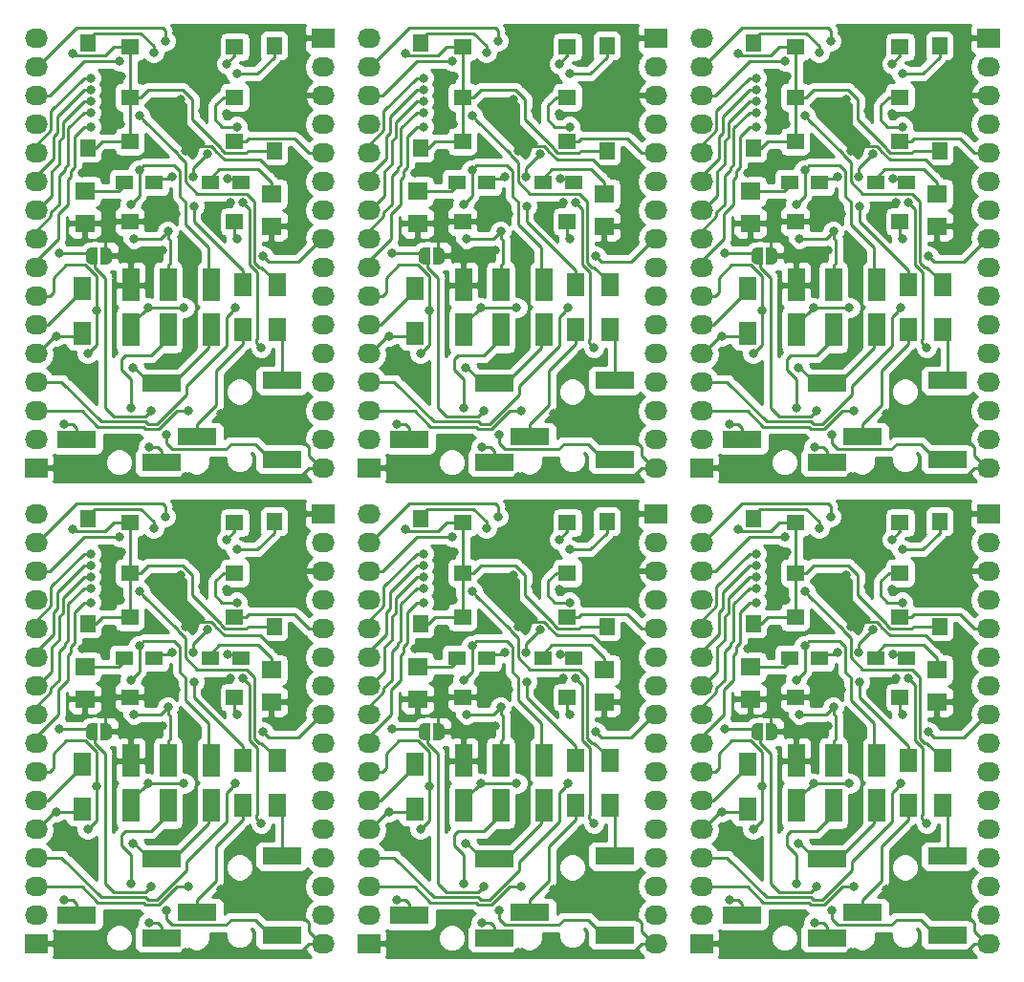
<source format=gbr>
G04 #@! TF.GenerationSoftware,KiCad,Pcbnew,5.0.0-rc2-dev-unknown-b813eac~63~ubuntu16.04.1*
G04 #@! TF.CreationDate,2018-04-08T16:52:17+02:00*
G04 #@! TF.ProjectId,f-6188multi,662D363138386D756C74692E6B696361,rev?*
G04 #@! TF.SameCoordinates,Original*
G04 #@! TF.FileFunction,Copper,L1,Top,Signal*
G04 #@! TF.FilePolarity,Positive*
%FSLAX46Y46*%
G04 Gerber Fmt 4.6, Leading zero omitted, Abs format (unit mm)*
G04 Created by KiCad (PCBNEW 5.0.0-rc2-dev-unknown-b813eac~63~ubuntu16.04.1) date Sun Apr  8 16:52:17 2018*
%MOMM*%
%LPD*%
G01*
G04 APERTURE LIST*
%ADD10R,1.800860X1.597660*%
%ADD11R,3.500000X1.500000*%
%ADD12R,1.400000X1.500000*%
%ADD13R,1.500000X1.400000*%
%ADD14R,1.600000X2.000000*%
%ADD15R,1.501140X2.999740*%
%ADD16R,1.500000X1.300000*%
%ADD17O,2.032000X1.727200*%
%ADD18R,2.032000X1.727200*%
%ADD19R,0.500000X1.500000*%
%ADD20C,0.050000*%
%ADD21C,1.000000*%
%ADD22C,0.800000*%
%ADD23C,0.250000*%
%ADD24C,0.254000*%
G04 APERTURE END LIST*
D10*
X178816000Y-120037860D03*
X178816000Y-117198140D03*
D11*
X185614000Y-134224000D03*
X178114000Y-139224000D03*
X185614000Y-141224000D03*
D12*
X195580000Y-104316000D03*
X195580000Y-113616000D03*
D13*
X192102000Y-112776000D03*
X182802000Y-112776000D03*
D14*
X178562000Y-129794000D03*
X178562000Y-125794000D03*
D12*
X179070000Y-104062000D03*
X179070000Y-113362000D03*
D13*
X192102000Y-119888000D03*
X182802000Y-119888000D03*
D15*
X186182000Y-125509020D03*
X186182000Y-129506980D03*
D16*
X182292000Y-116433600D03*
X184992000Y-116433600D03*
D10*
X195326000Y-117452140D03*
X195326000Y-120291860D03*
D17*
X199898000Y-141732000D03*
X199898000Y-139192000D03*
X199898000Y-136652000D03*
X199898000Y-134112000D03*
X199898000Y-131572000D03*
X199898000Y-129032000D03*
X199898000Y-126492000D03*
X199898000Y-123952000D03*
X199898000Y-121412000D03*
X199898000Y-118872000D03*
X199898000Y-116332000D03*
X199898000Y-113792000D03*
X199898000Y-111252000D03*
X199898000Y-108712000D03*
X199898000Y-106172000D03*
D18*
X199898000Y-103632000D03*
D13*
X192102000Y-104394000D03*
X182802000Y-104394000D03*
D18*
X174498000Y-141732000D03*
D17*
X174498000Y-139192000D03*
X174498000Y-136652000D03*
X174498000Y-134112000D03*
X174498000Y-131572000D03*
X174498000Y-129032000D03*
X174498000Y-126492000D03*
X174498000Y-123952000D03*
X174498000Y-121412000D03*
X174498000Y-118872000D03*
X174498000Y-116332000D03*
X174498000Y-113792000D03*
X174498000Y-111252000D03*
X174498000Y-108712000D03*
X174498000Y-106172000D03*
X174498000Y-103632000D03*
D13*
X192102000Y-108864400D03*
X182802000Y-108864400D03*
D15*
X190068200Y-129473960D03*
X190068200Y-125476000D03*
X182880000Y-129506980D03*
X182880000Y-125509020D03*
D14*
X192786000Y-125508000D03*
X192786000Y-129508000D03*
X195834000Y-129508000D03*
X195834000Y-125508000D03*
D16*
X189962800Y-116433600D03*
X192662800Y-116433600D03*
D19*
X180486000Y-122936000D03*
X179686000Y-122936000D03*
D20*
G36*
X179485010Y-122188408D02*
X179533546Y-122195607D01*
X179581143Y-122207530D01*
X179627343Y-122224060D01*
X179671699Y-122245039D01*
X179713786Y-122270265D01*
X179753198Y-122299495D01*
X179789554Y-122332447D01*
X179822506Y-122368803D01*
X179851736Y-122408215D01*
X179876962Y-122450302D01*
X179897941Y-122494658D01*
X179914471Y-122540858D01*
X179926394Y-122588455D01*
X179933593Y-122636991D01*
X179936001Y-122686000D01*
X179936001Y-123186000D01*
X179933593Y-123235009D01*
X179926394Y-123283545D01*
X179914471Y-123331142D01*
X179897941Y-123377342D01*
X179876962Y-123421698D01*
X179851736Y-123463785D01*
X179822506Y-123503197D01*
X179789554Y-123539553D01*
X179753198Y-123572505D01*
X179713786Y-123601735D01*
X179671699Y-123626961D01*
X179627343Y-123647940D01*
X179581143Y-123664470D01*
X179533546Y-123676393D01*
X179485010Y-123683592D01*
X179436001Y-123686000D01*
X179435999Y-123686000D01*
X179386990Y-123683592D01*
X179338454Y-123676393D01*
X179290857Y-123664470D01*
X179244657Y-123647940D01*
X179200301Y-123626961D01*
X179158214Y-123601735D01*
X179118802Y-123572505D01*
X179082446Y-123539553D01*
X179049494Y-123503197D01*
X179020264Y-123463785D01*
X178995038Y-123421698D01*
X178974059Y-123377342D01*
X178957529Y-123331142D01*
X178945606Y-123283545D01*
X178938407Y-123235009D01*
X178935999Y-123186000D01*
X178935999Y-122686000D01*
X178938407Y-122636991D01*
X178945606Y-122588455D01*
X178957529Y-122540858D01*
X178974059Y-122494658D01*
X178995038Y-122450302D01*
X179020264Y-122408215D01*
X179049494Y-122368803D01*
X179082446Y-122332447D01*
X179118802Y-122299495D01*
X179158214Y-122270265D01*
X179200301Y-122245039D01*
X179244657Y-122224060D01*
X179290857Y-122207530D01*
X179338454Y-122195607D01*
X179386990Y-122188408D01*
X179435999Y-122186000D01*
X179436001Y-122186000D01*
X179485010Y-122188408D01*
X179485010Y-122188408D01*
G37*
D21*
X179436000Y-122936000D03*
D20*
G36*
X180785010Y-122188408D02*
X180833546Y-122195607D01*
X180881143Y-122207530D01*
X180927343Y-122224060D01*
X180971699Y-122245039D01*
X181013786Y-122270265D01*
X181053198Y-122299495D01*
X181089554Y-122332447D01*
X181122506Y-122368803D01*
X181151736Y-122408215D01*
X181176962Y-122450302D01*
X181197941Y-122494658D01*
X181214471Y-122540858D01*
X181226394Y-122588455D01*
X181233593Y-122636991D01*
X181236001Y-122686000D01*
X181236001Y-123186000D01*
X181233593Y-123235009D01*
X181226394Y-123283545D01*
X181214471Y-123331142D01*
X181197941Y-123377342D01*
X181176962Y-123421698D01*
X181151736Y-123463785D01*
X181122506Y-123503197D01*
X181089554Y-123539553D01*
X181053198Y-123572505D01*
X181013786Y-123601735D01*
X180971699Y-123626961D01*
X180927343Y-123647940D01*
X180881143Y-123664470D01*
X180833546Y-123676393D01*
X180785010Y-123683592D01*
X180736001Y-123686000D01*
X180735999Y-123686000D01*
X180686990Y-123683592D01*
X180638454Y-123676393D01*
X180590857Y-123664470D01*
X180544657Y-123647940D01*
X180500301Y-123626961D01*
X180458214Y-123601735D01*
X180418802Y-123572505D01*
X180382446Y-123539553D01*
X180349494Y-123503197D01*
X180320264Y-123463785D01*
X180295038Y-123421698D01*
X180274059Y-123377342D01*
X180257529Y-123331142D01*
X180245606Y-123283545D01*
X180238407Y-123235009D01*
X180235999Y-123186000D01*
X180235999Y-122686000D01*
X180238407Y-122636991D01*
X180245606Y-122588455D01*
X180257529Y-122540858D01*
X180274059Y-122494658D01*
X180295038Y-122450302D01*
X180320264Y-122408215D01*
X180349494Y-122368803D01*
X180382446Y-122332447D01*
X180418802Y-122299495D01*
X180458214Y-122270265D01*
X180500301Y-122245039D01*
X180544657Y-122224060D01*
X180590857Y-122207530D01*
X180638454Y-122195607D01*
X180686990Y-122188408D01*
X180735999Y-122186000D01*
X180736001Y-122186000D01*
X180785010Y-122188408D01*
X180785010Y-122188408D01*
G37*
D21*
X180736000Y-122936000D03*
D11*
X196282000Y-133970000D03*
X188782000Y-138970000D03*
X196282000Y-140970000D03*
D10*
X149352000Y-120037860D03*
X149352000Y-117198140D03*
D11*
X156150000Y-134224000D03*
X148650000Y-139224000D03*
X156150000Y-141224000D03*
D12*
X166116000Y-104316000D03*
X166116000Y-113616000D03*
D13*
X162638000Y-112776000D03*
X153338000Y-112776000D03*
D14*
X149098000Y-129794000D03*
X149098000Y-125794000D03*
D12*
X149606000Y-104062000D03*
X149606000Y-113362000D03*
D13*
X162638000Y-119888000D03*
X153338000Y-119888000D03*
D15*
X156718000Y-125509020D03*
X156718000Y-129506980D03*
D16*
X152828000Y-116433600D03*
X155528000Y-116433600D03*
D10*
X165862000Y-117452140D03*
X165862000Y-120291860D03*
D17*
X170434000Y-141732000D03*
X170434000Y-139192000D03*
X170434000Y-136652000D03*
X170434000Y-134112000D03*
X170434000Y-131572000D03*
X170434000Y-129032000D03*
X170434000Y-126492000D03*
X170434000Y-123952000D03*
X170434000Y-121412000D03*
X170434000Y-118872000D03*
X170434000Y-116332000D03*
X170434000Y-113792000D03*
X170434000Y-111252000D03*
X170434000Y-108712000D03*
X170434000Y-106172000D03*
D18*
X170434000Y-103632000D03*
D13*
X162638000Y-104394000D03*
X153338000Y-104394000D03*
D18*
X145034000Y-141732000D03*
D17*
X145034000Y-139192000D03*
X145034000Y-136652000D03*
X145034000Y-134112000D03*
X145034000Y-131572000D03*
X145034000Y-129032000D03*
X145034000Y-126492000D03*
X145034000Y-123952000D03*
X145034000Y-121412000D03*
X145034000Y-118872000D03*
X145034000Y-116332000D03*
X145034000Y-113792000D03*
X145034000Y-111252000D03*
X145034000Y-108712000D03*
X145034000Y-106172000D03*
X145034000Y-103632000D03*
D13*
X162638000Y-108864400D03*
X153338000Y-108864400D03*
D15*
X160604200Y-129473960D03*
X160604200Y-125476000D03*
X153416000Y-129506980D03*
X153416000Y-125509020D03*
D14*
X163322000Y-125508000D03*
X163322000Y-129508000D03*
X166370000Y-129508000D03*
X166370000Y-125508000D03*
D16*
X160498800Y-116433600D03*
X163198800Y-116433600D03*
D19*
X151022000Y-122936000D03*
X150222000Y-122936000D03*
D20*
G36*
X150021010Y-122188408D02*
X150069546Y-122195607D01*
X150117143Y-122207530D01*
X150163343Y-122224060D01*
X150207699Y-122245039D01*
X150249786Y-122270265D01*
X150289198Y-122299495D01*
X150325554Y-122332447D01*
X150358506Y-122368803D01*
X150387736Y-122408215D01*
X150412962Y-122450302D01*
X150433941Y-122494658D01*
X150450471Y-122540858D01*
X150462394Y-122588455D01*
X150469593Y-122636991D01*
X150472001Y-122686000D01*
X150472001Y-123186000D01*
X150469593Y-123235009D01*
X150462394Y-123283545D01*
X150450471Y-123331142D01*
X150433941Y-123377342D01*
X150412962Y-123421698D01*
X150387736Y-123463785D01*
X150358506Y-123503197D01*
X150325554Y-123539553D01*
X150289198Y-123572505D01*
X150249786Y-123601735D01*
X150207699Y-123626961D01*
X150163343Y-123647940D01*
X150117143Y-123664470D01*
X150069546Y-123676393D01*
X150021010Y-123683592D01*
X149972001Y-123686000D01*
X149971999Y-123686000D01*
X149922990Y-123683592D01*
X149874454Y-123676393D01*
X149826857Y-123664470D01*
X149780657Y-123647940D01*
X149736301Y-123626961D01*
X149694214Y-123601735D01*
X149654802Y-123572505D01*
X149618446Y-123539553D01*
X149585494Y-123503197D01*
X149556264Y-123463785D01*
X149531038Y-123421698D01*
X149510059Y-123377342D01*
X149493529Y-123331142D01*
X149481606Y-123283545D01*
X149474407Y-123235009D01*
X149471999Y-123186000D01*
X149471999Y-122686000D01*
X149474407Y-122636991D01*
X149481606Y-122588455D01*
X149493529Y-122540858D01*
X149510059Y-122494658D01*
X149531038Y-122450302D01*
X149556264Y-122408215D01*
X149585494Y-122368803D01*
X149618446Y-122332447D01*
X149654802Y-122299495D01*
X149694214Y-122270265D01*
X149736301Y-122245039D01*
X149780657Y-122224060D01*
X149826857Y-122207530D01*
X149874454Y-122195607D01*
X149922990Y-122188408D01*
X149971999Y-122186000D01*
X149972001Y-122186000D01*
X150021010Y-122188408D01*
X150021010Y-122188408D01*
G37*
D21*
X149972000Y-122936000D03*
D20*
G36*
X151321010Y-122188408D02*
X151369546Y-122195607D01*
X151417143Y-122207530D01*
X151463343Y-122224060D01*
X151507699Y-122245039D01*
X151549786Y-122270265D01*
X151589198Y-122299495D01*
X151625554Y-122332447D01*
X151658506Y-122368803D01*
X151687736Y-122408215D01*
X151712962Y-122450302D01*
X151733941Y-122494658D01*
X151750471Y-122540858D01*
X151762394Y-122588455D01*
X151769593Y-122636991D01*
X151772001Y-122686000D01*
X151772001Y-123186000D01*
X151769593Y-123235009D01*
X151762394Y-123283545D01*
X151750471Y-123331142D01*
X151733941Y-123377342D01*
X151712962Y-123421698D01*
X151687736Y-123463785D01*
X151658506Y-123503197D01*
X151625554Y-123539553D01*
X151589198Y-123572505D01*
X151549786Y-123601735D01*
X151507699Y-123626961D01*
X151463343Y-123647940D01*
X151417143Y-123664470D01*
X151369546Y-123676393D01*
X151321010Y-123683592D01*
X151272001Y-123686000D01*
X151271999Y-123686000D01*
X151222990Y-123683592D01*
X151174454Y-123676393D01*
X151126857Y-123664470D01*
X151080657Y-123647940D01*
X151036301Y-123626961D01*
X150994214Y-123601735D01*
X150954802Y-123572505D01*
X150918446Y-123539553D01*
X150885494Y-123503197D01*
X150856264Y-123463785D01*
X150831038Y-123421698D01*
X150810059Y-123377342D01*
X150793529Y-123331142D01*
X150781606Y-123283545D01*
X150774407Y-123235009D01*
X150771999Y-123186000D01*
X150771999Y-122686000D01*
X150774407Y-122636991D01*
X150781606Y-122588455D01*
X150793529Y-122540858D01*
X150810059Y-122494658D01*
X150831038Y-122450302D01*
X150856264Y-122408215D01*
X150885494Y-122368803D01*
X150918446Y-122332447D01*
X150954802Y-122299495D01*
X150994214Y-122270265D01*
X151036301Y-122245039D01*
X151080657Y-122224060D01*
X151126857Y-122207530D01*
X151174454Y-122195607D01*
X151222990Y-122188408D01*
X151271999Y-122186000D01*
X151272001Y-122186000D01*
X151321010Y-122188408D01*
X151321010Y-122188408D01*
G37*
D21*
X151272000Y-122936000D03*
D11*
X166818000Y-133970000D03*
X159318000Y-138970000D03*
X166818000Y-140970000D03*
D10*
X119888000Y-120037860D03*
X119888000Y-117198140D03*
D11*
X126686000Y-134224000D03*
X119186000Y-139224000D03*
X126686000Y-141224000D03*
D12*
X136652000Y-104316000D03*
X136652000Y-113616000D03*
D13*
X133174000Y-112776000D03*
X123874000Y-112776000D03*
D14*
X119634000Y-129794000D03*
X119634000Y-125794000D03*
D12*
X120142000Y-104062000D03*
X120142000Y-113362000D03*
D13*
X133174000Y-119888000D03*
X123874000Y-119888000D03*
D15*
X127254000Y-125509020D03*
X127254000Y-129506980D03*
D16*
X123364000Y-116433600D03*
X126064000Y-116433600D03*
D10*
X136398000Y-117452140D03*
X136398000Y-120291860D03*
D17*
X140970000Y-141732000D03*
X140970000Y-139192000D03*
X140970000Y-136652000D03*
X140970000Y-134112000D03*
X140970000Y-131572000D03*
X140970000Y-129032000D03*
X140970000Y-126492000D03*
X140970000Y-123952000D03*
X140970000Y-121412000D03*
X140970000Y-118872000D03*
X140970000Y-116332000D03*
X140970000Y-113792000D03*
X140970000Y-111252000D03*
X140970000Y-108712000D03*
X140970000Y-106172000D03*
D18*
X140970000Y-103632000D03*
D13*
X133174000Y-104394000D03*
X123874000Y-104394000D03*
D18*
X115570000Y-141732000D03*
D17*
X115570000Y-139192000D03*
X115570000Y-136652000D03*
X115570000Y-134112000D03*
X115570000Y-131572000D03*
X115570000Y-129032000D03*
X115570000Y-126492000D03*
X115570000Y-123952000D03*
X115570000Y-121412000D03*
X115570000Y-118872000D03*
X115570000Y-116332000D03*
X115570000Y-113792000D03*
X115570000Y-111252000D03*
X115570000Y-108712000D03*
X115570000Y-106172000D03*
X115570000Y-103632000D03*
D13*
X133174000Y-108864400D03*
X123874000Y-108864400D03*
D15*
X131140200Y-129473960D03*
X131140200Y-125476000D03*
X123952000Y-129506980D03*
X123952000Y-125509020D03*
D14*
X133858000Y-125508000D03*
X133858000Y-129508000D03*
X136906000Y-129508000D03*
X136906000Y-125508000D03*
D16*
X131034800Y-116433600D03*
X133734800Y-116433600D03*
D19*
X121558000Y-122936000D03*
X120758000Y-122936000D03*
D20*
G36*
X120557010Y-122188408D02*
X120605546Y-122195607D01*
X120653143Y-122207530D01*
X120699343Y-122224060D01*
X120743699Y-122245039D01*
X120785786Y-122270265D01*
X120825198Y-122299495D01*
X120861554Y-122332447D01*
X120894506Y-122368803D01*
X120923736Y-122408215D01*
X120948962Y-122450302D01*
X120969941Y-122494658D01*
X120986471Y-122540858D01*
X120998394Y-122588455D01*
X121005593Y-122636991D01*
X121008001Y-122686000D01*
X121008001Y-123186000D01*
X121005593Y-123235009D01*
X120998394Y-123283545D01*
X120986471Y-123331142D01*
X120969941Y-123377342D01*
X120948962Y-123421698D01*
X120923736Y-123463785D01*
X120894506Y-123503197D01*
X120861554Y-123539553D01*
X120825198Y-123572505D01*
X120785786Y-123601735D01*
X120743699Y-123626961D01*
X120699343Y-123647940D01*
X120653143Y-123664470D01*
X120605546Y-123676393D01*
X120557010Y-123683592D01*
X120508001Y-123686000D01*
X120507999Y-123686000D01*
X120458990Y-123683592D01*
X120410454Y-123676393D01*
X120362857Y-123664470D01*
X120316657Y-123647940D01*
X120272301Y-123626961D01*
X120230214Y-123601735D01*
X120190802Y-123572505D01*
X120154446Y-123539553D01*
X120121494Y-123503197D01*
X120092264Y-123463785D01*
X120067038Y-123421698D01*
X120046059Y-123377342D01*
X120029529Y-123331142D01*
X120017606Y-123283545D01*
X120010407Y-123235009D01*
X120007999Y-123186000D01*
X120007999Y-122686000D01*
X120010407Y-122636991D01*
X120017606Y-122588455D01*
X120029529Y-122540858D01*
X120046059Y-122494658D01*
X120067038Y-122450302D01*
X120092264Y-122408215D01*
X120121494Y-122368803D01*
X120154446Y-122332447D01*
X120190802Y-122299495D01*
X120230214Y-122270265D01*
X120272301Y-122245039D01*
X120316657Y-122224060D01*
X120362857Y-122207530D01*
X120410454Y-122195607D01*
X120458990Y-122188408D01*
X120507999Y-122186000D01*
X120508001Y-122186000D01*
X120557010Y-122188408D01*
X120557010Y-122188408D01*
G37*
D21*
X120508000Y-122936000D03*
D20*
G36*
X121857010Y-122188408D02*
X121905546Y-122195607D01*
X121953143Y-122207530D01*
X121999343Y-122224060D01*
X122043699Y-122245039D01*
X122085786Y-122270265D01*
X122125198Y-122299495D01*
X122161554Y-122332447D01*
X122194506Y-122368803D01*
X122223736Y-122408215D01*
X122248962Y-122450302D01*
X122269941Y-122494658D01*
X122286471Y-122540858D01*
X122298394Y-122588455D01*
X122305593Y-122636991D01*
X122308001Y-122686000D01*
X122308001Y-123186000D01*
X122305593Y-123235009D01*
X122298394Y-123283545D01*
X122286471Y-123331142D01*
X122269941Y-123377342D01*
X122248962Y-123421698D01*
X122223736Y-123463785D01*
X122194506Y-123503197D01*
X122161554Y-123539553D01*
X122125198Y-123572505D01*
X122085786Y-123601735D01*
X122043699Y-123626961D01*
X121999343Y-123647940D01*
X121953143Y-123664470D01*
X121905546Y-123676393D01*
X121857010Y-123683592D01*
X121808001Y-123686000D01*
X121807999Y-123686000D01*
X121758990Y-123683592D01*
X121710454Y-123676393D01*
X121662857Y-123664470D01*
X121616657Y-123647940D01*
X121572301Y-123626961D01*
X121530214Y-123601735D01*
X121490802Y-123572505D01*
X121454446Y-123539553D01*
X121421494Y-123503197D01*
X121392264Y-123463785D01*
X121367038Y-123421698D01*
X121346059Y-123377342D01*
X121329529Y-123331142D01*
X121317606Y-123283545D01*
X121310407Y-123235009D01*
X121307999Y-123186000D01*
X121307999Y-122686000D01*
X121310407Y-122636991D01*
X121317606Y-122588455D01*
X121329529Y-122540858D01*
X121346059Y-122494658D01*
X121367038Y-122450302D01*
X121392264Y-122408215D01*
X121421494Y-122368803D01*
X121454446Y-122332447D01*
X121490802Y-122299495D01*
X121530214Y-122270265D01*
X121572301Y-122245039D01*
X121616657Y-122224060D01*
X121662857Y-122207530D01*
X121710454Y-122195607D01*
X121758990Y-122188408D01*
X121807999Y-122186000D01*
X121808001Y-122186000D01*
X121857010Y-122188408D01*
X121857010Y-122188408D01*
G37*
D21*
X121808000Y-122936000D03*
D11*
X137354000Y-133970000D03*
X129854000Y-138970000D03*
X137354000Y-140970000D03*
D10*
X178816000Y-77873860D03*
X178816000Y-75034140D03*
D11*
X185614000Y-92060000D03*
X178114000Y-97060000D03*
X185614000Y-99060000D03*
D12*
X195580000Y-62152000D03*
X195580000Y-71452000D03*
D13*
X192102000Y-70612000D03*
X182802000Y-70612000D03*
D14*
X178562000Y-87630000D03*
X178562000Y-83630000D03*
D12*
X179070000Y-61898000D03*
X179070000Y-71198000D03*
D13*
X192102000Y-77724000D03*
X182802000Y-77724000D03*
D15*
X186182000Y-83345020D03*
X186182000Y-87342980D03*
D16*
X182292000Y-74269600D03*
X184992000Y-74269600D03*
D10*
X195326000Y-75288140D03*
X195326000Y-78127860D03*
D17*
X199898000Y-99568000D03*
X199898000Y-97028000D03*
X199898000Y-94488000D03*
X199898000Y-91948000D03*
X199898000Y-89408000D03*
X199898000Y-86868000D03*
X199898000Y-84328000D03*
X199898000Y-81788000D03*
X199898000Y-79248000D03*
X199898000Y-76708000D03*
X199898000Y-74168000D03*
X199898000Y-71628000D03*
X199898000Y-69088000D03*
X199898000Y-66548000D03*
X199898000Y-64008000D03*
D18*
X199898000Y-61468000D03*
D13*
X192102000Y-62230000D03*
X182802000Y-62230000D03*
D18*
X174498000Y-99568000D03*
D17*
X174498000Y-97028000D03*
X174498000Y-94488000D03*
X174498000Y-91948000D03*
X174498000Y-89408000D03*
X174498000Y-86868000D03*
X174498000Y-84328000D03*
X174498000Y-81788000D03*
X174498000Y-79248000D03*
X174498000Y-76708000D03*
X174498000Y-74168000D03*
X174498000Y-71628000D03*
X174498000Y-69088000D03*
X174498000Y-66548000D03*
X174498000Y-64008000D03*
X174498000Y-61468000D03*
D13*
X192102000Y-66700400D03*
X182802000Y-66700400D03*
D15*
X190068200Y-87309960D03*
X190068200Y-83312000D03*
X182880000Y-87342980D03*
X182880000Y-83345020D03*
D14*
X192786000Y-83344000D03*
X192786000Y-87344000D03*
X195834000Y-87344000D03*
X195834000Y-83344000D03*
D16*
X189962800Y-74269600D03*
X192662800Y-74269600D03*
D19*
X180486000Y-80772000D03*
X179686000Y-80772000D03*
D20*
G36*
X179485010Y-80024408D02*
X179533546Y-80031607D01*
X179581143Y-80043530D01*
X179627343Y-80060060D01*
X179671699Y-80081039D01*
X179713786Y-80106265D01*
X179753198Y-80135495D01*
X179789554Y-80168447D01*
X179822506Y-80204803D01*
X179851736Y-80244215D01*
X179876962Y-80286302D01*
X179897941Y-80330658D01*
X179914471Y-80376858D01*
X179926394Y-80424455D01*
X179933593Y-80472991D01*
X179936001Y-80522000D01*
X179936001Y-81022000D01*
X179933593Y-81071009D01*
X179926394Y-81119545D01*
X179914471Y-81167142D01*
X179897941Y-81213342D01*
X179876962Y-81257698D01*
X179851736Y-81299785D01*
X179822506Y-81339197D01*
X179789554Y-81375553D01*
X179753198Y-81408505D01*
X179713786Y-81437735D01*
X179671699Y-81462961D01*
X179627343Y-81483940D01*
X179581143Y-81500470D01*
X179533546Y-81512393D01*
X179485010Y-81519592D01*
X179436001Y-81522000D01*
X179435999Y-81522000D01*
X179386990Y-81519592D01*
X179338454Y-81512393D01*
X179290857Y-81500470D01*
X179244657Y-81483940D01*
X179200301Y-81462961D01*
X179158214Y-81437735D01*
X179118802Y-81408505D01*
X179082446Y-81375553D01*
X179049494Y-81339197D01*
X179020264Y-81299785D01*
X178995038Y-81257698D01*
X178974059Y-81213342D01*
X178957529Y-81167142D01*
X178945606Y-81119545D01*
X178938407Y-81071009D01*
X178935999Y-81022000D01*
X178935999Y-80522000D01*
X178938407Y-80472991D01*
X178945606Y-80424455D01*
X178957529Y-80376858D01*
X178974059Y-80330658D01*
X178995038Y-80286302D01*
X179020264Y-80244215D01*
X179049494Y-80204803D01*
X179082446Y-80168447D01*
X179118802Y-80135495D01*
X179158214Y-80106265D01*
X179200301Y-80081039D01*
X179244657Y-80060060D01*
X179290857Y-80043530D01*
X179338454Y-80031607D01*
X179386990Y-80024408D01*
X179435999Y-80022000D01*
X179436001Y-80022000D01*
X179485010Y-80024408D01*
X179485010Y-80024408D01*
G37*
D21*
X179436000Y-80772000D03*
D20*
G36*
X180785010Y-80024408D02*
X180833546Y-80031607D01*
X180881143Y-80043530D01*
X180927343Y-80060060D01*
X180971699Y-80081039D01*
X181013786Y-80106265D01*
X181053198Y-80135495D01*
X181089554Y-80168447D01*
X181122506Y-80204803D01*
X181151736Y-80244215D01*
X181176962Y-80286302D01*
X181197941Y-80330658D01*
X181214471Y-80376858D01*
X181226394Y-80424455D01*
X181233593Y-80472991D01*
X181236001Y-80522000D01*
X181236001Y-81022000D01*
X181233593Y-81071009D01*
X181226394Y-81119545D01*
X181214471Y-81167142D01*
X181197941Y-81213342D01*
X181176962Y-81257698D01*
X181151736Y-81299785D01*
X181122506Y-81339197D01*
X181089554Y-81375553D01*
X181053198Y-81408505D01*
X181013786Y-81437735D01*
X180971699Y-81462961D01*
X180927343Y-81483940D01*
X180881143Y-81500470D01*
X180833546Y-81512393D01*
X180785010Y-81519592D01*
X180736001Y-81522000D01*
X180735999Y-81522000D01*
X180686990Y-81519592D01*
X180638454Y-81512393D01*
X180590857Y-81500470D01*
X180544657Y-81483940D01*
X180500301Y-81462961D01*
X180458214Y-81437735D01*
X180418802Y-81408505D01*
X180382446Y-81375553D01*
X180349494Y-81339197D01*
X180320264Y-81299785D01*
X180295038Y-81257698D01*
X180274059Y-81213342D01*
X180257529Y-81167142D01*
X180245606Y-81119545D01*
X180238407Y-81071009D01*
X180235999Y-81022000D01*
X180235999Y-80522000D01*
X180238407Y-80472991D01*
X180245606Y-80424455D01*
X180257529Y-80376858D01*
X180274059Y-80330658D01*
X180295038Y-80286302D01*
X180320264Y-80244215D01*
X180349494Y-80204803D01*
X180382446Y-80168447D01*
X180418802Y-80135495D01*
X180458214Y-80106265D01*
X180500301Y-80081039D01*
X180544657Y-80060060D01*
X180590857Y-80043530D01*
X180638454Y-80031607D01*
X180686990Y-80024408D01*
X180735999Y-80022000D01*
X180736001Y-80022000D01*
X180785010Y-80024408D01*
X180785010Y-80024408D01*
G37*
D21*
X180736000Y-80772000D03*
D11*
X196282000Y-91806000D03*
X188782000Y-96806000D03*
X196282000Y-98806000D03*
D10*
X149352000Y-77873860D03*
X149352000Y-75034140D03*
D11*
X156150000Y-92060000D03*
X148650000Y-97060000D03*
X156150000Y-99060000D03*
D12*
X166116000Y-62152000D03*
X166116000Y-71452000D03*
D13*
X162638000Y-70612000D03*
X153338000Y-70612000D03*
D14*
X149098000Y-87630000D03*
X149098000Y-83630000D03*
D12*
X149606000Y-61898000D03*
X149606000Y-71198000D03*
D13*
X162638000Y-77724000D03*
X153338000Y-77724000D03*
D15*
X156718000Y-83345020D03*
X156718000Y-87342980D03*
D16*
X152828000Y-74269600D03*
X155528000Y-74269600D03*
D10*
X165862000Y-75288140D03*
X165862000Y-78127860D03*
D17*
X170434000Y-99568000D03*
X170434000Y-97028000D03*
X170434000Y-94488000D03*
X170434000Y-91948000D03*
X170434000Y-89408000D03*
X170434000Y-86868000D03*
X170434000Y-84328000D03*
X170434000Y-81788000D03*
X170434000Y-79248000D03*
X170434000Y-76708000D03*
X170434000Y-74168000D03*
X170434000Y-71628000D03*
X170434000Y-69088000D03*
X170434000Y-66548000D03*
X170434000Y-64008000D03*
D18*
X170434000Y-61468000D03*
D13*
X162638000Y-62230000D03*
X153338000Y-62230000D03*
D18*
X145034000Y-99568000D03*
D17*
X145034000Y-97028000D03*
X145034000Y-94488000D03*
X145034000Y-91948000D03*
X145034000Y-89408000D03*
X145034000Y-86868000D03*
X145034000Y-84328000D03*
X145034000Y-81788000D03*
X145034000Y-79248000D03*
X145034000Y-76708000D03*
X145034000Y-74168000D03*
X145034000Y-71628000D03*
X145034000Y-69088000D03*
X145034000Y-66548000D03*
X145034000Y-64008000D03*
X145034000Y-61468000D03*
D13*
X162638000Y-66700400D03*
X153338000Y-66700400D03*
D15*
X160604200Y-87309960D03*
X160604200Y-83312000D03*
X153416000Y-87342980D03*
X153416000Y-83345020D03*
D14*
X163322000Y-83344000D03*
X163322000Y-87344000D03*
X166370000Y-87344000D03*
X166370000Y-83344000D03*
D16*
X160498800Y-74269600D03*
X163198800Y-74269600D03*
D19*
X151022000Y-80772000D03*
X150222000Y-80772000D03*
D20*
G36*
X150021010Y-80024408D02*
X150069546Y-80031607D01*
X150117143Y-80043530D01*
X150163343Y-80060060D01*
X150207699Y-80081039D01*
X150249786Y-80106265D01*
X150289198Y-80135495D01*
X150325554Y-80168447D01*
X150358506Y-80204803D01*
X150387736Y-80244215D01*
X150412962Y-80286302D01*
X150433941Y-80330658D01*
X150450471Y-80376858D01*
X150462394Y-80424455D01*
X150469593Y-80472991D01*
X150472001Y-80522000D01*
X150472001Y-81022000D01*
X150469593Y-81071009D01*
X150462394Y-81119545D01*
X150450471Y-81167142D01*
X150433941Y-81213342D01*
X150412962Y-81257698D01*
X150387736Y-81299785D01*
X150358506Y-81339197D01*
X150325554Y-81375553D01*
X150289198Y-81408505D01*
X150249786Y-81437735D01*
X150207699Y-81462961D01*
X150163343Y-81483940D01*
X150117143Y-81500470D01*
X150069546Y-81512393D01*
X150021010Y-81519592D01*
X149972001Y-81522000D01*
X149971999Y-81522000D01*
X149922990Y-81519592D01*
X149874454Y-81512393D01*
X149826857Y-81500470D01*
X149780657Y-81483940D01*
X149736301Y-81462961D01*
X149694214Y-81437735D01*
X149654802Y-81408505D01*
X149618446Y-81375553D01*
X149585494Y-81339197D01*
X149556264Y-81299785D01*
X149531038Y-81257698D01*
X149510059Y-81213342D01*
X149493529Y-81167142D01*
X149481606Y-81119545D01*
X149474407Y-81071009D01*
X149471999Y-81022000D01*
X149471999Y-80522000D01*
X149474407Y-80472991D01*
X149481606Y-80424455D01*
X149493529Y-80376858D01*
X149510059Y-80330658D01*
X149531038Y-80286302D01*
X149556264Y-80244215D01*
X149585494Y-80204803D01*
X149618446Y-80168447D01*
X149654802Y-80135495D01*
X149694214Y-80106265D01*
X149736301Y-80081039D01*
X149780657Y-80060060D01*
X149826857Y-80043530D01*
X149874454Y-80031607D01*
X149922990Y-80024408D01*
X149971999Y-80022000D01*
X149972001Y-80022000D01*
X150021010Y-80024408D01*
X150021010Y-80024408D01*
G37*
D21*
X149972000Y-80772000D03*
D20*
G36*
X151321010Y-80024408D02*
X151369546Y-80031607D01*
X151417143Y-80043530D01*
X151463343Y-80060060D01*
X151507699Y-80081039D01*
X151549786Y-80106265D01*
X151589198Y-80135495D01*
X151625554Y-80168447D01*
X151658506Y-80204803D01*
X151687736Y-80244215D01*
X151712962Y-80286302D01*
X151733941Y-80330658D01*
X151750471Y-80376858D01*
X151762394Y-80424455D01*
X151769593Y-80472991D01*
X151772001Y-80522000D01*
X151772001Y-81022000D01*
X151769593Y-81071009D01*
X151762394Y-81119545D01*
X151750471Y-81167142D01*
X151733941Y-81213342D01*
X151712962Y-81257698D01*
X151687736Y-81299785D01*
X151658506Y-81339197D01*
X151625554Y-81375553D01*
X151589198Y-81408505D01*
X151549786Y-81437735D01*
X151507699Y-81462961D01*
X151463343Y-81483940D01*
X151417143Y-81500470D01*
X151369546Y-81512393D01*
X151321010Y-81519592D01*
X151272001Y-81522000D01*
X151271999Y-81522000D01*
X151222990Y-81519592D01*
X151174454Y-81512393D01*
X151126857Y-81500470D01*
X151080657Y-81483940D01*
X151036301Y-81462961D01*
X150994214Y-81437735D01*
X150954802Y-81408505D01*
X150918446Y-81375553D01*
X150885494Y-81339197D01*
X150856264Y-81299785D01*
X150831038Y-81257698D01*
X150810059Y-81213342D01*
X150793529Y-81167142D01*
X150781606Y-81119545D01*
X150774407Y-81071009D01*
X150771999Y-81022000D01*
X150771999Y-80522000D01*
X150774407Y-80472991D01*
X150781606Y-80424455D01*
X150793529Y-80376858D01*
X150810059Y-80330658D01*
X150831038Y-80286302D01*
X150856264Y-80244215D01*
X150885494Y-80204803D01*
X150918446Y-80168447D01*
X150954802Y-80135495D01*
X150994214Y-80106265D01*
X151036301Y-80081039D01*
X151080657Y-80060060D01*
X151126857Y-80043530D01*
X151174454Y-80031607D01*
X151222990Y-80024408D01*
X151271999Y-80022000D01*
X151272001Y-80022000D01*
X151321010Y-80024408D01*
X151321010Y-80024408D01*
G37*
D21*
X151272000Y-80772000D03*
D11*
X166818000Y-91806000D03*
X159318000Y-96806000D03*
X166818000Y-98806000D03*
D13*
X123874000Y-77724000D03*
X133174000Y-77724000D03*
D12*
X136652000Y-71452000D03*
X136652000Y-62152000D03*
X120142000Y-71198000D03*
X120142000Y-61898000D03*
D13*
X123874000Y-70612000D03*
X133174000Y-70612000D03*
X123874000Y-66700400D03*
X133174000Y-66700400D03*
X123874000Y-62230000D03*
X133174000Y-62230000D03*
D11*
X126686000Y-99060000D03*
X119186000Y-97060000D03*
X126686000Y-92060000D03*
X137354000Y-98806000D03*
X129854000Y-96806000D03*
X137354000Y-91806000D03*
D15*
X123952000Y-83345020D03*
X123952000Y-87342980D03*
D17*
X115570000Y-61468000D03*
X115570000Y-64008000D03*
X115570000Y-66548000D03*
X115570000Y-69088000D03*
X115570000Y-71628000D03*
X115570000Y-74168000D03*
X115570000Y-76708000D03*
X115570000Y-79248000D03*
X115570000Y-81788000D03*
X115570000Y-84328000D03*
X115570000Y-86868000D03*
X115570000Y-89408000D03*
X115570000Y-91948000D03*
X115570000Y-94488000D03*
X115570000Y-97028000D03*
D18*
X115570000Y-99568000D03*
X140970000Y-61468000D03*
D17*
X140970000Y-64008000D03*
X140970000Y-66548000D03*
X140970000Y-69088000D03*
X140970000Y-71628000D03*
X140970000Y-74168000D03*
X140970000Y-76708000D03*
X140970000Y-79248000D03*
X140970000Y-81788000D03*
X140970000Y-84328000D03*
X140970000Y-86868000D03*
X140970000Y-89408000D03*
X140970000Y-91948000D03*
X140970000Y-94488000D03*
X140970000Y-97028000D03*
X140970000Y-99568000D03*
D10*
X119888000Y-75034140D03*
X119888000Y-77873860D03*
X136398000Y-78127860D03*
X136398000Y-75288140D03*
D16*
X126064000Y-74269600D03*
X123364000Y-74269600D03*
X133734800Y-74269600D03*
X131034800Y-74269600D03*
D14*
X119634000Y-83630000D03*
X119634000Y-87630000D03*
D15*
X131140200Y-83312000D03*
X131140200Y-87309960D03*
X127254000Y-87342980D03*
X127254000Y-83345020D03*
D14*
X133858000Y-87344000D03*
X133858000Y-83344000D03*
X136906000Y-83344000D03*
X136906000Y-87344000D03*
D20*
G36*
X121857010Y-80024408D02*
X121905546Y-80031607D01*
X121953143Y-80043530D01*
X121999343Y-80060060D01*
X122043699Y-80081039D01*
X122085786Y-80106265D01*
X122125198Y-80135495D01*
X122161554Y-80168447D01*
X122194506Y-80204803D01*
X122223736Y-80244215D01*
X122248962Y-80286302D01*
X122269941Y-80330658D01*
X122286471Y-80376858D01*
X122298394Y-80424455D01*
X122305593Y-80472991D01*
X122308001Y-80522000D01*
X122308001Y-81022000D01*
X122305593Y-81071009D01*
X122298394Y-81119545D01*
X122286471Y-81167142D01*
X122269941Y-81213342D01*
X122248962Y-81257698D01*
X122223736Y-81299785D01*
X122194506Y-81339197D01*
X122161554Y-81375553D01*
X122125198Y-81408505D01*
X122085786Y-81437735D01*
X122043699Y-81462961D01*
X121999343Y-81483940D01*
X121953143Y-81500470D01*
X121905546Y-81512393D01*
X121857010Y-81519592D01*
X121808001Y-81522000D01*
X121807999Y-81522000D01*
X121758990Y-81519592D01*
X121710454Y-81512393D01*
X121662857Y-81500470D01*
X121616657Y-81483940D01*
X121572301Y-81462961D01*
X121530214Y-81437735D01*
X121490802Y-81408505D01*
X121454446Y-81375553D01*
X121421494Y-81339197D01*
X121392264Y-81299785D01*
X121367038Y-81257698D01*
X121346059Y-81213342D01*
X121329529Y-81167142D01*
X121317606Y-81119545D01*
X121310407Y-81071009D01*
X121307999Y-81022000D01*
X121307999Y-80522000D01*
X121310407Y-80472991D01*
X121317606Y-80424455D01*
X121329529Y-80376858D01*
X121346059Y-80330658D01*
X121367038Y-80286302D01*
X121392264Y-80244215D01*
X121421494Y-80204803D01*
X121454446Y-80168447D01*
X121490802Y-80135495D01*
X121530214Y-80106265D01*
X121572301Y-80081039D01*
X121616657Y-80060060D01*
X121662857Y-80043530D01*
X121710454Y-80031607D01*
X121758990Y-80024408D01*
X121807999Y-80022000D01*
X121808001Y-80022000D01*
X121857010Y-80024408D01*
X121857010Y-80024408D01*
G37*
D21*
X121808000Y-80772000D03*
D20*
G36*
X120557010Y-80024408D02*
X120605546Y-80031607D01*
X120653143Y-80043530D01*
X120699343Y-80060060D01*
X120743699Y-80081039D01*
X120785786Y-80106265D01*
X120825198Y-80135495D01*
X120861554Y-80168447D01*
X120894506Y-80204803D01*
X120923736Y-80244215D01*
X120948962Y-80286302D01*
X120969941Y-80330658D01*
X120986471Y-80376858D01*
X120998394Y-80424455D01*
X121005593Y-80472991D01*
X121008001Y-80522000D01*
X121008001Y-81022000D01*
X121005593Y-81071009D01*
X120998394Y-81119545D01*
X120986471Y-81167142D01*
X120969941Y-81213342D01*
X120948962Y-81257698D01*
X120923736Y-81299785D01*
X120894506Y-81339197D01*
X120861554Y-81375553D01*
X120825198Y-81408505D01*
X120785786Y-81437735D01*
X120743699Y-81462961D01*
X120699343Y-81483940D01*
X120653143Y-81500470D01*
X120605546Y-81512393D01*
X120557010Y-81519592D01*
X120508001Y-81522000D01*
X120507999Y-81522000D01*
X120458990Y-81519592D01*
X120410454Y-81512393D01*
X120362857Y-81500470D01*
X120316657Y-81483940D01*
X120272301Y-81462961D01*
X120230214Y-81437735D01*
X120190802Y-81408505D01*
X120154446Y-81375553D01*
X120121494Y-81339197D01*
X120092264Y-81299785D01*
X120067038Y-81257698D01*
X120046059Y-81213342D01*
X120029529Y-81167142D01*
X120017606Y-81119545D01*
X120010407Y-81071009D01*
X120007999Y-81022000D01*
X120007999Y-80522000D01*
X120010407Y-80472991D01*
X120017606Y-80424455D01*
X120029529Y-80376858D01*
X120046059Y-80330658D01*
X120067038Y-80286302D01*
X120092264Y-80244215D01*
X120121494Y-80204803D01*
X120154446Y-80168447D01*
X120190802Y-80135495D01*
X120230214Y-80106265D01*
X120272301Y-80081039D01*
X120316657Y-80060060D01*
X120362857Y-80043530D01*
X120410454Y-80031607D01*
X120458990Y-80024408D01*
X120507999Y-80022000D01*
X120508001Y-80022000D01*
X120557010Y-80024408D01*
X120557010Y-80024408D01*
G37*
D21*
X120508000Y-80772000D03*
D19*
X120758000Y-80772000D03*
X121558000Y-80772000D03*
D22*
X186029600Y-138785600D03*
X184658000Y-136651998D03*
X192278000Y-111475998D03*
X176530000Y-122682008D03*
X176987200Y-137871200D03*
X184505600Y-139903200D03*
X182930800Y-136435000D03*
X177749200Y-105003600D03*
X192177960Y-127555963D03*
X194564000Y-122936000D03*
X192278000Y-121412000D03*
X188010800Y-136702800D03*
X179324000Y-107188000D03*
X179171600Y-135026400D03*
X191479000Y-116078000D03*
X194564000Y-136398000D03*
X176276006Y-130048000D03*
X189687200Y-113893600D03*
X180848000Y-119888000D03*
X191389000Y-105918000D03*
X192797560Y-118174610D03*
X187787177Y-113660347D03*
X183642000Y-110490000D03*
X182880000Y-118363980D03*
X186907000Y-119253000D03*
X187706000Y-142494000D03*
X184404000Y-127508000D03*
X190906400Y-136956800D03*
X179070000Y-131572000D03*
X186537600Y-115925600D03*
X179832000Y-127762000D03*
X183642000Y-115309918D03*
X181906008Y-105675981D03*
X189484000Y-119380000D03*
X187325000Y-109093000D03*
X187604400Y-127508000D03*
X188264800Y-122631200D03*
X182077000Y-107035600D03*
X185674000Y-122428000D03*
X188437623Y-115941826D03*
X191389000Y-110363000D03*
X189484000Y-107315000D03*
X189230000Y-110109000D03*
X182016400Y-111302800D03*
X179324000Y-108204000D03*
X188468000Y-118516400D03*
X179324000Y-110236000D03*
X179328660Y-111510660D03*
X194445989Y-131064000D03*
X178562000Y-115570000D03*
X183642000Y-122936000D03*
X184658000Y-113182400D03*
X191733000Y-118174610D03*
X183126359Y-132827370D03*
X179324000Y-109220000D03*
X185928000Y-103886000D03*
X183134000Y-121412000D03*
X186182000Y-120776994D03*
X184912000Y-104902000D03*
X192278000Y-106807000D03*
X156565600Y-138785600D03*
X155194000Y-136651998D03*
X162814000Y-111475998D03*
X147066000Y-122682008D03*
X147523200Y-137871200D03*
X155041600Y-139903200D03*
X153466800Y-136435000D03*
X148285200Y-105003600D03*
X162713960Y-127555963D03*
X165100000Y-122936000D03*
X162814000Y-121412000D03*
X158546800Y-136702800D03*
X149860000Y-107188000D03*
X149707600Y-135026400D03*
X162015000Y-116078000D03*
X165100000Y-136398000D03*
X146812006Y-130048000D03*
X160223200Y-113893600D03*
X151384000Y-119888000D03*
X161925000Y-105918000D03*
X163333560Y-118174610D03*
X158323177Y-113660347D03*
X154178000Y-110490000D03*
X153416000Y-118363980D03*
X157443000Y-119253000D03*
X158242000Y-142494000D03*
X154940000Y-127508000D03*
X161442400Y-136956800D03*
X149606000Y-131572000D03*
X157073600Y-115925600D03*
X150368000Y-127762000D03*
X154178000Y-115309918D03*
X152442008Y-105675981D03*
X160020000Y-119380000D03*
X157861000Y-109093000D03*
X158140400Y-127508000D03*
X158800800Y-122631200D03*
X152613000Y-107035600D03*
X156210000Y-122428000D03*
X158973623Y-115941826D03*
X161925000Y-110363000D03*
X160020000Y-107315000D03*
X159766000Y-110109000D03*
X152552400Y-111302800D03*
X149860000Y-108204000D03*
X159004000Y-118516400D03*
X149860000Y-110236000D03*
X149864660Y-111510660D03*
X164981989Y-131064000D03*
X149098000Y-115570000D03*
X154178000Y-122936000D03*
X155194000Y-113182400D03*
X162269000Y-118174610D03*
X153662359Y-132827370D03*
X149860000Y-109220000D03*
X156464000Y-103886000D03*
X153670000Y-121412000D03*
X156718000Y-120776994D03*
X155448000Y-104902000D03*
X162814000Y-106807000D03*
X127101600Y-138785600D03*
X125730000Y-136651998D03*
X133350000Y-111475998D03*
X117602000Y-122682008D03*
X118059200Y-137871200D03*
X125577600Y-139903200D03*
X124002800Y-136435000D03*
X118821200Y-105003600D03*
X133249960Y-127555963D03*
X135636000Y-122936000D03*
X133350000Y-121412000D03*
X129082800Y-136702800D03*
X120396000Y-107188000D03*
X120243600Y-135026400D03*
X132551000Y-116078000D03*
X135636000Y-136398000D03*
X117348006Y-130048000D03*
X130759200Y-113893600D03*
X121920000Y-119888000D03*
X132461000Y-105918000D03*
X133869560Y-118174610D03*
X128859177Y-113660347D03*
X124714000Y-110490000D03*
X123952000Y-118363980D03*
X127979000Y-119253000D03*
X128778000Y-142494000D03*
X125476000Y-127508000D03*
X131978400Y-136956800D03*
X120142000Y-131572000D03*
X127609600Y-115925600D03*
X120904000Y-127762000D03*
X124714000Y-115309918D03*
X122978008Y-105675981D03*
X130556000Y-119380000D03*
X128397000Y-109093000D03*
X128676400Y-127508000D03*
X129336800Y-122631200D03*
X123149000Y-107035600D03*
X126746000Y-122428000D03*
X129509623Y-115941826D03*
X132461000Y-110363000D03*
X130556000Y-107315000D03*
X130302000Y-110109000D03*
X123088400Y-111302800D03*
X120396000Y-108204000D03*
X129540000Y-118516400D03*
X120396000Y-110236000D03*
X120400660Y-111510660D03*
X135517989Y-131064000D03*
X119634000Y-115570000D03*
X124714000Y-122936000D03*
X125730000Y-113182400D03*
X132805000Y-118174610D03*
X124198359Y-132827370D03*
X120396000Y-109220000D03*
X127000000Y-103886000D03*
X124206000Y-121412000D03*
X127254000Y-120776994D03*
X125984000Y-104902000D03*
X133350000Y-106807000D03*
X186029600Y-96621600D03*
X184658000Y-94487998D03*
X192278000Y-69311998D03*
X176530000Y-80518008D03*
X176987200Y-95707200D03*
X184505600Y-97739200D03*
X182930800Y-94271000D03*
X177749200Y-62839600D03*
X192177960Y-85391963D03*
X194564000Y-80772000D03*
X192278000Y-79248000D03*
X188010800Y-94538800D03*
X179324000Y-65024000D03*
X179171600Y-92862400D03*
X191479000Y-73914000D03*
X194564000Y-94234000D03*
X176276006Y-87884000D03*
X189687200Y-71729600D03*
X180848000Y-77724000D03*
X191389000Y-63754000D03*
X192797560Y-76010610D03*
X187787177Y-71496347D03*
X183642000Y-68326000D03*
X182880000Y-76199980D03*
X186907000Y-77089000D03*
X187706000Y-100330000D03*
X184404000Y-85344000D03*
X190906400Y-94792800D03*
X179070000Y-89408000D03*
X186537600Y-73761600D03*
X179832000Y-85598000D03*
X183642000Y-73145918D03*
X181906008Y-63511981D03*
X189484000Y-77216000D03*
X187325000Y-66929000D03*
X187604400Y-85344000D03*
X188264800Y-80467200D03*
X182077000Y-64871600D03*
X185674000Y-80264000D03*
X188437623Y-73777826D03*
X191389000Y-68199000D03*
X189484000Y-65151000D03*
X189230000Y-67945000D03*
X182016400Y-69138800D03*
X179324000Y-66040000D03*
X188468000Y-76352400D03*
X179324000Y-68072000D03*
X179328660Y-69346660D03*
X194445989Y-88900000D03*
X178562000Y-73406000D03*
X183642000Y-80772000D03*
X184658000Y-71018400D03*
X191733000Y-76010610D03*
X183126359Y-90663370D03*
X179324000Y-67056000D03*
X185928000Y-61722000D03*
X183134000Y-79248000D03*
X186182000Y-78612994D03*
X184912000Y-62738000D03*
X192278000Y-64643000D03*
X156565600Y-96621600D03*
X155194000Y-94487998D03*
X162814000Y-69311998D03*
X147066000Y-80518008D03*
X147523200Y-95707200D03*
X155041600Y-97739200D03*
X153466800Y-94271000D03*
X148285200Y-62839600D03*
X162713960Y-85391963D03*
X165100000Y-80772000D03*
X162814000Y-79248000D03*
X158546800Y-94538800D03*
X149860000Y-65024000D03*
X149707600Y-92862400D03*
X162015000Y-73914000D03*
X165100000Y-94234000D03*
X146812006Y-87884000D03*
X160223200Y-71729600D03*
X151384000Y-77724000D03*
X161925000Y-63754000D03*
X163333560Y-76010610D03*
X158323177Y-71496347D03*
X154178000Y-68326000D03*
X153416000Y-76199980D03*
X157443000Y-77089000D03*
X158242000Y-100330000D03*
X154940000Y-85344000D03*
X161442400Y-94792800D03*
X149606000Y-89408000D03*
X157073600Y-73761600D03*
X150368000Y-85598000D03*
X154178000Y-73145918D03*
X152442008Y-63511981D03*
X160020000Y-77216000D03*
X157861000Y-66929000D03*
X158140400Y-85344000D03*
X158800800Y-80467200D03*
X152613000Y-64871600D03*
X156210000Y-80264000D03*
X158973623Y-73777826D03*
X161925000Y-68199000D03*
X160020000Y-65151000D03*
X159766000Y-67945000D03*
X152552400Y-69138800D03*
X149860000Y-66040000D03*
X159004000Y-76352400D03*
X149860000Y-68072000D03*
X149864660Y-69346660D03*
X164981989Y-88900000D03*
X149098000Y-73406000D03*
X154178000Y-80772000D03*
X155194000Y-71018400D03*
X162269000Y-76010610D03*
X153662359Y-90663370D03*
X149860000Y-67056000D03*
X156464000Y-61722000D03*
X153670000Y-79248000D03*
X156718000Y-78612994D03*
X155448000Y-62738000D03*
X162814000Y-64643000D03*
X132805000Y-76010610D03*
X128859177Y-71496347D03*
X124714000Y-80772000D03*
X119634000Y-73406000D03*
X125730000Y-71018400D03*
X121920000Y-77724000D03*
X135636000Y-94234000D03*
X123149000Y-64871600D03*
X123088400Y-69138800D03*
X131978400Y-94792800D03*
X120243600Y-92862400D03*
X129336800Y-80467200D03*
X126746000Y-80264000D03*
X128397000Y-66929000D03*
X130556000Y-65151000D03*
X130302000Y-67945000D03*
X132461000Y-68199000D03*
X130556000Y-77216000D03*
X127979000Y-77089000D03*
X128778000Y-100330000D03*
X128676400Y-85344000D03*
X120904000Y-85598000D03*
X125476000Y-85344000D03*
X120142000Y-89408000D03*
X122978008Y-63511981D03*
X127609600Y-73761600D03*
X129509623Y-73777826D03*
X130759200Y-71729600D03*
X129540000Y-76352400D03*
X124714000Y-73145918D03*
X133869560Y-76010610D03*
X117602000Y-80518008D03*
X120396000Y-65024000D03*
X133249960Y-85391963D03*
X129082800Y-94538800D03*
X133350000Y-79248000D03*
X135636000Y-80772000D03*
X132551000Y-73914000D03*
X118821200Y-62839600D03*
X127000000Y-61722000D03*
X120396000Y-66040000D03*
X120396000Y-67056000D03*
X124714000Y-68326000D03*
X120396000Y-68072000D03*
X120400660Y-69346660D03*
X123952000Y-76199980D03*
X117348006Y-87884000D03*
X124206000Y-79248000D03*
X127254000Y-78612994D03*
X132461000Y-63754000D03*
X133350000Y-64643000D03*
X125984000Y-62738000D03*
X133350000Y-69311998D03*
X135517989Y-88900000D03*
X125730000Y-94487998D03*
X127101600Y-96621600D03*
X118059200Y-95707200D03*
X124198359Y-90663370D03*
X125577600Y-97739200D03*
X124002800Y-94271000D03*
D23*
X182067200Y-132994400D02*
X182067200Y-132130800D01*
X182930800Y-136435000D02*
X182930800Y-133858000D01*
X182930800Y-133858000D02*
X182067200Y-132994400D01*
X177901600Y-105156000D02*
X177749200Y-105003600D01*
X178114000Y-139224000D02*
X178114000Y-138224000D01*
X191312800Y-140055600D02*
X186537600Y-140055600D01*
X184614000Y-134224000D02*
X183217370Y-132827370D01*
X188782000Y-138970000D02*
X188782000Y-137832887D01*
X175839010Y-110107305D02*
X178758315Y-107188000D01*
X178114000Y-138224000D02*
X177761200Y-137871200D01*
X196282000Y-129956000D02*
X195834000Y-129508000D01*
X190977998Y-111475998D02*
X190373000Y-110871000D01*
X189230000Y-110109000D02*
X189230000Y-107569000D01*
X199745600Y-121412000D02*
X199898000Y-121412000D01*
X185395602Y-138284213D02*
X186977015Y-136702800D01*
X176056598Y-124866400D02*
X176056598Y-126199402D01*
X175524000Y-129032000D02*
X174498000Y-129032000D01*
X182802000Y-111826000D02*
X182802000Y-108712000D01*
X185071285Y-139903200D02*
X184505600Y-139903200D01*
X183198205Y-129188775D02*
X183198205Y-128713795D01*
X177546000Y-115951000D02*
X177546000Y-115443000D01*
X182802000Y-105344000D02*
X182802000Y-108712000D01*
X197713600Y-123444000D02*
X199745600Y-121412000D01*
X185692999Y-102743000D02*
X185928000Y-102978001D01*
X192102000Y-121236000D02*
X192278000Y-121412000D01*
X184225198Y-138284213D02*
X185395602Y-138284213D01*
X195072000Y-123444000D02*
X197713600Y-123444000D01*
X181340323Y-105675981D02*
X181906008Y-105675981D01*
X183217370Y-132827370D02*
X183126359Y-132827370D01*
X182880000Y-118363980D02*
X183642000Y-117601980D01*
X182478401Y-116528009D02*
X182610205Y-116396205D01*
X181356000Y-104394000D02*
X180594000Y-105156000D01*
X178079400Y-102743000D02*
X185692999Y-102743000D01*
X192278000Y-111475998D02*
X190977998Y-111475998D01*
X189738000Y-123571000D02*
X189738000Y-122174000D01*
X184187407Y-137610011D02*
X184411598Y-137834202D01*
X175764000Y-126492000D02*
X174498000Y-126492000D01*
X178816000Y-113362000D02*
X179766000Y-113362000D01*
X192102000Y-119888000D02*
X192102000Y-121236000D01*
X185928000Y-102978001D02*
X185928000Y-103886000D01*
X194564000Y-122936000D02*
X195072000Y-123444000D01*
X182802000Y-104394000D02*
X182802000Y-105344000D01*
X192786000Y-130758000D02*
X192786000Y-129508000D01*
X180594000Y-105156000D02*
X177901600Y-105156000D01*
X174498000Y-106172000D02*
X174650400Y-106172000D01*
X188782000Y-137832887D02*
X190421208Y-136193679D01*
X174498000Y-113792000D02*
X174498000Y-113085348D01*
X174650400Y-106172000D02*
X178079400Y-102743000D01*
X187262602Y-115425198D02*
X186747323Y-114909919D01*
X188437623Y-115376141D02*
X188437623Y-115941826D01*
X178562000Y-125994000D02*
X175524000Y-129032000D01*
X182802000Y-104394000D02*
X181356000Y-104394000D01*
X181808270Y-117198140D02*
X182478401Y-116528009D01*
X196282000Y-130556000D02*
X196282000Y-130330000D01*
X196282000Y-133970000D02*
X196282000Y-130556000D01*
X190421208Y-136193679D02*
X190421208Y-133122792D01*
X190421208Y-133122792D02*
X192786000Y-130758000D01*
X189738000Y-125476000D02*
X189738000Y-123726130D01*
X182802000Y-112776000D02*
X182802000Y-111826000D01*
X178562000Y-117198140D02*
X181808270Y-117198140D01*
X185614000Y-140224000D02*
X185293200Y-139903200D01*
X189738000Y-131100000D02*
X189738000Y-129473960D01*
X177552885Y-137871200D02*
X176987200Y-137871200D01*
X180352000Y-112776000D02*
X182802000Y-112776000D01*
X185614000Y-134224000D02*
X184614000Y-134224000D01*
X185614000Y-134224000D02*
X186614000Y-134224000D01*
X176530000Y-122682008D02*
X179182008Y-122682008D01*
X198632000Y-140618400D02*
X198632000Y-139900315D01*
X180594000Y-124866983D02*
X180594000Y-136398000D01*
X192102000Y-108864400D02*
X191102000Y-108864400D01*
X179182008Y-122682008D02*
X179436000Y-122936000D01*
X180594000Y-136398000D02*
X181356000Y-137160000D01*
X182016400Y-111302800D02*
X181616401Y-110902801D01*
X183642000Y-117601980D02*
X183642000Y-115875603D01*
X181616401Y-110902801D02*
X180848000Y-110134400D01*
X194445989Y-131064000D02*
X194045990Y-130664001D01*
X178308000Y-130048000D02*
X178562000Y-129794000D01*
X174498000Y-134112000D02*
X176782589Y-134112000D01*
X178762975Y-111510660D02*
X179328660Y-111510660D01*
X180280600Y-137610011D02*
X184187407Y-137610011D01*
X196342000Y-108712000D02*
X195453000Y-108712000D01*
X199898000Y-108712000D02*
X196342000Y-108712000D01*
X184149998Y-137160000D02*
X184658000Y-136651998D01*
X178815855Y-123732598D02*
X177190400Y-123732598D01*
X194056000Y-130302000D02*
X194056000Y-124392998D01*
X183642000Y-115875603D02*
X183642000Y-115309918D01*
X177761200Y-137871200D02*
X177552885Y-137871200D01*
X191770000Y-139598400D02*
X191312800Y-140055600D01*
X191479000Y-116078000D02*
X192612000Y-116078000D01*
X193910400Y-139598400D02*
X191770000Y-139598400D01*
X196282000Y-140970000D02*
X195282000Y-140970000D01*
X179766000Y-113362000D02*
X180352000Y-112776000D01*
X179686000Y-122936000D02*
X179686000Y-123936000D01*
X194164001Y-136797999D02*
X194564000Y-136398000D01*
X176276006Y-130048000D02*
X178308000Y-130048000D01*
X179933017Y-124183017D02*
X179933017Y-124206000D01*
X193388976Y-123725974D02*
X193388976Y-118766026D01*
X199745600Y-141732000D02*
X198632000Y-140618400D01*
X187445115Y-136702800D02*
X188010800Y-136702800D01*
X191777961Y-127955962D02*
X192177960Y-127555963D01*
X194005200Y-136956800D02*
X194164001Y-136797999D01*
X199898000Y-141732000D02*
X199745600Y-141732000D01*
X190373000Y-109593400D02*
X190373000Y-110134400D01*
X184663080Y-131775200D02*
X186182000Y-130256280D01*
X184429400Y-108237000D02*
X185470800Y-108237000D01*
X176479200Y-121405798D02*
X176479200Y-119227600D01*
X176530000Y-115824000D02*
X177038000Y-115316000D01*
X178816000Y-104062000D02*
X179684989Y-103193011D01*
X194251413Y-123952000D02*
X193838999Y-123539586D01*
X195326000Y-116403310D02*
X194173707Y-115251017D01*
X190738983Y-115251017D02*
X189912000Y-116078000D01*
X185470800Y-108237000D02*
X187518000Y-108237000D01*
X194478000Y-123952000D02*
X194251413Y-123952000D01*
X176479200Y-119227600D02*
X177292000Y-118414800D01*
X177292000Y-118414800D02*
X177292000Y-116205000D01*
X185674000Y-122428000D02*
X182822315Y-122428000D01*
X195282000Y-140970000D02*
X193910400Y-139598400D01*
X195326000Y-115443000D02*
X194310000Y-114427000D01*
X188187176Y-113260348D02*
X187787177Y-113660347D01*
X186029600Y-139547600D02*
X186029600Y-138785600D01*
X187325000Y-109093000D02*
X187787177Y-109555177D01*
X198097140Y-120291860D02*
X198120000Y-120269000D01*
X190035201Y-113168599D02*
X188278925Y-113168599D01*
X194310000Y-114427000D02*
X191192002Y-114427000D01*
X187787177Y-109555177D02*
X187787177Y-113094662D01*
X196342000Y-120291860D02*
X198097140Y-120291860D01*
X179578000Y-115570000D02*
X180848000Y-114300000D01*
X186537600Y-140055600D02*
X186029600Y-139547600D01*
X185614000Y-141224000D02*
X185614000Y-140224000D01*
X186182000Y-130256280D02*
X186182000Y-129506980D01*
X182067200Y-132130800D02*
X182422800Y-131775200D01*
X187742998Y-118146998D02*
X187262602Y-117666602D01*
X190862212Y-113460799D02*
X191202414Y-113801001D01*
X195834000Y-125508000D02*
X195834000Y-125308000D01*
X190412201Y-113545599D02*
X190035201Y-113168599D01*
X187787177Y-113094662D02*
X187787177Y-113660347D01*
X185674000Y-122428000D02*
X184150000Y-122428000D01*
X184150000Y-122428000D02*
X183642000Y-122936000D01*
X187518000Y-108237000D02*
X188341000Y-109060000D01*
X187062175Y-113910175D02*
X184041999Y-110889999D01*
X192786000Y-124258000D02*
X188468000Y-119940000D01*
X182802000Y-108864400D02*
X183802000Y-108864400D01*
X195834000Y-125308000D02*
X194478000Y-123952000D01*
X177546000Y-115443000D02*
X177927000Y-115062000D01*
X174498000Y-123386998D02*
X176479200Y-121405798D01*
X193838999Y-118089997D02*
X193198602Y-117449600D01*
X177038000Y-115131008D02*
X177361008Y-114808000D01*
X188341000Y-109060000D02*
X188341000Y-110837987D01*
X176022000Y-114300000D02*
X176022000Y-112395000D01*
X174498000Y-115824000D02*
X176022000Y-114300000D01*
X174498000Y-116332000D02*
X174498000Y-115824000D01*
X176403000Y-112014000D02*
X176403000Y-110559315D01*
X176403000Y-110559315D02*
X178758315Y-108204000D01*
X178758315Y-108204000D02*
X179324000Y-108204000D01*
X178562000Y-115570000D02*
X179578000Y-115570000D01*
X189738000Y-123726130D02*
X189738000Y-123571000D01*
X189738000Y-122174000D02*
X187742998Y-120178998D01*
X184041999Y-114909919D02*
X183642000Y-115309918D01*
X194630000Y-113616000D02*
X195580000Y-113616000D01*
X192102000Y-112776000D02*
X193102000Y-112776000D01*
X193102000Y-112776000D02*
X193337001Y-112540999D01*
X193337001Y-112540999D02*
X197380999Y-112540999D01*
X191202414Y-113801001D02*
X193112001Y-113801001D01*
X184041999Y-110889999D02*
X183642000Y-110490000D01*
X193838999Y-123539586D02*
X193838999Y-118089997D01*
X176530000Y-118364000D02*
X176530000Y-115824000D01*
X174498000Y-121412000D02*
X174498000Y-120705348D01*
X184912000Y-104336315D02*
X184912000Y-104902000D01*
X179684989Y-103193011D02*
X183768696Y-103193011D01*
X197380999Y-112540999D02*
X198632000Y-113792000D01*
X198632000Y-113792000D02*
X199898000Y-113792000D01*
X195326000Y-117452140D02*
X195326000Y-116403310D01*
X193297002Y-113616000D02*
X194630000Y-113616000D01*
X183802000Y-108864400D02*
X184429400Y-108237000D01*
X191389000Y-128344923D02*
X191777961Y-127955962D01*
X175764000Y-108712000D02*
X178800019Y-105675981D01*
X198632000Y-141732000D02*
X197870000Y-142494000D01*
X179933017Y-124206000D02*
X180594000Y-124866983D01*
X193388976Y-118766026D02*
X193197559Y-118574609D01*
X177927000Y-115062000D02*
X177927000Y-112346635D01*
X194045990Y-130664001D02*
X194045990Y-130312010D01*
X186614000Y-134224000D02*
X189738000Y-131100000D01*
X176782589Y-134112000D02*
X180280600Y-137610011D01*
X190906400Y-136956800D02*
X194005200Y-136956800D01*
X198632000Y-139900315D02*
X195129685Y-136398000D01*
X179832000Y-127762000D02*
X179832000Y-130810000D01*
X186385200Y-116078000D02*
X186537600Y-115925600D01*
X194056000Y-124392998D02*
X193388976Y-123725974D01*
X197870000Y-142494000D02*
X187706000Y-142494000D01*
X179686000Y-123936000D02*
X179933017Y-124183017D01*
X178562000Y-125794000D02*
X178562000Y-125994000D01*
X179832000Y-124748743D02*
X178815855Y-123732598D01*
X189230000Y-107569000D02*
X189484000Y-107315000D01*
X184411598Y-137834202D02*
X185209202Y-137834202D01*
X193197559Y-118574609D02*
X192797560Y-118174610D01*
X187796999Y-134503601D02*
X191389000Y-130911600D01*
X194045990Y-130312010D02*
X194056000Y-130302000D01*
X191102000Y-108864400D02*
X190373000Y-109593400D01*
X190373000Y-110871000D02*
X190373000Y-110134400D01*
X180848000Y-110134400D02*
X180848000Y-107594400D01*
X179832000Y-130810000D02*
X179070000Y-131572000D01*
X184001007Y-138060022D02*
X184225198Y-138284213D01*
X179832000Y-127762000D02*
X179832000Y-124748743D01*
X178800019Y-105675981D02*
X181340323Y-105675981D01*
X184912000Y-119888000D02*
X185547000Y-119253000D01*
X176056598Y-126199402D02*
X175764000Y-126492000D01*
X180848000Y-107594400D02*
X181406800Y-107035600D01*
X178758315Y-107188000D02*
X179324000Y-107188000D01*
X183198205Y-128713795D02*
X184004001Y-127907999D01*
X184404000Y-127508000D02*
X187604400Y-127508000D01*
X185547000Y-119253000D02*
X186907000Y-119253000D01*
X185209202Y-137834202D02*
X187796999Y-135246405D01*
X177190400Y-123732598D02*
X176056598Y-124866400D01*
X182802000Y-119888000D02*
X183802000Y-119888000D01*
X181406800Y-107035600D02*
X182077000Y-107035600D01*
X174498000Y-108712000D02*
X175764000Y-108712000D01*
X197485000Y-115443000D02*
X195326000Y-115443000D01*
X199898000Y-141732000D02*
X198632000Y-141732000D01*
X181356000Y-137160000D02*
X184149998Y-137160000D01*
X191389000Y-130911600D02*
X191389000Y-128344923D01*
X187796999Y-135246405D02*
X187796999Y-134503601D01*
X184004001Y-127907999D02*
X184404000Y-127508000D01*
X183802000Y-119888000D02*
X184912000Y-119888000D01*
X193802000Y-110363000D02*
X191389000Y-110363000D01*
X189687200Y-113893600D02*
X188437623Y-115143177D01*
X195129685Y-136398000D02*
X194564000Y-136398000D01*
X177292000Y-116205000D02*
X177546000Y-115951000D01*
X184992000Y-116078000D02*
X186385200Y-116078000D01*
X188437623Y-115143177D02*
X188437623Y-115376141D01*
X195453000Y-108712000D02*
X193802000Y-110363000D01*
X185293200Y-139903200D02*
X185071285Y-139903200D01*
X196282000Y-130556000D02*
X196282000Y-129956000D01*
X177361008Y-114808000D02*
X177361008Y-111633307D01*
X175903998Y-117618402D02*
X175903998Y-115434002D01*
X193198602Y-117449600D02*
X188803811Y-117449600D01*
X187712613Y-116358402D02*
X187712613Y-114658787D01*
X188803811Y-117449600D02*
X187712613Y-116358402D01*
X192786000Y-125508000D02*
X192786000Y-124258000D01*
X177927000Y-112346635D02*
X178762975Y-111510660D01*
X194173707Y-115251017D02*
X190738983Y-115251017D01*
X188468000Y-119082085D02*
X188468000Y-118516400D01*
X174498000Y-123952000D02*
X174498000Y-123386998D01*
X174498000Y-113085348D02*
X175839010Y-111744338D01*
X187712613Y-114658787D02*
X187062175Y-114008349D01*
X188468000Y-119940000D02*
X188468000Y-119082085D01*
X187062175Y-114008349D02*
X187062175Y-113910175D01*
X195580000Y-104316000D02*
X195580000Y-105316000D01*
X174498000Y-136652000D02*
X178562000Y-136652000D01*
X190862212Y-113359199D02*
X190862212Y-113460799D01*
X182422800Y-131775200D02*
X184663080Y-131775200D01*
X188341000Y-110837987D02*
X190862212Y-113359199D01*
X183642000Y-114198400D02*
X184658000Y-113182400D01*
X190412201Y-113647199D02*
X190412201Y-113545599D01*
X189484000Y-119380000D02*
X190689390Y-118174610D01*
X191192002Y-114427000D02*
X190412201Y-113647199D01*
X198120000Y-116078000D02*
X197485000Y-115443000D01*
X180848000Y-120453685D02*
X180848000Y-119888000D01*
X180848000Y-114300000D02*
X183642000Y-114300000D01*
X188278925Y-113168599D02*
X188187176Y-113260348D01*
X191167315Y-118174610D02*
X191733000Y-118174610D01*
X182802000Y-119888000D02*
X180848000Y-119888000D01*
X176910997Y-111067318D02*
X178758315Y-109220000D01*
X178758315Y-110236000D02*
X179324000Y-110236000D01*
X174498000Y-120705348D02*
X175839010Y-119364338D01*
X175839010Y-119364338D02*
X175839010Y-119054990D01*
X175839010Y-119054990D02*
X176530000Y-118364000D01*
X177361008Y-111633307D02*
X178758315Y-110236000D01*
X183768696Y-103193011D02*
X184912000Y-104336315D01*
X178758315Y-109220000D02*
X179324000Y-109220000D01*
X174650400Y-118872000D02*
X175903998Y-117618402D01*
X175903998Y-115434002D02*
X176530000Y-114808000D01*
X176530000Y-112776000D02*
X176910997Y-112395003D01*
X176910997Y-112395003D02*
X176910997Y-111067318D01*
X177038000Y-115316000D02*
X177038000Y-115131008D01*
X186747323Y-114909919D02*
X184041999Y-114909919D01*
X187262602Y-117666602D02*
X187262602Y-115425198D01*
X190689390Y-118174610D02*
X191167315Y-118174610D01*
X178562000Y-136652000D02*
X179970022Y-138060022D01*
X192102000Y-104394000D02*
X192102000Y-105205000D01*
X192102000Y-105205000D02*
X191389000Y-105918000D01*
X175839010Y-111744338D02*
X175839010Y-110107305D01*
X174498000Y-118872000D02*
X174650400Y-118872000D01*
X176530000Y-114808000D02*
X176530000Y-112776000D01*
X174650400Y-131572000D02*
X176174400Y-130048000D01*
X174498000Y-131572000D02*
X174650400Y-131572000D01*
X176174400Y-130048000D02*
X176276006Y-130048000D01*
X186182000Y-125509020D02*
X186182000Y-123759150D01*
X186182000Y-123759150D02*
X186399001Y-123542149D01*
X193112001Y-113801001D02*
X193297002Y-113616000D01*
X187742998Y-120178998D02*
X187742998Y-118146998D01*
X186977015Y-136702800D02*
X187445115Y-136702800D01*
X179970022Y-138060022D02*
X184001007Y-138060022D01*
X176022000Y-112395000D02*
X176403000Y-112014000D01*
X198120000Y-120269000D02*
X198120000Y-116078000D01*
X182822315Y-122428000D02*
X180848000Y-120453685D01*
X183642000Y-114300000D02*
X183642000Y-114198400D01*
X189738000Y-125255020D02*
X189738000Y-123571000D01*
X186399001Y-123542149D02*
X186399001Y-121559680D01*
X186399001Y-121559680D02*
X186182000Y-121342679D01*
X186182000Y-121342679D02*
X186182000Y-120776994D01*
X185546994Y-121412000D02*
X183699685Y-121412000D01*
X186182000Y-120776994D02*
X185546994Y-121412000D01*
X183699685Y-121412000D02*
X183134000Y-121412000D01*
X194089000Y-106807000D02*
X193548000Y-106807000D01*
X192278000Y-106807000D02*
X193548000Y-106807000D01*
X195580000Y-105316000D02*
X194089000Y-106807000D01*
X152603200Y-132994400D02*
X152603200Y-132130800D01*
X153466800Y-136435000D02*
X153466800Y-133858000D01*
X153466800Y-133858000D02*
X152603200Y-132994400D01*
X148437600Y-105156000D02*
X148285200Y-105003600D01*
X148650000Y-139224000D02*
X148650000Y-138224000D01*
X161848800Y-140055600D02*
X157073600Y-140055600D01*
X155150000Y-134224000D02*
X153753370Y-132827370D01*
X159318000Y-138970000D02*
X159318000Y-137832887D01*
X146375010Y-110107305D02*
X149294315Y-107188000D01*
X148650000Y-138224000D02*
X148297200Y-137871200D01*
X166818000Y-129956000D02*
X166370000Y-129508000D01*
X161513998Y-111475998D02*
X160909000Y-110871000D01*
X159766000Y-110109000D02*
X159766000Y-107569000D01*
X170281600Y-121412000D02*
X170434000Y-121412000D01*
X155931602Y-138284213D02*
X157513015Y-136702800D01*
X146592598Y-124866400D02*
X146592598Y-126199402D01*
X146060000Y-129032000D02*
X145034000Y-129032000D01*
X153338000Y-111826000D02*
X153338000Y-108712000D01*
X155607285Y-139903200D02*
X155041600Y-139903200D01*
X153734205Y-129188775D02*
X153734205Y-128713795D01*
X148082000Y-115951000D02*
X148082000Y-115443000D01*
X153338000Y-105344000D02*
X153338000Y-108712000D01*
X168249600Y-123444000D02*
X170281600Y-121412000D01*
X156228999Y-102743000D02*
X156464000Y-102978001D01*
X162638000Y-121236000D02*
X162814000Y-121412000D01*
X154761198Y-138284213D02*
X155931602Y-138284213D01*
X165608000Y-123444000D02*
X168249600Y-123444000D01*
X151876323Y-105675981D02*
X152442008Y-105675981D01*
X153753370Y-132827370D02*
X153662359Y-132827370D01*
X153416000Y-118363980D02*
X154178000Y-117601980D01*
X153014401Y-116528009D02*
X153146205Y-116396205D01*
X151892000Y-104394000D02*
X151130000Y-105156000D01*
X148615400Y-102743000D02*
X156228999Y-102743000D01*
X162814000Y-111475998D02*
X161513998Y-111475998D01*
X160274000Y-123571000D02*
X160274000Y-122174000D01*
X154723407Y-137610011D02*
X154947598Y-137834202D01*
X146300000Y-126492000D02*
X145034000Y-126492000D01*
X149352000Y-113362000D02*
X150302000Y-113362000D01*
X162638000Y-119888000D02*
X162638000Y-121236000D01*
X156464000Y-102978001D02*
X156464000Y-103886000D01*
X165100000Y-122936000D02*
X165608000Y-123444000D01*
X153338000Y-104394000D02*
X153338000Y-105344000D01*
X163322000Y-130758000D02*
X163322000Y-129508000D01*
X151130000Y-105156000D02*
X148437600Y-105156000D01*
X145034000Y-106172000D02*
X145186400Y-106172000D01*
X159318000Y-137832887D02*
X160957208Y-136193679D01*
X145034000Y-113792000D02*
X145034000Y-113085348D01*
X145186400Y-106172000D02*
X148615400Y-102743000D01*
X157798602Y-115425198D02*
X157283323Y-114909919D01*
X158973623Y-115376141D02*
X158973623Y-115941826D01*
X149098000Y-125994000D02*
X146060000Y-129032000D01*
X153338000Y-104394000D02*
X151892000Y-104394000D01*
X152344270Y-117198140D02*
X153014401Y-116528009D01*
X166818000Y-130556000D02*
X166818000Y-130330000D01*
X166818000Y-133970000D02*
X166818000Y-130556000D01*
X160957208Y-136193679D02*
X160957208Y-133122792D01*
X160957208Y-133122792D02*
X163322000Y-130758000D01*
X160274000Y-125476000D02*
X160274000Y-123726130D01*
X153338000Y-112776000D02*
X153338000Y-111826000D01*
X149098000Y-117198140D02*
X152344270Y-117198140D01*
X156150000Y-140224000D02*
X155829200Y-139903200D01*
X160274000Y-131100000D02*
X160274000Y-129473960D01*
X148088885Y-137871200D02*
X147523200Y-137871200D01*
X150888000Y-112776000D02*
X153338000Y-112776000D01*
X156150000Y-134224000D02*
X155150000Y-134224000D01*
X156150000Y-134224000D02*
X157150000Y-134224000D01*
X147066000Y-122682008D02*
X149718008Y-122682008D01*
X169168000Y-140618400D02*
X169168000Y-139900315D01*
X151130000Y-124866983D02*
X151130000Y-136398000D01*
X162638000Y-108864400D02*
X161638000Y-108864400D01*
X149718008Y-122682008D02*
X149972000Y-122936000D01*
X151130000Y-136398000D02*
X151892000Y-137160000D01*
X152552400Y-111302800D02*
X152152401Y-110902801D01*
X154178000Y-117601980D02*
X154178000Y-115875603D01*
X152152401Y-110902801D02*
X151384000Y-110134400D01*
X164981989Y-131064000D02*
X164581990Y-130664001D01*
X148844000Y-130048000D02*
X149098000Y-129794000D01*
X145034000Y-134112000D02*
X147318589Y-134112000D01*
X149298975Y-111510660D02*
X149864660Y-111510660D01*
X150816600Y-137610011D02*
X154723407Y-137610011D01*
X166878000Y-108712000D02*
X165989000Y-108712000D01*
X170434000Y-108712000D02*
X166878000Y-108712000D01*
X154685998Y-137160000D02*
X155194000Y-136651998D01*
X149351855Y-123732598D02*
X147726400Y-123732598D01*
X164592000Y-130302000D02*
X164592000Y-124392998D01*
X154178000Y-115875603D02*
X154178000Y-115309918D01*
X148297200Y-137871200D02*
X148088885Y-137871200D01*
X162306000Y-139598400D02*
X161848800Y-140055600D01*
X162015000Y-116078000D02*
X163148000Y-116078000D01*
X164446400Y-139598400D02*
X162306000Y-139598400D01*
X166818000Y-140970000D02*
X165818000Y-140970000D01*
X150302000Y-113362000D02*
X150888000Y-112776000D01*
X150222000Y-122936000D02*
X150222000Y-123936000D01*
X164700001Y-136797999D02*
X165100000Y-136398000D01*
X146812006Y-130048000D02*
X148844000Y-130048000D01*
X150469017Y-124183017D02*
X150469017Y-124206000D01*
X163924976Y-123725974D02*
X163924976Y-118766026D01*
X170281600Y-141732000D02*
X169168000Y-140618400D01*
X157981115Y-136702800D02*
X158546800Y-136702800D01*
X162313961Y-127955962D02*
X162713960Y-127555963D01*
X164541200Y-136956800D02*
X164700001Y-136797999D01*
X170434000Y-141732000D02*
X170281600Y-141732000D01*
X160909000Y-109593400D02*
X160909000Y-110134400D01*
X155199080Y-131775200D02*
X156718000Y-130256280D01*
X154965400Y-108237000D02*
X156006800Y-108237000D01*
X147015200Y-121405798D02*
X147015200Y-119227600D01*
X147066000Y-115824000D02*
X147574000Y-115316000D01*
X149352000Y-104062000D02*
X150220989Y-103193011D01*
X164787413Y-123952000D02*
X164374999Y-123539586D01*
X165862000Y-116403310D02*
X164709707Y-115251017D01*
X161274983Y-115251017D02*
X160448000Y-116078000D01*
X156006800Y-108237000D02*
X158054000Y-108237000D01*
X165014000Y-123952000D02*
X164787413Y-123952000D01*
X147015200Y-119227600D02*
X147828000Y-118414800D01*
X147828000Y-118414800D02*
X147828000Y-116205000D01*
X156210000Y-122428000D02*
X153358315Y-122428000D01*
X165818000Y-140970000D02*
X164446400Y-139598400D01*
X165862000Y-115443000D02*
X164846000Y-114427000D01*
X158723176Y-113260348D02*
X158323177Y-113660347D01*
X156565600Y-139547600D02*
X156565600Y-138785600D01*
X157861000Y-109093000D02*
X158323177Y-109555177D01*
X168633140Y-120291860D02*
X168656000Y-120269000D01*
X160571201Y-113168599D02*
X158814925Y-113168599D01*
X164846000Y-114427000D02*
X161728002Y-114427000D01*
X158323177Y-109555177D02*
X158323177Y-113094662D01*
X166878000Y-120291860D02*
X168633140Y-120291860D01*
X150114000Y-115570000D02*
X151384000Y-114300000D01*
X157073600Y-140055600D02*
X156565600Y-139547600D01*
X156150000Y-141224000D02*
X156150000Y-140224000D01*
X156718000Y-130256280D02*
X156718000Y-129506980D01*
X152603200Y-132130800D02*
X152958800Y-131775200D01*
X158278998Y-118146998D02*
X157798602Y-117666602D01*
X161398212Y-113460799D02*
X161738414Y-113801001D01*
X166370000Y-125508000D02*
X166370000Y-125308000D01*
X160948201Y-113545599D02*
X160571201Y-113168599D01*
X158323177Y-113094662D02*
X158323177Y-113660347D01*
X156210000Y-122428000D02*
X154686000Y-122428000D01*
X154686000Y-122428000D02*
X154178000Y-122936000D01*
X158054000Y-108237000D02*
X158877000Y-109060000D01*
X157598175Y-113910175D02*
X154577999Y-110889999D01*
X163322000Y-124258000D02*
X159004000Y-119940000D01*
X153338000Y-108864400D02*
X154338000Y-108864400D01*
X166370000Y-125308000D02*
X165014000Y-123952000D01*
X148082000Y-115443000D02*
X148463000Y-115062000D01*
X145034000Y-123386998D02*
X147015200Y-121405798D01*
X164374999Y-118089997D02*
X163734602Y-117449600D01*
X147574000Y-115131008D02*
X147897008Y-114808000D01*
X158877000Y-109060000D02*
X158877000Y-110837987D01*
X146558000Y-114300000D02*
X146558000Y-112395000D01*
X145034000Y-115824000D02*
X146558000Y-114300000D01*
X145034000Y-116332000D02*
X145034000Y-115824000D01*
X146939000Y-112014000D02*
X146939000Y-110559315D01*
X146939000Y-110559315D02*
X149294315Y-108204000D01*
X149294315Y-108204000D02*
X149860000Y-108204000D01*
X149098000Y-115570000D02*
X150114000Y-115570000D01*
X160274000Y-123726130D02*
X160274000Y-123571000D01*
X160274000Y-122174000D02*
X158278998Y-120178998D01*
X154577999Y-114909919D02*
X154178000Y-115309918D01*
X165166000Y-113616000D02*
X166116000Y-113616000D01*
X162638000Y-112776000D02*
X163638000Y-112776000D01*
X163638000Y-112776000D02*
X163873001Y-112540999D01*
X163873001Y-112540999D02*
X167916999Y-112540999D01*
X161738414Y-113801001D02*
X163648001Y-113801001D01*
X154577999Y-110889999D02*
X154178000Y-110490000D01*
X164374999Y-123539586D02*
X164374999Y-118089997D01*
X147066000Y-118364000D02*
X147066000Y-115824000D01*
X145034000Y-121412000D02*
X145034000Y-120705348D01*
X155448000Y-104336315D02*
X155448000Y-104902000D01*
X150220989Y-103193011D02*
X154304696Y-103193011D01*
X167916999Y-112540999D02*
X169168000Y-113792000D01*
X169168000Y-113792000D02*
X170434000Y-113792000D01*
X165862000Y-117452140D02*
X165862000Y-116403310D01*
X163833002Y-113616000D02*
X165166000Y-113616000D01*
X154338000Y-108864400D02*
X154965400Y-108237000D01*
X161925000Y-128344923D02*
X162313961Y-127955962D01*
X146300000Y-108712000D02*
X149336019Y-105675981D01*
X169168000Y-141732000D02*
X168406000Y-142494000D01*
X150469017Y-124206000D02*
X151130000Y-124866983D01*
X163924976Y-118766026D02*
X163733559Y-118574609D01*
X148463000Y-115062000D02*
X148463000Y-112346635D01*
X164581990Y-130664001D02*
X164581990Y-130312010D01*
X157150000Y-134224000D02*
X160274000Y-131100000D01*
X147318589Y-134112000D02*
X150816600Y-137610011D01*
X161442400Y-136956800D02*
X164541200Y-136956800D01*
X169168000Y-139900315D02*
X165665685Y-136398000D01*
X150368000Y-127762000D02*
X150368000Y-130810000D01*
X156921200Y-116078000D02*
X157073600Y-115925600D01*
X164592000Y-124392998D02*
X163924976Y-123725974D01*
X168406000Y-142494000D02*
X158242000Y-142494000D01*
X150222000Y-123936000D02*
X150469017Y-124183017D01*
X149098000Y-125794000D02*
X149098000Y-125994000D01*
X150368000Y-124748743D02*
X149351855Y-123732598D01*
X159766000Y-107569000D02*
X160020000Y-107315000D01*
X154947598Y-137834202D02*
X155745202Y-137834202D01*
X163733559Y-118574609D02*
X163333560Y-118174610D01*
X158332999Y-134503601D02*
X161925000Y-130911600D01*
X164581990Y-130312010D02*
X164592000Y-130302000D01*
X161638000Y-108864400D02*
X160909000Y-109593400D01*
X160909000Y-110871000D02*
X160909000Y-110134400D01*
X151384000Y-110134400D02*
X151384000Y-107594400D01*
X150368000Y-130810000D02*
X149606000Y-131572000D01*
X154537007Y-138060022D02*
X154761198Y-138284213D01*
X150368000Y-127762000D02*
X150368000Y-124748743D01*
X149336019Y-105675981D02*
X151876323Y-105675981D01*
X155448000Y-119888000D02*
X156083000Y-119253000D01*
X146592598Y-126199402D02*
X146300000Y-126492000D01*
X151384000Y-107594400D02*
X151942800Y-107035600D01*
X149294315Y-107188000D02*
X149860000Y-107188000D01*
X153734205Y-128713795D02*
X154540001Y-127907999D01*
X154940000Y-127508000D02*
X158140400Y-127508000D01*
X156083000Y-119253000D02*
X157443000Y-119253000D01*
X155745202Y-137834202D02*
X158332999Y-135246405D01*
X147726400Y-123732598D02*
X146592598Y-124866400D01*
X153338000Y-119888000D02*
X154338000Y-119888000D01*
X151942800Y-107035600D02*
X152613000Y-107035600D01*
X145034000Y-108712000D02*
X146300000Y-108712000D01*
X168021000Y-115443000D02*
X165862000Y-115443000D01*
X170434000Y-141732000D02*
X169168000Y-141732000D01*
X151892000Y-137160000D02*
X154685998Y-137160000D01*
X161925000Y-130911600D02*
X161925000Y-128344923D01*
X158332999Y-135246405D02*
X158332999Y-134503601D01*
X154540001Y-127907999D02*
X154940000Y-127508000D01*
X154338000Y-119888000D02*
X155448000Y-119888000D01*
X164338000Y-110363000D02*
X161925000Y-110363000D01*
X160223200Y-113893600D02*
X158973623Y-115143177D01*
X165665685Y-136398000D02*
X165100000Y-136398000D01*
X147828000Y-116205000D02*
X148082000Y-115951000D01*
X155528000Y-116078000D02*
X156921200Y-116078000D01*
X158973623Y-115143177D02*
X158973623Y-115376141D01*
X165989000Y-108712000D02*
X164338000Y-110363000D01*
X155829200Y-139903200D02*
X155607285Y-139903200D01*
X166818000Y-130556000D02*
X166818000Y-129956000D01*
X147897008Y-114808000D02*
X147897008Y-111633307D01*
X146439998Y-117618402D02*
X146439998Y-115434002D01*
X163734602Y-117449600D02*
X159339811Y-117449600D01*
X158248613Y-116358402D02*
X158248613Y-114658787D01*
X159339811Y-117449600D02*
X158248613Y-116358402D01*
X163322000Y-125508000D02*
X163322000Y-124258000D01*
X148463000Y-112346635D02*
X149298975Y-111510660D01*
X164709707Y-115251017D02*
X161274983Y-115251017D01*
X159004000Y-119082085D02*
X159004000Y-118516400D01*
X145034000Y-123952000D02*
X145034000Y-123386998D01*
X145034000Y-113085348D02*
X146375010Y-111744338D01*
X158248613Y-114658787D02*
X157598175Y-114008349D01*
X159004000Y-119940000D02*
X159004000Y-119082085D01*
X157598175Y-114008349D02*
X157598175Y-113910175D01*
X166116000Y-104316000D02*
X166116000Y-105316000D01*
X145034000Y-136652000D02*
X149098000Y-136652000D01*
X161398212Y-113359199D02*
X161398212Y-113460799D01*
X152958800Y-131775200D02*
X155199080Y-131775200D01*
X158877000Y-110837987D02*
X161398212Y-113359199D01*
X154178000Y-114198400D02*
X155194000Y-113182400D01*
X160948201Y-113647199D02*
X160948201Y-113545599D01*
X160020000Y-119380000D02*
X161225390Y-118174610D01*
X161728002Y-114427000D02*
X160948201Y-113647199D01*
X168656000Y-116078000D02*
X168021000Y-115443000D01*
X151384000Y-120453685D02*
X151384000Y-119888000D01*
X151384000Y-114300000D02*
X154178000Y-114300000D01*
X158814925Y-113168599D02*
X158723176Y-113260348D01*
X161703315Y-118174610D02*
X162269000Y-118174610D01*
X153338000Y-119888000D02*
X151384000Y-119888000D01*
X147446997Y-111067318D02*
X149294315Y-109220000D01*
X149294315Y-110236000D02*
X149860000Y-110236000D01*
X145034000Y-120705348D02*
X146375010Y-119364338D01*
X146375010Y-119364338D02*
X146375010Y-119054990D01*
X146375010Y-119054990D02*
X147066000Y-118364000D01*
X147897008Y-111633307D02*
X149294315Y-110236000D01*
X154304696Y-103193011D02*
X155448000Y-104336315D01*
X149294315Y-109220000D02*
X149860000Y-109220000D01*
X145186400Y-118872000D02*
X146439998Y-117618402D01*
X146439998Y-115434002D02*
X147066000Y-114808000D01*
X147066000Y-112776000D02*
X147446997Y-112395003D01*
X147446997Y-112395003D02*
X147446997Y-111067318D01*
X147574000Y-115316000D02*
X147574000Y-115131008D01*
X157283323Y-114909919D02*
X154577999Y-114909919D01*
X157798602Y-117666602D02*
X157798602Y-115425198D01*
X161225390Y-118174610D02*
X161703315Y-118174610D01*
X149098000Y-136652000D02*
X150506022Y-138060022D01*
X162638000Y-104394000D02*
X162638000Y-105205000D01*
X162638000Y-105205000D02*
X161925000Y-105918000D01*
X146375010Y-111744338D02*
X146375010Y-110107305D01*
X145034000Y-118872000D02*
X145186400Y-118872000D01*
X147066000Y-114808000D02*
X147066000Y-112776000D01*
X145186400Y-131572000D02*
X146710400Y-130048000D01*
X145034000Y-131572000D02*
X145186400Y-131572000D01*
X146710400Y-130048000D02*
X146812006Y-130048000D01*
X156718000Y-125509020D02*
X156718000Y-123759150D01*
X156718000Y-123759150D02*
X156935001Y-123542149D01*
X163648001Y-113801001D02*
X163833002Y-113616000D01*
X158278998Y-120178998D02*
X158278998Y-118146998D01*
X157513015Y-136702800D02*
X157981115Y-136702800D01*
X150506022Y-138060022D02*
X154537007Y-138060022D01*
X146558000Y-112395000D02*
X146939000Y-112014000D01*
X168656000Y-120269000D02*
X168656000Y-116078000D01*
X153358315Y-122428000D02*
X151384000Y-120453685D01*
X154178000Y-114300000D02*
X154178000Y-114198400D01*
X160274000Y-125255020D02*
X160274000Y-123571000D01*
X156935001Y-123542149D02*
X156935001Y-121559680D01*
X156935001Y-121559680D02*
X156718000Y-121342679D01*
X156718000Y-121342679D02*
X156718000Y-120776994D01*
X156082994Y-121412000D02*
X154235685Y-121412000D01*
X156718000Y-120776994D02*
X156082994Y-121412000D01*
X154235685Y-121412000D02*
X153670000Y-121412000D01*
X164625000Y-106807000D02*
X164084000Y-106807000D01*
X162814000Y-106807000D02*
X164084000Y-106807000D01*
X166116000Y-105316000D02*
X164625000Y-106807000D01*
X123139200Y-132994400D02*
X123139200Y-132130800D01*
X124002800Y-136435000D02*
X124002800Y-133858000D01*
X124002800Y-133858000D02*
X123139200Y-132994400D01*
X118973600Y-105156000D02*
X118821200Y-105003600D01*
X119186000Y-139224000D02*
X119186000Y-138224000D01*
X132384800Y-140055600D02*
X127609600Y-140055600D01*
X125686000Y-134224000D02*
X124289370Y-132827370D01*
X129854000Y-138970000D02*
X129854000Y-137832887D01*
X116911010Y-110107305D02*
X119830315Y-107188000D01*
X119186000Y-138224000D02*
X118833200Y-137871200D01*
X137354000Y-129956000D02*
X136906000Y-129508000D01*
X132049998Y-111475998D02*
X131445000Y-110871000D01*
X130302000Y-110109000D02*
X130302000Y-107569000D01*
X140817600Y-121412000D02*
X140970000Y-121412000D01*
X126467602Y-138284213D02*
X128049015Y-136702800D01*
X117128598Y-124866400D02*
X117128598Y-126199402D01*
X116596000Y-129032000D02*
X115570000Y-129032000D01*
X123874000Y-111826000D02*
X123874000Y-108712000D01*
X126143285Y-139903200D02*
X125577600Y-139903200D01*
X124270205Y-129188775D02*
X124270205Y-128713795D01*
X118618000Y-115951000D02*
X118618000Y-115443000D01*
X123874000Y-105344000D02*
X123874000Y-108712000D01*
X138785600Y-123444000D02*
X140817600Y-121412000D01*
X126764999Y-102743000D02*
X127000000Y-102978001D01*
X133174000Y-121236000D02*
X133350000Y-121412000D01*
X125297198Y-138284213D02*
X126467602Y-138284213D01*
X136144000Y-123444000D02*
X138785600Y-123444000D01*
X122412323Y-105675981D02*
X122978008Y-105675981D01*
X124289370Y-132827370D02*
X124198359Y-132827370D01*
X123952000Y-118363980D02*
X124714000Y-117601980D01*
X123550401Y-116528009D02*
X123682205Y-116396205D01*
X122428000Y-104394000D02*
X121666000Y-105156000D01*
X119151400Y-102743000D02*
X126764999Y-102743000D01*
X133350000Y-111475998D02*
X132049998Y-111475998D01*
X130810000Y-123571000D02*
X130810000Y-122174000D01*
X125259407Y-137610011D02*
X125483598Y-137834202D01*
X116836000Y-126492000D02*
X115570000Y-126492000D01*
X119888000Y-113362000D02*
X120838000Y-113362000D01*
X133174000Y-119888000D02*
X133174000Y-121236000D01*
X127000000Y-102978001D02*
X127000000Y-103886000D01*
X135636000Y-122936000D02*
X136144000Y-123444000D01*
X123874000Y-104394000D02*
X123874000Y-105344000D01*
X133858000Y-130758000D02*
X133858000Y-129508000D01*
X121666000Y-105156000D02*
X118973600Y-105156000D01*
X115570000Y-106172000D02*
X115722400Y-106172000D01*
X129854000Y-137832887D02*
X131493208Y-136193679D01*
X115570000Y-113792000D02*
X115570000Y-113085348D01*
X115722400Y-106172000D02*
X119151400Y-102743000D01*
X128334602Y-115425198D02*
X127819323Y-114909919D01*
X129509623Y-115376141D02*
X129509623Y-115941826D01*
X119634000Y-125994000D02*
X116596000Y-129032000D01*
X123874000Y-104394000D02*
X122428000Y-104394000D01*
X122880270Y-117198140D02*
X123550401Y-116528009D01*
X137354000Y-130556000D02*
X137354000Y-130330000D01*
X137354000Y-133970000D02*
X137354000Y-130556000D01*
X131493208Y-136193679D02*
X131493208Y-133122792D01*
X131493208Y-133122792D02*
X133858000Y-130758000D01*
X130810000Y-125476000D02*
X130810000Y-123726130D01*
X123874000Y-112776000D02*
X123874000Y-111826000D01*
X119634000Y-117198140D02*
X122880270Y-117198140D01*
X126686000Y-140224000D02*
X126365200Y-139903200D01*
X130810000Y-131100000D02*
X130810000Y-129473960D01*
X118624885Y-137871200D02*
X118059200Y-137871200D01*
X121424000Y-112776000D02*
X123874000Y-112776000D01*
X126686000Y-134224000D02*
X125686000Y-134224000D01*
X126686000Y-134224000D02*
X127686000Y-134224000D01*
X117602000Y-122682008D02*
X120254008Y-122682008D01*
X139704000Y-140618400D02*
X139704000Y-139900315D01*
X121666000Y-124866983D02*
X121666000Y-136398000D01*
X133174000Y-108864400D02*
X132174000Y-108864400D01*
X120254008Y-122682008D02*
X120508000Y-122936000D01*
X121666000Y-136398000D02*
X122428000Y-137160000D01*
X123088400Y-111302800D02*
X122688401Y-110902801D01*
X124714000Y-117601980D02*
X124714000Y-115875603D01*
X122688401Y-110902801D02*
X121920000Y-110134400D01*
X135517989Y-131064000D02*
X135117990Y-130664001D01*
X119380000Y-130048000D02*
X119634000Y-129794000D01*
X115570000Y-134112000D02*
X117854589Y-134112000D01*
X119834975Y-111510660D02*
X120400660Y-111510660D01*
X121352600Y-137610011D02*
X125259407Y-137610011D01*
X137414000Y-108712000D02*
X136525000Y-108712000D01*
X140970000Y-108712000D02*
X137414000Y-108712000D01*
X125221998Y-137160000D02*
X125730000Y-136651998D01*
X119887855Y-123732598D02*
X118262400Y-123732598D01*
X135128000Y-130302000D02*
X135128000Y-124392998D01*
X124714000Y-115875603D02*
X124714000Y-115309918D01*
X118833200Y-137871200D02*
X118624885Y-137871200D01*
X132842000Y-139598400D02*
X132384800Y-140055600D01*
X132551000Y-116078000D02*
X133684000Y-116078000D01*
X134982400Y-139598400D02*
X132842000Y-139598400D01*
X137354000Y-140970000D02*
X136354000Y-140970000D01*
X120838000Y-113362000D02*
X121424000Y-112776000D01*
X120758000Y-122936000D02*
X120758000Y-123936000D01*
X135236001Y-136797999D02*
X135636000Y-136398000D01*
X117348006Y-130048000D02*
X119380000Y-130048000D01*
X121005017Y-124183017D02*
X121005017Y-124206000D01*
X134460976Y-123725974D02*
X134460976Y-118766026D01*
X140817600Y-141732000D02*
X139704000Y-140618400D01*
X128517115Y-136702800D02*
X129082800Y-136702800D01*
X132849961Y-127955962D02*
X133249960Y-127555963D01*
X135077200Y-136956800D02*
X135236001Y-136797999D01*
X140970000Y-141732000D02*
X140817600Y-141732000D01*
X131445000Y-109593400D02*
X131445000Y-110134400D01*
X125735080Y-131775200D02*
X127254000Y-130256280D01*
X125501400Y-108237000D02*
X126542800Y-108237000D01*
X117551200Y-121405798D02*
X117551200Y-119227600D01*
X117602000Y-115824000D02*
X118110000Y-115316000D01*
X119888000Y-104062000D02*
X120756989Y-103193011D01*
X135323413Y-123952000D02*
X134910999Y-123539586D01*
X136398000Y-116403310D02*
X135245707Y-115251017D01*
X131810983Y-115251017D02*
X130984000Y-116078000D01*
X126542800Y-108237000D02*
X128590000Y-108237000D01*
X135550000Y-123952000D02*
X135323413Y-123952000D01*
X117551200Y-119227600D02*
X118364000Y-118414800D01*
X118364000Y-118414800D02*
X118364000Y-116205000D01*
X126746000Y-122428000D02*
X123894315Y-122428000D01*
X136354000Y-140970000D02*
X134982400Y-139598400D01*
X136398000Y-115443000D02*
X135382000Y-114427000D01*
X129259176Y-113260348D02*
X128859177Y-113660347D01*
X127101600Y-139547600D02*
X127101600Y-138785600D01*
X128397000Y-109093000D02*
X128859177Y-109555177D01*
X139169140Y-120291860D02*
X139192000Y-120269000D01*
X131107201Y-113168599D02*
X129350925Y-113168599D01*
X135382000Y-114427000D02*
X132264002Y-114427000D01*
X128859177Y-109555177D02*
X128859177Y-113094662D01*
X137414000Y-120291860D02*
X139169140Y-120291860D01*
X120650000Y-115570000D02*
X121920000Y-114300000D01*
X127609600Y-140055600D02*
X127101600Y-139547600D01*
X126686000Y-141224000D02*
X126686000Y-140224000D01*
X127254000Y-130256280D02*
X127254000Y-129506980D01*
X123139200Y-132130800D02*
X123494800Y-131775200D01*
X128814998Y-118146998D02*
X128334602Y-117666602D01*
X131934212Y-113460799D02*
X132274414Y-113801001D01*
X136906000Y-125508000D02*
X136906000Y-125308000D01*
X131484201Y-113545599D02*
X131107201Y-113168599D01*
X128859177Y-113094662D02*
X128859177Y-113660347D01*
X126746000Y-122428000D02*
X125222000Y-122428000D01*
X125222000Y-122428000D02*
X124714000Y-122936000D01*
X128590000Y-108237000D02*
X129413000Y-109060000D01*
X128134175Y-113910175D02*
X125113999Y-110889999D01*
X133858000Y-124258000D02*
X129540000Y-119940000D01*
X123874000Y-108864400D02*
X124874000Y-108864400D01*
X136906000Y-125308000D02*
X135550000Y-123952000D01*
X118618000Y-115443000D02*
X118999000Y-115062000D01*
X115570000Y-123386998D02*
X117551200Y-121405798D01*
X134910999Y-118089997D02*
X134270602Y-117449600D01*
X118110000Y-115131008D02*
X118433008Y-114808000D01*
X129413000Y-109060000D02*
X129413000Y-110837987D01*
X117094000Y-114300000D02*
X117094000Y-112395000D01*
X115570000Y-115824000D02*
X117094000Y-114300000D01*
X115570000Y-116332000D02*
X115570000Y-115824000D01*
X117475000Y-112014000D02*
X117475000Y-110559315D01*
X117475000Y-110559315D02*
X119830315Y-108204000D01*
X119830315Y-108204000D02*
X120396000Y-108204000D01*
X119634000Y-115570000D02*
X120650000Y-115570000D01*
X130810000Y-123726130D02*
X130810000Y-123571000D01*
X130810000Y-122174000D02*
X128814998Y-120178998D01*
X125113999Y-114909919D02*
X124714000Y-115309918D01*
X135702000Y-113616000D02*
X136652000Y-113616000D01*
X133174000Y-112776000D02*
X134174000Y-112776000D01*
X134174000Y-112776000D02*
X134409001Y-112540999D01*
X134409001Y-112540999D02*
X138452999Y-112540999D01*
X132274414Y-113801001D02*
X134184001Y-113801001D01*
X125113999Y-110889999D02*
X124714000Y-110490000D01*
X134910999Y-123539586D02*
X134910999Y-118089997D01*
X117602000Y-118364000D02*
X117602000Y-115824000D01*
X115570000Y-121412000D02*
X115570000Y-120705348D01*
X125984000Y-104336315D02*
X125984000Y-104902000D01*
X120756989Y-103193011D02*
X124840696Y-103193011D01*
X138452999Y-112540999D02*
X139704000Y-113792000D01*
X139704000Y-113792000D02*
X140970000Y-113792000D01*
X136398000Y-117452140D02*
X136398000Y-116403310D01*
X134369002Y-113616000D02*
X135702000Y-113616000D01*
X124874000Y-108864400D02*
X125501400Y-108237000D01*
X132461000Y-128344923D02*
X132849961Y-127955962D01*
X116836000Y-108712000D02*
X119872019Y-105675981D01*
X139704000Y-141732000D02*
X138942000Y-142494000D01*
X121005017Y-124206000D02*
X121666000Y-124866983D01*
X134460976Y-118766026D02*
X134269559Y-118574609D01*
X118999000Y-115062000D02*
X118999000Y-112346635D01*
X135117990Y-130664001D02*
X135117990Y-130312010D01*
X127686000Y-134224000D02*
X130810000Y-131100000D01*
X117854589Y-134112000D02*
X121352600Y-137610011D01*
X131978400Y-136956800D02*
X135077200Y-136956800D01*
X139704000Y-139900315D02*
X136201685Y-136398000D01*
X120904000Y-127762000D02*
X120904000Y-130810000D01*
X127457200Y-116078000D02*
X127609600Y-115925600D01*
X135128000Y-124392998D02*
X134460976Y-123725974D01*
X138942000Y-142494000D02*
X128778000Y-142494000D01*
X120758000Y-123936000D02*
X121005017Y-124183017D01*
X119634000Y-125794000D02*
X119634000Y-125994000D01*
X120904000Y-124748743D02*
X119887855Y-123732598D01*
X130302000Y-107569000D02*
X130556000Y-107315000D01*
X125483598Y-137834202D02*
X126281202Y-137834202D01*
X134269559Y-118574609D02*
X133869560Y-118174610D01*
X128868999Y-134503601D02*
X132461000Y-130911600D01*
X135117990Y-130312010D02*
X135128000Y-130302000D01*
X132174000Y-108864400D02*
X131445000Y-109593400D01*
X131445000Y-110871000D02*
X131445000Y-110134400D01*
X121920000Y-110134400D02*
X121920000Y-107594400D01*
X120904000Y-130810000D02*
X120142000Y-131572000D01*
X125073007Y-138060022D02*
X125297198Y-138284213D01*
X120904000Y-127762000D02*
X120904000Y-124748743D01*
X119872019Y-105675981D02*
X122412323Y-105675981D01*
X125984000Y-119888000D02*
X126619000Y-119253000D01*
X117128598Y-126199402D02*
X116836000Y-126492000D01*
X121920000Y-107594400D02*
X122478800Y-107035600D01*
X119830315Y-107188000D02*
X120396000Y-107188000D01*
X124270205Y-128713795D02*
X125076001Y-127907999D01*
X125476000Y-127508000D02*
X128676400Y-127508000D01*
X126619000Y-119253000D02*
X127979000Y-119253000D01*
X126281202Y-137834202D02*
X128868999Y-135246405D01*
X118262400Y-123732598D02*
X117128598Y-124866400D01*
X123874000Y-119888000D02*
X124874000Y-119888000D01*
X122478800Y-107035600D02*
X123149000Y-107035600D01*
X115570000Y-108712000D02*
X116836000Y-108712000D01*
X138557000Y-115443000D02*
X136398000Y-115443000D01*
X140970000Y-141732000D02*
X139704000Y-141732000D01*
X122428000Y-137160000D02*
X125221998Y-137160000D01*
X132461000Y-130911600D02*
X132461000Y-128344923D01*
X128868999Y-135246405D02*
X128868999Y-134503601D01*
X125076001Y-127907999D02*
X125476000Y-127508000D01*
X124874000Y-119888000D02*
X125984000Y-119888000D01*
X134874000Y-110363000D02*
X132461000Y-110363000D01*
X130759200Y-113893600D02*
X129509623Y-115143177D01*
X136201685Y-136398000D02*
X135636000Y-136398000D01*
X118364000Y-116205000D02*
X118618000Y-115951000D01*
X126064000Y-116078000D02*
X127457200Y-116078000D01*
X129509623Y-115143177D02*
X129509623Y-115376141D01*
X136525000Y-108712000D02*
X134874000Y-110363000D01*
X126365200Y-139903200D02*
X126143285Y-139903200D01*
X137354000Y-130556000D02*
X137354000Y-129956000D01*
X118433008Y-114808000D02*
X118433008Y-111633307D01*
X116975998Y-117618402D02*
X116975998Y-115434002D01*
X134270602Y-117449600D02*
X129875811Y-117449600D01*
X128784613Y-116358402D02*
X128784613Y-114658787D01*
X129875811Y-117449600D02*
X128784613Y-116358402D01*
X133858000Y-125508000D02*
X133858000Y-124258000D01*
X118999000Y-112346635D02*
X119834975Y-111510660D01*
X135245707Y-115251017D02*
X131810983Y-115251017D01*
X129540000Y-119082085D02*
X129540000Y-118516400D01*
X115570000Y-123952000D02*
X115570000Y-123386998D01*
X115570000Y-113085348D02*
X116911010Y-111744338D01*
X128784613Y-114658787D02*
X128134175Y-114008349D01*
X129540000Y-119940000D02*
X129540000Y-119082085D01*
X128134175Y-114008349D02*
X128134175Y-113910175D01*
X136652000Y-104316000D02*
X136652000Y-105316000D01*
X115570000Y-136652000D02*
X119634000Y-136652000D01*
X131934212Y-113359199D02*
X131934212Y-113460799D01*
X123494800Y-131775200D02*
X125735080Y-131775200D01*
X129413000Y-110837987D02*
X131934212Y-113359199D01*
X124714000Y-114198400D02*
X125730000Y-113182400D01*
X131484201Y-113647199D02*
X131484201Y-113545599D01*
X130556000Y-119380000D02*
X131761390Y-118174610D01*
X132264002Y-114427000D02*
X131484201Y-113647199D01*
X139192000Y-116078000D02*
X138557000Y-115443000D01*
X121920000Y-120453685D02*
X121920000Y-119888000D01*
X121920000Y-114300000D02*
X124714000Y-114300000D01*
X129350925Y-113168599D02*
X129259176Y-113260348D01*
X132239315Y-118174610D02*
X132805000Y-118174610D01*
X123874000Y-119888000D02*
X121920000Y-119888000D01*
X117982997Y-111067318D02*
X119830315Y-109220000D01*
X119830315Y-110236000D02*
X120396000Y-110236000D01*
X115570000Y-120705348D02*
X116911010Y-119364338D01*
X116911010Y-119364338D02*
X116911010Y-119054990D01*
X116911010Y-119054990D02*
X117602000Y-118364000D01*
X118433008Y-111633307D02*
X119830315Y-110236000D01*
X124840696Y-103193011D02*
X125984000Y-104336315D01*
X119830315Y-109220000D02*
X120396000Y-109220000D01*
X115722400Y-118872000D02*
X116975998Y-117618402D01*
X116975998Y-115434002D02*
X117602000Y-114808000D01*
X117602000Y-112776000D02*
X117982997Y-112395003D01*
X117982997Y-112395003D02*
X117982997Y-111067318D01*
X118110000Y-115316000D02*
X118110000Y-115131008D01*
X127819323Y-114909919D02*
X125113999Y-114909919D01*
X128334602Y-117666602D02*
X128334602Y-115425198D01*
X131761390Y-118174610D02*
X132239315Y-118174610D01*
X119634000Y-136652000D02*
X121042022Y-138060022D01*
X133174000Y-104394000D02*
X133174000Y-105205000D01*
X133174000Y-105205000D02*
X132461000Y-105918000D01*
X116911010Y-111744338D02*
X116911010Y-110107305D01*
X115570000Y-118872000D02*
X115722400Y-118872000D01*
X117602000Y-114808000D02*
X117602000Y-112776000D01*
X115722400Y-131572000D02*
X117246400Y-130048000D01*
X115570000Y-131572000D02*
X115722400Y-131572000D01*
X117246400Y-130048000D02*
X117348006Y-130048000D01*
X127254000Y-125509020D02*
X127254000Y-123759150D01*
X127254000Y-123759150D02*
X127471001Y-123542149D01*
X134184001Y-113801001D02*
X134369002Y-113616000D01*
X128814998Y-120178998D02*
X128814998Y-118146998D01*
X128049015Y-136702800D02*
X128517115Y-136702800D01*
X121042022Y-138060022D02*
X125073007Y-138060022D01*
X117094000Y-112395000D02*
X117475000Y-112014000D01*
X139192000Y-120269000D02*
X139192000Y-116078000D01*
X123894315Y-122428000D02*
X121920000Y-120453685D01*
X124714000Y-114300000D02*
X124714000Y-114198400D01*
X130810000Y-125255020D02*
X130810000Y-123571000D01*
X127471001Y-123542149D02*
X127471001Y-121559680D01*
X127471001Y-121559680D02*
X127254000Y-121342679D01*
X127254000Y-121342679D02*
X127254000Y-120776994D01*
X126618994Y-121412000D02*
X124771685Y-121412000D01*
X127254000Y-120776994D02*
X126618994Y-121412000D01*
X124771685Y-121412000D02*
X124206000Y-121412000D01*
X135161000Y-106807000D02*
X134620000Y-106807000D01*
X133350000Y-106807000D02*
X134620000Y-106807000D01*
X136652000Y-105316000D02*
X135161000Y-106807000D01*
X182067200Y-90830400D02*
X182067200Y-89966800D01*
X182930800Y-94271000D02*
X182930800Y-91694000D01*
X182930800Y-91694000D02*
X182067200Y-90830400D01*
X177901600Y-62992000D02*
X177749200Y-62839600D01*
X178114000Y-97060000D02*
X178114000Y-96060000D01*
X191312800Y-97891600D02*
X186537600Y-97891600D01*
X184614000Y-92060000D02*
X183217370Y-90663370D01*
X188782000Y-96806000D02*
X188782000Y-95668887D01*
X175839010Y-67943305D02*
X178758315Y-65024000D01*
X178114000Y-96060000D02*
X177761200Y-95707200D01*
X196282000Y-87792000D02*
X195834000Y-87344000D01*
X190977998Y-69311998D02*
X190373000Y-68707000D01*
X189230000Y-67945000D02*
X189230000Y-65405000D01*
X199745600Y-79248000D02*
X199898000Y-79248000D01*
X185395602Y-96120213D02*
X186977015Y-94538800D01*
X176056598Y-82702400D02*
X176056598Y-84035402D01*
X175524000Y-86868000D02*
X174498000Y-86868000D01*
X182802000Y-69662000D02*
X182802000Y-66548000D01*
X185071285Y-97739200D02*
X184505600Y-97739200D01*
X183198205Y-87024775D02*
X183198205Y-86549795D01*
X177546000Y-73787000D02*
X177546000Y-73279000D01*
X182802000Y-63180000D02*
X182802000Y-66548000D01*
X197713600Y-81280000D02*
X199745600Y-79248000D01*
X185692999Y-60579000D02*
X185928000Y-60814001D01*
X192102000Y-79072000D02*
X192278000Y-79248000D01*
X184225198Y-96120213D02*
X185395602Y-96120213D01*
X195072000Y-81280000D02*
X197713600Y-81280000D01*
X181340323Y-63511981D02*
X181906008Y-63511981D01*
X183217370Y-90663370D02*
X183126359Y-90663370D01*
X182880000Y-76199980D02*
X183642000Y-75437980D01*
X182478401Y-74364009D02*
X182610205Y-74232205D01*
X181356000Y-62230000D02*
X180594000Y-62992000D01*
X178079400Y-60579000D02*
X185692999Y-60579000D01*
X192278000Y-69311998D02*
X190977998Y-69311998D01*
X189738000Y-81407000D02*
X189738000Y-80010000D01*
X184187407Y-95446011D02*
X184411598Y-95670202D01*
X175764000Y-84328000D02*
X174498000Y-84328000D01*
X178816000Y-71198000D02*
X179766000Y-71198000D01*
X192102000Y-77724000D02*
X192102000Y-79072000D01*
X185928000Y-60814001D02*
X185928000Y-61722000D01*
X194564000Y-80772000D02*
X195072000Y-81280000D01*
X182802000Y-62230000D02*
X182802000Y-63180000D01*
X192786000Y-88594000D02*
X192786000Y-87344000D01*
X180594000Y-62992000D02*
X177901600Y-62992000D01*
X174498000Y-64008000D02*
X174650400Y-64008000D01*
X188782000Y-95668887D02*
X190421208Y-94029679D01*
X174498000Y-71628000D02*
X174498000Y-70921348D01*
X174650400Y-64008000D02*
X178079400Y-60579000D01*
X187262602Y-73261198D02*
X186747323Y-72745919D01*
X188437623Y-73212141D02*
X188437623Y-73777826D01*
X178562000Y-83830000D02*
X175524000Y-86868000D01*
X182802000Y-62230000D02*
X181356000Y-62230000D01*
X181808270Y-75034140D02*
X182478401Y-74364009D01*
X196282000Y-88392000D02*
X196282000Y-88166000D01*
X196282000Y-91806000D02*
X196282000Y-88392000D01*
X190421208Y-94029679D02*
X190421208Y-90958792D01*
X190421208Y-90958792D02*
X192786000Y-88594000D01*
X189738000Y-83312000D02*
X189738000Y-81562130D01*
X182802000Y-70612000D02*
X182802000Y-69662000D01*
X178562000Y-75034140D02*
X181808270Y-75034140D01*
X185614000Y-98060000D02*
X185293200Y-97739200D01*
X189738000Y-88936000D02*
X189738000Y-87309960D01*
X177552885Y-95707200D02*
X176987200Y-95707200D01*
X180352000Y-70612000D02*
X182802000Y-70612000D01*
X185614000Y-92060000D02*
X184614000Y-92060000D01*
X185614000Y-92060000D02*
X186614000Y-92060000D01*
X176530000Y-80518008D02*
X179182008Y-80518008D01*
X198632000Y-98454400D02*
X198632000Y-97736315D01*
X180594000Y-82702983D02*
X180594000Y-94234000D01*
X192102000Y-66700400D02*
X191102000Y-66700400D01*
X179182008Y-80518008D02*
X179436000Y-80772000D01*
X180594000Y-94234000D02*
X181356000Y-94996000D01*
X182016400Y-69138800D02*
X181616401Y-68738801D01*
X183642000Y-75437980D02*
X183642000Y-73711603D01*
X181616401Y-68738801D02*
X180848000Y-67970400D01*
X194445989Y-88900000D02*
X194045990Y-88500001D01*
X178308000Y-87884000D02*
X178562000Y-87630000D01*
X174498000Y-91948000D02*
X176782589Y-91948000D01*
X178762975Y-69346660D02*
X179328660Y-69346660D01*
X180280600Y-95446011D02*
X184187407Y-95446011D01*
X196342000Y-66548000D02*
X195453000Y-66548000D01*
X199898000Y-66548000D02*
X196342000Y-66548000D01*
X184149998Y-94996000D02*
X184658000Y-94487998D01*
X178815855Y-81568598D02*
X177190400Y-81568598D01*
X194056000Y-88138000D02*
X194056000Y-82228998D01*
X183642000Y-73711603D02*
X183642000Y-73145918D01*
X177761200Y-95707200D02*
X177552885Y-95707200D01*
X191770000Y-97434400D02*
X191312800Y-97891600D01*
X191479000Y-73914000D02*
X192612000Y-73914000D01*
X193910400Y-97434400D02*
X191770000Y-97434400D01*
X196282000Y-98806000D02*
X195282000Y-98806000D01*
X179766000Y-71198000D02*
X180352000Y-70612000D01*
X179686000Y-80772000D02*
X179686000Y-81772000D01*
X194164001Y-94633999D02*
X194564000Y-94234000D01*
X176276006Y-87884000D02*
X178308000Y-87884000D01*
X179933017Y-82019017D02*
X179933017Y-82042000D01*
X193388976Y-81561974D02*
X193388976Y-76602026D01*
X199745600Y-99568000D02*
X198632000Y-98454400D01*
X187445115Y-94538800D02*
X188010800Y-94538800D01*
X191777961Y-85791962D02*
X192177960Y-85391963D01*
X194005200Y-94792800D02*
X194164001Y-94633999D01*
X199898000Y-99568000D02*
X199745600Y-99568000D01*
X190373000Y-67429400D02*
X190373000Y-67970400D01*
X184663080Y-89611200D02*
X186182000Y-88092280D01*
X184429400Y-66073000D02*
X185470800Y-66073000D01*
X176479200Y-79241798D02*
X176479200Y-77063600D01*
X176530000Y-73660000D02*
X177038000Y-73152000D01*
X178816000Y-61898000D02*
X179684989Y-61029011D01*
X194251413Y-81788000D02*
X193838999Y-81375586D01*
X195326000Y-74239310D02*
X194173707Y-73087017D01*
X190738983Y-73087017D02*
X189912000Y-73914000D01*
X185470800Y-66073000D02*
X187518000Y-66073000D01*
X194478000Y-81788000D02*
X194251413Y-81788000D01*
X176479200Y-77063600D02*
X177292000Y-76250800D01*
X177292000Y-76250800D02*
X177292000Y-74041000D01*
X185674000Y-80264000D02*
X182822315Y-80264000D01*
X195282000Y-98806000D02*
X193910400Y-97434400D01*
X195326000Y-73279000D02*
X194310000Y-72263000D01*
X188187176Y-71096348D02*
X187787177Y-71496347D01*
X186029600Y-97383600D02*
X186029600Y-96621600D01*
X187325000Y-66929000D02*
X187787177Y-67391177D01*
X198097140Y-78127860D02*
X198120000Y-78105000D01*
X190035201Y-71004599D02*
X188278925Y-71004599D01*
X194310000Y-72263000D02*
X191192002Y-72263000D01*
X187787177Y-67391177D02*
X187787177Y-70930662D01*
X196342000Y-78127860D02*
X198097140Y-78127860D01*
X179578000Y-73406000D02*
X180848000Y-72136000D01*
X186537600Y-97891600D02*
X186029600Y-97383600D01*
X185614000Y-99060000D02*
X185614000Y-98060000D01*
X186182000Y-88092280D02*
X186182000Y-87342980D01*
X182067200Y-89966800D02*
X182422800Y-89611200D01*
X187742998Y-75982998D02*
X187262602Y-75502602D01*
X190862212Y-71296799D02*
X191202414Y-71637001D01*
X195834000Y-83344000D02*
X195834000Y-83144000D01*
X190412201Y-71381599D02*
X190035201Y-71004599D01*
X187787177Y-70930662D02*
X187787177Y-71496347D01*
X185674000Y-80264000D02*
X184150000Y-80264000D01*
X184150000Y-80264000D02*
X183642000Y-80772000D01*
X187518000Y-66073000D02*
X188341000Y-66896000D01*
X187062175Y-71746175D02*
X184041999Y-68725999D01*
X192786000Y-82094000D02*
X188468000Y-77776000D01*
X182802000Y-66700400D02*
X183802000Y-66700400D01*
X195834000Y-83144000D02*
X194478000Y-81788000D01*
X177546000Y-73279000D02*
X177927000Y-72898000D01*
X174498000Y-81222998D02*
X176479200Y-79241798D01*
X193838999Y-75925997D02*
X193198602Y-75285600D01*
X177038000Y-72967008D02*
X177361008Y-72644000D01*
X188341000Y-66896000D02*
X188341000Y-68673987D01*
X176022000Y-72136000D02*
X176022000Y-70231000D01*
X174498000Y-73660000D02*
X176022000Y-72136000D01*
X174498000Y-74168000D02*
X174498000Y-73660000D01*
X176403000Y-69850000D02*
X176403000Y-68395315D01*
X176403000Y-68395315D02*
X178758315Y-66040000D01*
X178758315Y-66040000D02*
X179324000Y-66040000D01*
X178562000Y-73406000D02*
X179578000Y-73406000D01*
X189738000Y-81562130D02*
X189738000Y-81407000D01*
X189738000Y-80010000D02*
X187742998Y-78014998D01*
X184041999Y-72745919D02*
X183642000Y-73145918D01*
X194630000Y-71452000D02*
X195580000Y-71452000D01*
X192102000Y-70612000D02*
X193102000Y-70612000D01*
X193102000Y-70612000D02*
X193337001Y-70376999D01*
X193337001Y-70376999D02*
X197380999Y-70376999D01*
X191202414Y-71637001D02*
X193112001Y-71637001D01*
X184041999Y-68725999D02*
X183642000Y-68326000D01*
X193838999Y-81375586D02*
X193838999Y-75925997D01*
X176530000Y-76200000D02*
X176530000Y-73660000D01*
X174498000Y-79248000D02*
X174498000Y-78541348D01*
X184912000Y-62172315D02*
X184912000Y-62738000D01*
X179684989Y-61029011D02*
X183768696Y-61029011D01*
X197380999Y-70376999D02*
X198632000Y-71628000D01*
X198632000Y-71628000D02*
X199898000Y-71628000D01*
X195326000Y-75288140D02*
X195326000Y-74239310D01*
X193297002Y-71452000D02*
X194630000Y-71452000D01*
X183802000Y-66700400D02*
X184429400Y-66073000D01*
X191389000Y-86180923D02*
X191777961Y-85791962D01*
X175764000Y-66548000D02*
X178800019Y-63511981D01*
X198632000Y-99568000D02*
X197870000Y-100330000D01*
X179933017Y-82042000D02*
X180594000Y-82702983D01*
X193388976Y-76602026D02*
X193197559Y-76410609D01*
X177927000Y-72898000D02*
X177927000Y-70182635D01*
X194045990Y-88500001D02*
X194045990Y-88148010D01*
X186614000Y-92060000D02*
X189738000Y-88936000D01*
X176782589Y-91948000D02*
X180280600Y-95446011D01*
X190906400Y-94792800D02*
X194005200Y-94792800D01*
X198632000Y-97736315D02*
X195129685Y-94234000D01*
X179832000Y-85598000D02*
X179832000Y-88646000D01*
X186385200Y-73914000D02*
X186537600Y-73761600D01*
X194056000Y-82228998D02*
X193388976Y-81561974D01*
X197870000Y-100330000D02*
X187706000Y-100330000D01*
X179686000Y-81772000D02*
X179933017Y-82019017D01*
X178562000Y-83630000D02*
X178562000Y-83830000D01*
X179832000Y-82584743D02*
X178815855Y-81568598D01*
X189230000Y-65405000D02*
X189484000Y-65151000D01*
X184411598Y-95670202D02*
X185209202Y-95670202D01*
X193197559Y-76410609D02*
X192797560Y-76010610D01*
X187796999Y-92339601D02*
X191389000Y-88747600D01*
X194045990Y-88148010D02*
X194056000Y-88138000D01*
X191102000Y-66700400D02*
X190373000Y-67429400D01*
X190373000Y-68707000D02*
X190373000Y-67970400D01*
X180848000Y-67970400D02*
X180848000Y-65430400D01*
X179832000Y-88646000D02*
X179070000Y-89408000D01*
X184001007Y-95896022D02*
X184225198Y-96120213D01*
X179832000Y-85598000D02*
X179832000Y-82584743D01*
X178800019Y-63511981D02*
X181340323Y-63511981D01*
X184912000Y-77724000D02*
X185547000Y-77089000D01*
X176056598Y-84035402D02*
X175764000Y-84328000D01*
X180848000Y-65430400D02*
X181406800Y-64871600D01*
X178758315Y-65024000D02*
X179324000Y-65024000D01*
X183198205Y-86549795D02*
X184004001Y-85743999D01*
X184404000Y-85344000D02*
X187604400Y-85344000D01*
X185547000Y-77089000D02*
X186907000Y-77089000D01*
X185209202Y-95670202D02*
X187796999Y-93082405D01*
X177190400Y-81568598D02*
X176056598Y-82702400D01*
X182802000Y-77724000D02*
X183802000Y-77724000D01*
X181406800Y-64871600D02*
X182077000Y-64871600D01*
X174498000Y-66548000D02*
X175764000Y-66548000D01*
X197485000Y-73279000D02*
X195326000Y-73279000D01*
X199898000Y-99568000D02*
X198632000Y-99568000D01*
X181356000Y-94996000D02*
X184149998Y-94996000D01*
X191389000Y-88747600D02*
X191389000Y-86180923D01*
X187796999Y-93082405D02*
X187796999Y-92339601D01*
X184004001Y-85743999D02*
X184404000Y-85344000D01*
X183802000Y-77724000D02*
X184912000Y-77724000D01*
X193802000Y-68199000D02*
X191389000Y-68199000D01*
X189687200Y-71729600D02*
X188437623Y-72979177D01*
X195129685Y-94234000D02*
X194564000Y-94234000D01*
X177292000Y-74041000D02*
X177546000Y-73787000D01*
X184992000Y-73914000D02*
X186385200Y-73914000D01*
X188437623Y-72979177D02*
X188437623Y-73212141D01*
X195453000Y-66548000D02*
X193802000Y-68199000D01*
X185293200Y-97739200D02*
X185071285Y-97739200D01*
X196282000Y-88392000D02*
X196282000Y-87792000D01*
X177361008Y-72644000D02*
X177361008Y-69469307D01*
X175903998Y-75454402D02*
X175903998Y-73270002D01*
X193198602Y-75285600D02*
X188803811Y-75285600D01*
X187712613Y-74194402D02*
X187712613Y-72494787D01*
X188803811Y-75285600D02*
X187712613Y-74194402D01*
X192786000Y-83344000D02*
X192786000Y-82094000D01*
X177927000Y-70182635D02*
X178762975Y-69346660D01*
X194173707Y-73087017D02*
X190738983Y-73087017D01*
X188468000Y-76918085D02*
X188468000Y-76352400D01*
X174498000Y-81788000D02*
X174498000Y-81222998D01*
X174498000Y-70921348D02*
X175839010Y-69580338D01*
X187712613Y-72494787D02*
X187062175Y-71844349D01*
X188468000Y-77776000D02*
X188468000Y-76918085D01*
X187062175Y-71844349D02*
X187062175Y-71746175D01*
X195580000Y-62152000D02*
X195580000Y-63152000D01*
X174498000Y-94488000D02*
X178562000Y-94488000D01*
X190862212Y-71195199D02*
X190862212Y-71296799D01*
X182422800Y-89611200D02*
X184663080Y-89611200D01*
X188341000Y-68673987D02*
X190862212Y-71195199D01*
X183642000Y-72034400D02*
X184658000Y-71018400D01*
X190412201Y-71483199D02*
X190412201Y-71381599D01*
X189484000Y-77216000D02*
X190689390Y-76010610D01*
X191192002Y-72263000D02*
X190412201Y-71483199D01*
X198120000Y-73914000D02*
X197485000Y-73279000D01*
X180848000Y-78289685D02*
X180848000Y-77724000D01*
X180848000Y-72136000D02*
X183642000Y-72136000D01*
X188278925Y-71004599D02*
X188187176Y-71096348D01*
X191167315Y-76010610D02*
X191733000Y-76010610D01*
X182802000Y-77724000D02*
X180848000Y-77724000D01*
X176910997Y-68903318D02*
X178758315Y-67056000D01*
X178758315Y-68072000D02*
X179324000Y-68072000D01*
X174498000Y-78541348D02*
X175839010Y-77200338D01*
X175839010Y-77200338D02*
X175839010Y-76890990D01*
X175839010Y-76890990D02*
X176530000Y-76200000D01*
X177361008Y-69469307D02*
X178758315Y-68072000D01*
X183768696Y-61029011D02*
X184912000Y-62172315D01*
X178758315Y-67056000D02*
X179324000Y-67056000D01*
X174650400Y-76708000D02*
X175903998Y-75454402D01*
X175903998Y-73270002D02*
X176530000Y-72644000D01*
X176530000Y-70612000D02*
X176910997Y-70231003D01*
X176910997Y-70231003D02*
X176910997Y-68903318D01*
X177038000Y-73152000D02*
X177038000Y-72967008D01*
X186747323Y-72745919D02*
X184041999Y-72745919D01*
X187262602Y-75502602D02*
X187262602Y-73261198D01*
X190689390Y-76010610D02*
X191167315Y-76010610D01*
X178562000Y-94488000D02*
X179970022Y-95896022D01*
X192102000Y-62230000D02*
X192102000Y-63041000D01*
X192102000Y-63041000D02*
X191389000Y-63754000D01*
X175839010Y-69580338D02*
X175839010Y-67943305D01*
X174498000Y-76708000D02*
X174650400Y-76708000D01*
X176530000Y-72644000D02*
X176530000Y-70612000D01*
X174650400Y-89408000D02*
X176174400Y-87884000D01*
X174498000Y-89408000D02*
X174650400Y-89408000D01*
X176174400Y-87884000D02*
X176276006Y-87884000D01*
X186182000Y-83345020D02*
X186182000Y-81595150D01*
X186182000Y-81595150D02*
X186399001Y-81378149D01*
X193112001Y-71637001D02*
X193297002Y-71452000D01*
X187742998Y-78014998D02*
X187742998Y-75982998D01*
X186977015Y-94538800D02*
X187445115Y-94538800D01*
X179970022Y-95896022D02*
X184001007Y-95896022D01*
X176022000Y-70231000D02*
X176403000Y-69850000D01*
X198120000Y-78105000D02*
X198120000Y-73914000D01*
X182822315Y-80264000D02*
X180848000Y-78289685D01*
X183642000Y-72136000D02*
X183642000Y-72034400D01*
X189738000Y-83091020D02*
X189738000Y-81407000D01*
X186399001Y-81378149D02*
X186399001Y-79395680D01*
X186399001Y-79395680D02*
X186182000Y-79178679D01*
X186182000Y-79178679D02*
X186182000Y-78612994D01*
X185546994Y-79248000D02*
X183699685Y-79248000D01*
X186182000Y-78612994D02*
X185546994Y-79248000D01*
X183699685Y-79248000D02*
X183134000Y-79248000D01*
X194089000Y-64643000D02*
X193548000Y-64643000D01*
X192278000Y-64643000D02*
X193548000Y-64643000D01*
X195580000Y-63152000D02*
X194089000Y-64643000D01*
X152603200Y-90830400D02*
X152603200Y-89966800D01*
X153466800Y-94271000D02*
X153466800Y-91694000D01*
X153466800Y-91694000D02*
X152603200Y-90830400D01*
X148437600Y-62992000D02*
X148285200Y-62839600D01*
X148650000Y-97060000D02*
X148650000Y-96060000D01*
X161848800Y-97891600D02*
X157073600Y-97891600D01*
X155150000Y-92060000D02*
X153753370Y-90663370D01*
X159318000Y-96806000D02*
X159318000Y-95668887D01*
X146375010Y-67943305D02*
X149294315Y-65024000D01*
X148650000Y-96060000D02*
X148297200Y-95707200D01*
X166818000Y-87792000D02*
X166370000Y-87344000D01*
X161513998Y-69311998D02*
X160909000Y-68707000D01*
X159766000Y-67945000D02*
X159766000Y-65405000D01*
X170281600Y-79248000D02*
X170434000Y-79248000D01*
X155931602Y-96120213D02*
X157513015Y-94538800D01*
X146592598Y-82702400D02*
X146592598Y-84035402D01*
X146060000Y-86868000D02*
X145034000Y-86868000D01*
X153338000Y-69662000D02*
X153338000Y-66548000D01*
X155607285Y-97739200D02*
X155041600Y-97739200D01*
X153734205Y-87024775D02*
X153734205Y-86549795D01*
X148082000Y-73787000D02*
X148082000Y-73279000D01*
X153338000Y-63180000D02*
X153338000Y-66548000D01*
X168249600Y-81280000D02*
X170281600Y-79248000D01*
X156228999Y-60579000D02*
X156464000Y-60814001D01*
X162638000Y-79072000D02*
X162814000Y-79248000D01*
X154761198Y-96120213D02*
X155931602Y-96120213D01*
X165608000Y-81280000D02*
X168249600Y-81280000D01*
X151876323Y-63511981D02*
X152442008Y-63511981D01*
X153753370Y-90663370D02*
X153662359Y-90663370D01*
X153416000Y-76199980D02*
X154178000Y-75437980D01*
X153014401Y-74364009D02*
X153146205Y-74232205D01*
X151892000Y-62230000D02*
X151130000Y-62992000D01*
X148615400Y-60579000D02*
X156228999Y-60579000D01*
X162814000Y-69311998D02*
X161513998Y-69311998D01*
X160274000Y-81407000D02*
X160274000Y-80010000D01*
X154723407Y-95446011D02*
X154947598Y-95670202D01*
X146300000Y-84328000D02*
X145034000Y-84328000D01*
X149352000Y-71198000D02*
X150302000Y-71198000D01*
X162638000Y-77724000D02*
X162638000Y-79072000D01*
X156464000Y-60814001D02*
X156464000Y-61722000D01*
X165100000Y-80772000D02*
X165608000Y-81280000D01*
X153338000Y-62230000D02*
X153338000Y-63180000D01*
X163322000Y-88594000D02*
X163322000Y-87344000D01*
X151130000Y-62992000D02*
X148437600Y-62992000D01*
X145034000Y-64008000D02*
X145186400Y-64008000D01*
X159318000Y-95668887D02*
X160957208Y-94029679D01*
X145034000Y-71628000D02*
X145034000Y-70921348D01*
X145186400Y-64008000D02*
X148615400Y-60579000D01*
X157798602Y-73261198D02*
X157283323Y-72745919D01*
X158973623Y-73212141D02*
X158973623Y-73777826D01*
X149098000Y-83830000D02*
X146060000Y-86868000D01*
X153338000Y-62230000D02*
X151892000Y-62230000D01*
X152344270Y-75034140D02*
X153014401Y-74364009D01*
X166818000Y-88392000D02*
X166818000Y-88166000D01*
X166818000Y-91806000D02*
X166818000Y-88392000D01*
X160957208Y-94029679D02*
X160957208Y-90958792D01*
X160957208Y-90958792D02*
X163322000Y-88594000D01*
X160274000Y-83312000D02*
X160274000Y-81562130D01*
X153338000Y-70612000D02*
X153338000Y-69662000D01*
X149098000Y-75034140D02*
X152344270Y-75034140D01*
X156150000Y-98060000D02*
X155829200Y-97739200D01*
X160274000Y-88936000D02*
X160274000Y-87309960D01*
X148088885Y-95707200D02*
X147523200Y-95707200D01*
X150888000Y-70612000D02*
X153338000Y-70612000D01*
X156150000Y-92060000D02*
X155150000Y-92060000D01*
X156150000Y-92060000D02*
X157150000Y-92060000D01*
X147066000Y-80518008D02*
X149718008Y-80518008D01*
X169168000Y-98454400D02*
X169168000Y-97736315D01*
X151130000Y-82702983D02*
X151130000Y-94234000D01*
X162638000Y-66700400D02*
X161638000Y-66700400D01*
X149718008Y-80518008D02*
X149972000Y-80772000D01*
X151130000Y-94234000D02*
X151892000Y-94996000D01*
X152552400Y-69138800D02*
X152152401Y-68738801D01*
X154178000Y-75437980D02*
X154178000Y-73711603D01*
X152152401Y-68738801D02*
X151384000Y-67970400D01*
X164981989Y-88900000D02*
X164581990Y-88500001D01*
X148844000Y-87884000D02*
X149098000Y-87630000D01*
X145034000Y-91948000D02*
X147318589Y-91948000D01*
X149298975Y-69346660D02*
X149864660Y-69346660D01*
X150816600Y-95446011D02*
X154723407Y-95446011D01*
X166878000Y-66548000D02*
X165989000Y-66548000D01*
X170434000Y-66548000D02*
X166878000Y-66548000D01*
X154685998Y-94996000D02*
X155194000Y-94487998D01*
X149351855Y-81568598D02*
X147726400Y-81568598D01*
X164592000Y-88138000D02*
X164592000Y-82228998D01*
X154178000Y-73711603D02*
X154178000Y-73145918D01*
X148297200Y-95707200D02*
X148088885Y-95707200D01*
X162306000Y-97434400D02*
X161848800Y-97891600D01*
X162015000Y-73914000D02*
X163148000Y-73914000D01*
X164446400Y-97434400D02*
X162306000Y-97434400D01*
X166818000Y-98806000D02*
X165818000Y-98806000D01*
X150302000Y-71198000D02*
X150888000Y-70612000D01*
X150222000Y-80772000D02*
X150222000Y-81772000D01*
X164700001Y-94633999D02*
X165100000Y-94234000D01*
X146812006Y-87884000D02*
X148844000Y-87884000D01*
X150469017Y-82019017D02*
X150469017Y-82042000D01*
X163924976Y-81561974D02*
X163924976Y-76602026D01*
X170281600Y-99568000D02*
X169168000Y-98454400D01*
X157981115Y-94538800D02*
X158546800Y-94538800D01*
X162313961Y-85791962D02*
X162713960Y-85391963D01*
X164541200Y-94792800D02*
X164700001Y-94633999D01*
X170434000Y-99568000D02*
X170281600Y-99568000D01*
X160909000Y-67429400D02*
X160909000Y-67970400D01*
X155199080Y-89611200D02*
X156718000Y-88092280D01*
X154965400Y-66073000D02*
X156006800Y-66073000D01*
X147015200Y-79241798D02*
X147015200Y-77063600D01*
X147066000Y-73660000D02*
X147574000Y-73152000D01*
X149352000Y-61898000D02*
X150220989Y-61029011D01*
X164787413Y-81788000D02*
X164374999Y-81375586D01*
X165862000Y-74239310D02*
X164709707Y-73087017D01*
X161274983Y-73087017D02*
X160448000Y-73914000D01*
X156006800Y-66073000D02*
X158054000Y-66073000D01*
X165014000Y-81788000D02*
X164787413Y-81788000D01*
X147015200Y-77063600D02*
X147828000Y-76250800D01*
X147828000Y-76250800D02*
X147828000Y-74041000D01*
X156210000Y-80264000D02*
X153358315Y-80264000D01*
X165818000Y-98806000D02*
X164446400Y-97434400D01*
X165862000Y-73279000D02*
X164846000Y-72263000D01*
X158723176Y-71096348D02*
X158323177Y-71496347D01*
X156565600Y-97383600D02*
X156565600Y-96621600D01*
X157861000Y-66929000D02*
X158323177Y-67391177D01*
X168633140Y-78127860D02*
X168656000Y-78105000D01*
X160571201Y-71004599D02*
X158814925Y-71004599D01*
X164846000Y-72263000D02*
X161728002Y-72263000D01*
X158323177Y-67391177D02*
X158323177Y-70930662D01*
X166878000Y-78127860D02*
X168633140Y-78127860D01*
X150114000Y-73406000D02*
X151384000Y-72136000D01*
X157073600Y-97891600D02*
X156565600Y-97383600D01*
X156150000Y-99060000D02*
X156150000Y-98060000D01*
X156718000Y-88092280D02*
X156718000Y-87342980D01*
X152603200Y-89966800D02*
X152958800Y-89611200D01*
X158278998Y-75982998D02*
X157798602Y-75502602D01*
X161398212Y-71296799D02*
X161738414Y-71637001D01*
X166370000Y-83344000D02*
X166370000Y-83144000D01*
X160948201Y-71381599D02*
X160571201Y-71004599D01*
X158323177Y-70930662D02*
X158323177Y-71496347D01*
X156210000Y-80264000D02*
X154686000Y-80264000D01*
X154686000Y-80264000D02*
X154178000Y-80772000D01*
X158054000Y-66073000D02*
X158877000Y-66896000D01*
X157598175Y-71746175D02*
X154577999Y-68725999D01*
X163322000Y-82094000D02*
X159004000Y-77776000D01*
X153338000Y-66700400D02*
X154338000Y-66700400D01*
X166370000Y-83144000D02*
X165014000Y-81788000D01*
X148082000Y-73279000D02*
X148463000Y-72898000D01*
X145034000Y-81222998D02*
X147015200Y-79241798D01*
X164374999Y-75925997D02*
X163734602Y-75285600D01*
X147574000Y-72967008D02*
X147897008Y-72644000D01*
X158877000Y-66896000D02*
X158877000Y-68673987D01*
X146558000Y-72136000D02*
X146558000Y-70231000D01*
X145034000Y-73660000D02*
X146558000Y-72136000D01*
X145034000Y-74168000D02*
X145034000Y-73660000D01*
X146939000Y-69850000D02*
X146939000Y-68395315D01*
X146939000Y-68395315D02*
X149294315Y-66040000D01*
X149294315Y-66040000D02*
X149860000Y-66040000D01*
X149098000Y-73406000D02*
X150114000Y-73406000D01*
X160274000Y-81562130D02*
X160274000Y-81407000D01*
X160274000Y-80010000D02*
X158278998Y-78014998D01*
X154577999Y-72745919D02*
X154178000Y-73145918D01*
X165166000Y-71452000D02*
X166116000Y-71452000D01*
X162638000Y-70612000D02*
X163638000Y-70612000D01*
X163638000Y-70612000D02*
X163873001Y-70376999D01*
X163873001Y-70376999D02*
X167916999Y-70376999D01*
X161738414Y-71637001D02*
X163648001Y-71637001D01*
X154577999Y-68725999D02*
X154178000Y-68326000D01*
X164374999Y-81375586D02*
X164374999Y-75925997D01*
X147066000Y-76200000D02*
X147066000Y-73660000D01*
X145034000Y-79248000D02*
X145034000Y-78541348D01*
X155448000Y-62172315D02*
X155448000Y-62738000D01*
X150220989Y-61029011D02*
X154304696Y-61029011D01*
X167916999Y-70376999D02*
X169168000Y-71628000D01*
X169168000Y-71628000D02*
X170434000Y-71628000D01*
X165862000Y-75288140D02*
X165862000Y-74239310D01*
X163833002Y-71452000D02*
X165166000Y-71452000D01*
X154338000Y-66700400D02*
X154965400Y-66073000D01*
X161925000Y-86180923D02*
X162313961Y-85791962D01*
X146300000Y-66548000D02*
X149336019Y-63511981D01*
X169168000Y-99568000D02*
X168406000Y-100330000D01*
X150469017Y-82042000D02*
X151130000Y-82702983D01*
X163924976Y-76602026D02*
X163733559Y-76410609D01*
X148463000Y-72898000D02*
X148463000Y-70182635D01*
X164581990Y-88500001D02*
X164581990Y-88148010D01*
X157150000Y-92060000D02*
X160274000Y-88936000D01*
X147318589Y-91948000D02*
X150816600Y-95446011D01*
X161442400Y-94792800D02*
X164541200Y-94792800D01*
X169168000Y-97736315D02*
X165665685Y-94234000D01*
X150368000Y-85598000D02*
X150368000Y-88646000D01*
X156921200Y-73914000D02*
X157073600Y-73761600D01*
X164592000Y-82228998D02*
X163924976Y-81561974D01*
X168406000Y-100330000D02*
X158242000Y-100330000D01*
X150222000Y-81772000D02*
X150469017Y-82019017D01*
X149098000Y-83630000D02*
X149098000Y-83830000D01*
X150368000Y-82584743D02*
X149351855Y-81568598D01*
X159766000Y-65405000D02*
X160020000Y-65151000D01*
X154947598Y-95670202D02*
X155745202Y-95670202D01*
X163733559Y-76410609D02*
X163333560Y-76010610D01*
X158332999Y-92339601D02*
X161925000Y-88747600D01*
X164581990Y-88148010D02*
X164592000Y-88138000D01*
X161638000Y-66700400D02*
X160909000Y-67429400D01*
X160909000Y-68707000D02*
X160909000Y-67970400D01*
X151384000Y-67970400D02*
X151384000Y-65430400D01*
X150368000Y-88646000D02*
X149606000Y-89408000D01*
X154537007Y-95896022D02*
X154761198Y-96120213D01*
X150368000Y-85598000D02*
X150368000Y-82584743D01*
X149336019Y-63511981D02*
X151876323Y-63511981D01*
X155448000Y-77724000D02*
X156083000Y-77089000D01*
X146592598Y-84035402D02*
X146300000Y-84328000D01*
X151384000Y-65430400D02*
X151942800Y-64871600D01*
X149294315Y-65024000D02*
X149860000Y-65024000D01*
X153734205Y-86549795D02*
X154540001Y-85743999D01*
X154940000Y-85344000D02*
X158140400Y-85344000D01*
X156083000Y-77089000D02*
X157443000Y-77089000D01*
X155745202Y-95670202D02*
X158332999Y-93082405D01*
X147726400Y-81568598D02*
X146592598Y-82702400D01*
X153338000Y-77724000D02*
X154338000Y-77724000D01*
X151942800Y-64871600D02*
X152613000Y-64871600D01*
X145034000Y-66548000D02*
X146300000Y-66548000D01*
X168021000Y-73279000D02*
X165862000Y-73279000D01*
X170434000Y-99568000D02*
X169168000Y-99568000D01*
X151892000Y-94996000D02*
X154685998Y-94996000D01*
X161925000Y-88747600D02*
X161925000Y-86180923D01*
X158332999Y-93082405D02*
X158332999Y-92339601D01*
X154540001Y-85743999D02*
X154940000Y-85344000D01*
X154338000Y-77724000D02*
X155448000Y-77724000D01*
X164338000Y-68199000D02*
X161925000Y-68199000D01*
X160223200Y-71729600D02*
X158973623Y-72979177D01*
X165665685Y-94234000D02*
X165100000Y-94234000D01*
X147828000Y-74041000D02*
X148082000Y-73787000D01*
X155528000Y-73914000D02*
X156921200Y-73914000D01*
X158973623Y-72979177D02*
X158973623Y-73212141D01*
X165989000Y-66548000D02*
X164338000Y-68199000D01*
X155829200Y-97739200D02*
X155607285Y-97739200D01*
X166818000Y-88392000D02*
X166818000Y-87792000D01*
X147897008Y-72644000D02*
X147897008Y-69469307D01*
X146439998Y-75454402D02*
X146439998Y-73270002D01*
X163734602Y-75285600D02*
X159339811Y-75285600D01*
X158248613Y-74194402D02*
X158248613Y-72494787D01*
X159339811Y-75285600D02*
X158248613Y-74194402D01*
X163322000Y-83344000D02*
X163322000Y-82094000D01*
X148463000Y-70182635D02*
X149298975Y-69346660D01*
X164709707Y-73087017D02*
X161274983Y-73087017D01*
X159004000Y-76918085D02*
X159004000Y-76352400D01*
X145034000Y-81788000D02*
X145034000Y-81222998D01*
X145034000Y-70921348D02*
X146375010Y-69580338D01*
X158248613Y-72494787D02*
X157598175Y-71844349D01*
X159004000Y-77776000D02*
X159004000Y-76918085D01*
X157598175Y-71844349D02*
X157598175Y-71746175D01*
X166116000Y-62152000D02*
X166116000Y-63152000D01*
X145034000Y-94488000D02*
X149098000Y-94488000D01*
X161398212Y-71195199D02*
X161398212Y-71296799D01*
X152958800Y-89611200D02*
X155199080Y-89611200D01*
X158877000Y-68673987D02*
X161398212Y-71195199D01*
X154178000Y-72034400D02*
X155194000Y-71018400D01*
X160948201Y-71483199D02*
X160948201Y-71381599D01*
X160020000Y-77216000D02*
X161225390Y-76010610D01*
X161728002Y-72263000D02*
X160948201Y-71483199D01*
X168656000Y-73914000D02*
X168021000Y-73279000D01*
X151384000Y-78289685D02*
X151384000Y-77724000D01*
X151384000Y-72136000D02*
X154178000Y-72136000D01*
X158814925Y-71004599D02*
X158723176Y-71096348D01*
X161703315Y-76010610D02*
X162269000Y-76010610D01*
X153338000Y-77724000D02*
X151384000Y-77724000D01*
X147446997Y-68903318D02*
X149294315Y-67056000D01*
X149294315Y-68072000D02*
X149860000Y-68072000D01*
X145034000Y-78541348D02*
X146375010Y-77200338D01*
X146375010Y-77200338D02*
X146375010Y-76890990D01*
X146375010Y-76890990D02*
X147066000Y-76200000D01*
X147897008Y-69469307D02*
X149294315Y-68072000D01*
X154304696Y-61029011D02*
X155448000Y-62172315D01*
X149294315Y-67056000D02*
X149860000Y-67056000D01*
X145186400Y-76708000D02*
X146439998Y-75454402D01*
X146439998Y-73270002D02*
X147066000Y-72644000D01*
X147066000Y-70612000D02*
X147446997Y-70231003D01*
X147446997Y-70231003D02*
X147446997Y-68903318D01*
X147574000Y-73152000D02*
X147574000Y-72967008D01*
X157283323Y-72745919D02*
X154577999Y-72745919D01*
X157798602Y-75502602D02*
X157798602Y-73261198D01*
X161225390Y-76010610D02*
X161703315Y-76010610D01*
X149098000Y-94488000D02*
X150506022Y-95896022D01*
X162638000Y-62230000D02*
X162638000Y-63041000D01*
X162638000Y-63041000D02*
X161925000Y-63754000D01*
X146375010Y-69580338D02*
X146375010Y-67943305D01*
X145034000Y-76708000D02*
X145186400Y-76708000D01*
X147066000Y-72644000D02*
X147066000Y-70612000D01*
X145186400Y-89408000D02*
X146710400Y-87884000D01*
X145034000Y-89408000D02*
X145186400Y-89408000D01*
X146710400Y-87884000D02*
X146812006Y-87884000D01*
X156718000Y-83345020D02*
X156718000Y-81595150D01*
X156718000Y-81595150D02*
X156935001Y-81378149D01*
X163648001Y-71637001D02*
X163833002Y-71452000D01*
X158278998Y-78014998D02*
X158278998Y-75982998D01*
X157513015Y-94538800D02*
X157981115Y-94538800D01*
X150506022Y-95896022D02*
X154537007Y-95896022D01*
X146558000Y-70231000D02*
X146939000Y-69850000D01*
X168656000Y-78105000D02*
X168656000Y-73914000D01*
X153358315Y-80264000D02*
X151384000Y-78289685D01*
X154178000Y-72136000D02*
X154178000Y-72034400D01*
X160274000Y-83091020D02*
X160274000Y-81407000D01*
X156935001Y-81378149D02*
X156935001Y-79395680D01*
X156935001Y-79395680D02*
X156718000Y-79178679D01*
X156718000Y-79178679D02*
X156718000Y-78612994D01*
X156082994Y-79248000D02*
X154235685Y-79248000D01*
X156718000Y-78612994D02*
X156082994Y-79248000D01*
X154235685Y-79248000D02*
X153670000Y-79248000D01*
X164625000Y-64643000D02*
X164084000Y-64643000D01*
X162814000Y-64643000D02*
X164084000Y-64643000D01*
X166116000Y-63152000D02*
X164625000Y-64643000D01*
X132239315Y-76010610D02*
X132805000Y-76010610D01*
X130556000Y-77216000D02*
X131761390Y-76010610D01*
X131761390Y-76010610D02*
X132239315Y-76010610D01*
X138557000Y-73279000D02*
X136398000Y-73279000D01*
X131484201Y-71381599D02*
X131107201Y-71004599D01*
X129259176Y-71096348D02*
X128859177Y-71496347D01*
X131484201Y-71483199D02*
X131484201Y-71381599D01*
X131107201Y-71004599D02*
X129350925Y-71004599D01*
X132264002Y-72263000D02*
X131484201Y-71483199D01*
X139169140Y-78127860D02*
X139192000Y-78105000D01*
X136398000Y-73279000D02*
X135382000Y-72263000D01*
X139192000Y-73914000D02*
X138557000Y-73279000D01*
X137414000Y-78127860D02*
X139169140Y-78127860D01*
X129350925Y-71004599D02*
X129259176Y-71096348D01*
X139192000Y-78105000D02*
X139192000Y-73914000D01*
X135382000Y-72263000D02*
X132264002Y-72263000D01*
X128859177Y-70930662D02*
X128859177Y-71496347D01*
X128397000Y-66929000D02*
X128859177Y-67391177D01*
X128859177Y-67391177D02*
X128859177Y-70930662D01*
X126746000Y-80264000D02*
X125222000Y-80264000D01*
X125222000Y-80264000D02*
X124714000Y-80772000D01*
X124714000Y-72136000D02*
X124714000Y-72034400D01*
X124714000Y-72034400D02*
X125730000Y-71018400D01*
X121920000Y-72136000D02*
X124714000Y-72136000D01*
X120650000Y-73406000D02*
X121920000Y-72136000D01*
X119634000Y-73406000D02*
X120650000Y-73406000D01*
X123894315Y-80264000D02*
X121920000Y-78289685D01*
X126746000Y-80264000D02*
X123894315Y-80264000D01*
X123874000Y-77724000D02*
X121920000Y-77724000D01*
X121920000Y-78289685D02*
X121920000Y-77724000D01*
X140970000Y-99568000D02*
X140817600Y-99568000D01*
X131978400Y-94792800D02*
X135077200Y-94792800D01*
X135236001Y-94633999D02*
X135636000Y-94234000D01*
X139704000Y-97736315D02*
X136201685Y-94234000D01*
X136201685Y-94234000D02*
X135636000Y-94234000D01*
X135077200Y-94792800D02*
X135236001Y-94633999D01*
X140817600Y-99568000D02*
X139704000Y-98454400D01*
X139704000Y-98454400D02*
X139704000Y-97736315D01*
X121920000Y-65430400D02*
X122478800Y-64871600D01*
X122478800Y-64871600D02*
X123149000Y-64871600D01*
X121920000Y-67970400D02*
X121920000Y-65430400D01*
X122688401Y-68738801D02*
X121920000Y-67970400D01*
X123088400Y-69138800D02*
X122688401Y-68738801D01*
X130302000Y-67945000D02*
X130302000Y-65405000D01*
X130302000Y-65405000D02*
X130556000Y-65151000D01*
X136525000Y-66548000D02*
X134874000Y-68199000D01*
X134874000Y-68199000D02*
X132461000Y-68199000D01*
X137414000Y-66548000D02*
X136525000Y-66548000D01*
X140970000Y-66548000D02*
X137414000Y-66548000D01*
X125984000Y-77724000D02*
X126619000Y-77089000D01*
X126619000Y-77089000D02*
X127979000Y-77089000D01*
X124874000Y-77724000D02*
X125984000Y-77724000D01*
X123874000Y-77724000D02*
X124874000Y-77724000D01*
X140970000Y-99568000D02*
X139704000Y-99568000D01*
X139704000Y-99568000D02*
X138942000Y-100330000D01*
X138942000Y-100330000D02*
X128778000Y-100330000D01*
X125476000Y-85344000D02*
X128676400Y-85344000D01*
X118262400Y-81568598D02*
X117128598Y-82702400D01*
X120904000Y-82584743D02*
X119887855Y-81568598D01*
X119887855Y-81568598D02*
X118262400Y-81568598D01*
X120904000Y-85598000D02*
X120904000Y-82584743D01*
X117128598Y-82702400D02*
X117128598Y-84035402D01*
X117128598Y-84035402D02*
X116836000Y-84328000D01*
X116836000Y-84328000D02*
X115570000Y-84328000D01*
X120904000Y-85598000D02*
X120904000Y-88646000D01*
X120904000Y-88646000D02*
X120142000Y-89408000D01*
X124270205Y-86549795D02*
X125076001Y-85743999D01*
X124270205Y-87024775D02*
X124270205Y-86549795D01*
X125076001Y-85743999D02*
X125476000Y-85344000D01*
X119872019Y-63511981D02*
X122412323Y-63511981D01*
X122412323Y-63511981D02*
X122978008Y-63511981D01*
X115570000Y-66548000D02*
X116836000Y-66548000D01*
X116836000Y-66548000D02*
X119872019Y-63511981D01*
X125483598Y-95670202D02*
X126281202Y-95670202D01*
X115570000Y-91948000D02*
X117854589Y-91948000D01*
X132461000Y-88747600D02*
X132461000Y-86180923D01*
X126281202Y-95670202D02*
X128868999Y-93082405D01*
X132461000Y-86180923D02*
X132849961Y-85791962D01*
X117854589Y-91948000D02*
X121352600Y-95446011D01*
X128868999Y-93082405D02*
X128868999Y-92339601D01*
X121352600Y-95446011D02*
X125259407Y-95446011D01*
X128868999Y-92339601D02*
X132461000Y-88747600D01*
X125259407Y-95446011D02*
X125483598Y-95670202D01*
X132849961Y-85791962D02*
X133249960Y-85391963D01*
X129509623Y-72979177D02*
X129509623Y-73212141D01*
X129509623Y-73212141D02*
X129509623Y-73777826D01*
X127457200Y-73914000D02*
X127609600Y-73761600D01*
X126064000Y-73914000D02*
X127457200Y-73914000D01*
X130759200Y-71729600D02*
X129509623Y-72979177D01*
X136398000Y-75288140D02*
X136398000Y-74239310D01*
X131810983Y-73087017D02*
X130984000Y-73914000D01*
X136398000Y-74239310D02*
X135245707Y-73087017D01*
X135245707Y-73087017D02*
X131810983Y-73087017D01*
X126542800Y-66073000D02*
X128590000Y-66073000D01*
X124874000Y-66700400D02*
X125501400Y-66073000D01*
X123874000Y-66700400D02*
X124874000Y-66700400D01*
X125501400Y-66073000D02*
X126542800Y-66073000D01*
X129413000Y-68673987D02*
X131934212Y-71195199D01*
X128590000Y-66073000D02*
X129413000Y-66896000D01*
X135702000Y-71452000D02*
X136652000Y-71452000D01*
X129413000Y-66896000D02*
X129413000Y-68673987D01*
X134184001Y-71637001D02*
X134369002Y-71452000D01*
X132274414Y-71637001D02*
X134184001Y-71637001D01*
X131934212Y-71296799D02*
X132274414Y-71637001D01*
X131934212Y-71195199D02*
X131934212Y-71296799D01*
X134369002Y-71452000D02*
X135702000Y-71452000D01*
X133858000Y-82094000D02*
X129540000Y-77776000D01*
X133858000Y-83344000D02*
X133858000Y-82094000D01*
X129540000Y-76918085D02*
X129540000Y-76352400D01*
X129540000Y-77776000D02*
X129540000Y-76918085D01*
X135323413Y-81788000D02*
X134910999Y-81375586D01*
X135550000Y-81788000D02*
X135323413Y-81788000D01*
X134270602Y-75285600D02*
X129875811Y-75285600D01*
X136906000Y-83144000D02*
X135550000Y-81788000D01*
X136906000Y-83344000D02*
X136906000Y-83144000D01*
X128784613Y-74194402D02*
X128784613Y-72494787D01*
X128134175Y-71746175D02*
X125113999Y-68725999D01*
X134910999Y-81375586D02*
X134910999Y-75925997D01*
X134910999Y-75925997D02*
X134270602Y-75285600D01*
X129875811Y-75285600D02*
X128784613Y-74194402D01*
X128784613Y-72494787D02*
X128134175Y-71844349D01*
X128134175Y-71844349D02*
X128134175Y-71746175D01*
X125113999Y-68725999D02*
X124714000Y-68326000D01*
X118433008Y-72644000D02*
X118433008Y-69469307D01*
X117602000Y-73660000D02*
X118110000Y-73152000D01*
X118110000Y-73152000D02*
X118110000Y-72967008D01*
X118110000Y-72967008D02*
X118433008Y-72644000D01*
X115570000Y-81222998D02*
X117551200Y-79241798D01*
X118999000Y-70182635D02*
X119834975Y-69346660D01*
X117551200Y-77063600D02*
X118364000Y-76250800D01*
X118618000Y-73279000D02*
X118999000Y-72898000D01*
X117551200Y-79241798D02*
X117551200Y-77063600D01*
X118364000Y-76250800D02*
X118364000Y-74041000D01*
X118364000Y-74041000D02*
X118618000Y-73787000D01*
X119834975Y-69346660D02*
X120400660Y-69346660D01*
X115570000Y-81788000D02*
X115570000Y-81222998D01*
X118618000Y-73787000D02*
X118618000Y-73279000D01*
X118999000Y-72898000D02*
X118999000Y-70182635D01*
X130810000Y-83091020D02*
X130810000Y-81407000D01*
X130810000Y-81407000D02*
X130810000Y-80010000D01*
X130810000Y-83312000D02*
X130810000Y-81562130D01*
X130810000Y-81562130D02*
X130810000Y-81407000D01*
X130810000Y-80010000D02*
X128814998Y-78014998D01*
X125113999Y-72745919D02*
X124714000Y-73145918D01*
X127819323Y-72745919D02*
X125113999Y-72745919D01*
X128334602Y-73261198D02*
X127819323Y-72745919D01*
X128334602Y-75502602D02*
X128334602Y-73261198D01*
X128814998Y-78014998D02*
X128814998Y-75982998D01*
X128814998Y-75982998D02*
X128334602Y-75502602D01*
X119634000Y-83630000D02*
X119634000Y-83830000D01*
X119634000Y-83830000D02*
X116596000Y-86868000D01*
X116596000Y-86868000D02*
X115570000Y-86868000D01*
X123952000Y-76199980D02*
X124714000Y-75437980D01*
X124714000Y-73711603D02*
X124714000Y-73145918D01*
X124714000Y-75437980D02*
X124714000Y-73711603D01*
X117348006Y-87884000D02*
X119380000Y-87884000D01*
X119380000Y-87884000D02*
X119634000Y-87630000D01*
X131445000Y-67429400D02*
X131445000Y-67970400D01*
X131445000Y-68707000D02*
X131445000Y-67970400D01*
X133174000Y-66700400D02*
X132174000Y-66700400D01*
X132174000Y-66700400D02*
X131445000Y-67429400D01*
X134460976Y-76602026D02*
X134269559Y-76410609D01*
X135128000Y-88138000D02*
X135128000Y-82228998D01*
X134269559Y-76410609D02*
X133869560Y-76010610D01*
X135128000Y-82228998D02*
X134460976Y-81561974D01*
X135117990Y-88148010D02*
X135128000Y-88138000D01*
X134460976Y-81561974D02*
X134460976Y-76602026D01*
X135117990Y-88500001D02*
X135117990Y-88148010D01*
X135517989Y-88900000D02*
X135117990Y-88500001D01*
X121005017Y-82042000D02*
X121666000Y-82702983D01*
X120758000Y-80772000D02*
X120758000Y-81772000D01*
X121005017Y-82019017D02*
X121005017Y-82042000D01*
X120758000Y-81772000D02*
X121005017Y-82019017D01*
X117602000Y-80518008D02*
X120254008Y-80518008D01*
X120254008Y-80518008D02*
X120508000Y-80772000D01*
X125221998Y-94996000D02*
X125730000Y-94487998D01*
X121666000Y-82702983D02*
X121666000Y-94234000D01*
X121666000Y-94234000D02*
X122428000Y-94996000D01*
X122428000Y-94996000D02*
X125221998Y-94996000D01*
X126686000Y-92060000D02*
X127686000Y-92060000D01*
X127686000Y-92060000D02*
X130810000Y-88936000D01*
X130810000Y-88936000D02*
X130810000Y-87309960D01*
X123139200Y-89966800D02*
X123494800Y-89611200D01*
X123139200Y-90830400D02*
X123139200Y-89966800D01*
X124002800Y-91694000D02*
X123139200Y-90830400D01*
X124002800Y-94271000D02*
X124002800Y-91694000D01*
X123494800Y-89611200D02*
X125735080Y-89611200D01*
X125735080Y-89611200D02*
X127254000Y-88092280D01*
X127254000Y-88092280D02*
X127254000Y-87342980D01*
X115570000Y-70921348D02*
X116911010Y-69580338D01*
X116911010Y-69580338D02*
X116911010Y-67943305D01*
X119830315Y-65024000D02*
X120396000Y-65024000D01*
X115570000Y-71628000D02*
X115570000Y-70921348D01*
X116911010Y-67943305D02*
X119830315Y-65024000D01*
X119634000Y-94488000D02*
X121042022Y-95896022D01*
X128049015Y-94538800D02*
X128517115Y-94538800D01*
X121042022Y-95896022D02*
X125073007Y-95896022D01*
X125073007Y-95896022D02*
X125297198Y-96120213D01*
X125297198Y-96120213D02*
X126467602Y-96120213D01*
X128517115Y-94538800D02*
X129082800Y-94538800D01*
X115570000Y-94488000D02*
X119634000Y-94488000D01*
X126467602Y-96120213D02*
X128049015Y-94538800D01*
X133174000Y-77724000D02*
X133174000Y-79072000D01*
X133174000Y-79072000D02*
X133350000Y-79248000D01*
X136144000Y-81280000D02*
X138785600Y-81280000D01*
X138785600Y-81280000D02*
X140817600Y-79248000D01*
X140817600Y-79248000D02*
X140970000Y-79248000D01*
X135636000Y-80772000D02*
X136144000Y-81280000D01*
X132551000Y-73914000D02*
X133684000Y-73914000D01*
X119634000Y-75034140D02*
X122880270Y-75034140D01*
X122880270Y-75034140D02*
X123550401Y-74364009D01*
X123550401Y-74364009D02*
X123682205Y-74232205D01*
X123874000Y-62230000D02*
X122428000Y-62230000D01*
X122428000Y-62230000D02*
X121666000Y-62992000D01*
X121666000Y-62992000D02*
X118973600Y-62992000D01*
X118973600Y-62992000D02*
X118821200Y-62839600D01*
X121424000Y-70612000D02*
X123874000Y-70612000D01*
X119888000Y-71198000D02*
X120838000Y-71198000D01*
X120838000Y-71198000D02*
X121424000Y-70612000D01*
X123874000Y-62230000D02*
X123874000Y-63180000D01*
X123874000Y-63180000D02*
X123874000Y-66548000D01*
X123874000Y-70612000D02*
X123874000Y-69662000D01*
X123874000Y-69662000D02*
X123874000Y-66548000D01*
X115722400Y-64008000D02*
X119151400Y-60579000D01*
X119151400Y-60579000D02*
X126764999Y-60579000D01*
X115570000Y-64008000D02*
X115722400Y-64008000D01*
X126764999Y-60579000D02*
X127000000Y-60814001D01*
X127000000Y-60814001D02*
X127000000Y-61722000D01*
X117094000Y-70231000D02*
X117475000Y-69850000D01*
X117094000Y-72136000D02*
X117094000Y-70231000D01*
X115570000Y-73660000D02*
X117094000Y-72136000D01*
X115570000Y-74168000D02*
X115570000Y-73660000D01*
X117475000Y-69850000D02*
X117475000Y-68395315D01*
X117475000Y-68395315D02*
X119830315Y-66040000D01*
X119830315Y-66040000D02*
X120396000Y-66040000D01*
X116975998Y-75454402D02*
X116975998Y-73270002D01*
X119830315Y-67056000D02*
X120396000Y-67056000D01*
X115722400Y-76708000D02*
X116975998Y-75454402D01*
X116975998Y-73270002D02*
X117602000Y-72644000D01*
X115570000Y-76708000D02*
X115722400Y-76708000D01*
X117602000Y-72644000D02*
X117602000Y-70612000D01*
X117602000Y-70612000D02*
X117982997Y-70231003D01*
X117982997Y-70231003D02*
X117982997Y-68903318D01*
X117982997Y-68903318D02*
X119830315Y-67056000D01*
X119830315Y-68072000D02*
X120396000Y-68072000D01*
X115570000Y-78541348D02*
X116911010Y-77200338D01*
X116911010Y-77200338D02*
X116911010Y-76890990D01*
X116911010Y-76890990D02*
X117602000Y-76200000D01*
X118433008Y-69469307D02*
X119830315Y-68072000D01*
X117602000Y-76200000D02*
X117602000Y-73660000D01*
X115570000Y-79248000D02*
X115570000Y-78541348D01*
X115722400Y-89408000D02*
X117246400Y-87884000D01*
X115570000Y-89408000D02*
X115722400Y-89408000D01*
X117246400Y-87884000D02*
X117348006Y-87884000D01*
X127254000Y-83345020D02*
X127254000Y-81595150D01*
X127254000Y-81595150D02*
X127471001Y-81378149D01*
X127471001Y-81378149D02*
X127471001Y-79395680D01*
X127471001Y-79395680D02*
X127254000Y-79178679D01*
X127254000Y-79178679D02*
X127254000Y-78612994D01*
X126618994Y-79248000D02*
X124771685Y-79248000D01*
X127254000Y-78612994D02*
X126618994Y-79248000D01*
X124771685Y-79248000D02*
X124206000Y-79248000D01*
X133174000Y-62230000D02*
X133174000Y-63041000D01*
X133174000Y-63041000D02*
X132461000Y-63754000D01*
X133174000Y-70612000D02*
X134174000Y-70612000D01*
X134174000Y-70612000D02*
X134409001Y-70376999D01*
X134409001Y-70376999D02*
X138452999Y-70376999D01*
X138452999Y-70376999D02*
X139704000Y-71628000D01*
X139704000Y-71628000D02*
X140970000Y-71628000D01*
X136652000Y-62152000D02*
X136652000Y-63152000D01*
X135161000Y-64643000D02*
X134620000Y-64643000D01*
X133350000Y-64643000D02*
X134620000Y-64643000D01*
X136652000Y-63152000D02*
X135161000Y-64643000D01*
X119888000Y-61898000D02*
X120756989Y-61029011D01*
X125984000Y-62172315D02*
X125984000Y-62738000D01*
X120756989Y-61029011D02*
X124840696Y-61029011D01*
X124840696Y-61029011D02*
X125984000Y-62172315D01*
X132049998Y-69311998D02*
X131445000Y-68707000D01*
X133350000Y-69311998D02*
X132049998Y-69311998D01*
X127609600Y-97891600D02*
X127101600Y-97383600D01*
X127101600Y-97383600D02*
X127101600Y-96621600D01*
X132384800Y-97891600D02*
X127609600Y-97891600D01*
X132842000Y-97434400D02*
X132384800Y-97891600D01*
X134982400Y-97434400D02*
X132842000Y-97434400D01*
X137354000Y-98806000D02*
X136354000Y-98806000D01*
X136354000Y-98806000D02*
X134982400Y-97434400D01*
X119186000Y-97060000D02*
X119186000Y-96060000D01*
X119186000Y-96060000D02*
X118833200Y-95707200D01*
X118833200Y-95707200D02*
X118624885Y-95707200D01*
X118624885Y-95707200D02*
X118059200Y-95707200D01*
X126686000Y-92060000D02*
X125686000Y-92060000D01*
X125686000Y-92060000D02*
X124289370Y-90663370D01*
X124289370Y-90663370D02*
X124198359Y-90663370D01*
X131493208Y-90958792D02*
X133858000Y-88594000D01*
X133858000Y-88594000D02*
X133858000Y-87344000D01*
X129854000Y-95668887D02*
X131493208Y-94029679D01*
X129854000Y-96806000D02*
X129854000Y-95668887D01*
X131493208Y-94029679D02*
X131493208Y-90958792D01*
X137354000Y-88392000D02*
X137354000Y-88166000D01*
X137354000Y-91806000D02*
X137354000Y-88392000D01*
X137354000Y-88392000D02*
X137354000Y-87792000D01*
X137354000Y-87792000D02*
X136906000Y-87344000D01*
X126686000Y-99060000D02*
X126686000Y-98060000D01*
X126686000Y-98060000D02*
X126365200Y-97739200D01*
X126365200Y-97739200D02*
X126143285Y-97739200D01*
X126143285Y-97739200D02*
X125577600Y-97739200D01*
D24*
G36*
X124749269Y-96668142D02*
X125000661Y-96836117D01*
X125036189Y-96843184D01*
X124991320Y-96861769D01*
X124700169Y-97152920D01*
X124542600Y-97533326D01*
X124542600Y-97809154D01*
X124478191Y-97852191D01*
X124337843Y-98062235D01*
X124288560Y-98310000D01*
X124288560Y-99810000D01*
X124337843Y-100057765D01*
X124478191Y-100267809D01*
X124688235Y-100408157D01*
X124936000Y-100457440D01*
X128436000Y-100457440D01*
X128683765Y-100408157D01*
X128893809Y-100267809D01*
X129034157Y-100057765D01*
X129049098Y-99982651D01*
X129094429Y-100027982D01*
X129548343Y-100216000D01*
X130039657Y-100216000D01*
X130493571Y-100027982D01*
X130840982Y-99680571D01*
X131029000Y-99226657D01*
X131029000Y-98735343D01*
X130994312Y-98651600D01*
X132309953Y-98651600D01*
X132369000Y-98663345D01*
X132369000Y-99051657D01*
X132557018Y-99505571D01*
X132904429Y-99852982D01*
X133358343Y-100041000D01*
X133849657Y-100041000D01*
X134303571Y-99852982D01*
X134650982Y-99505571D01*
X134839000Y-99051657D01*
X134839000Y-98560343D01*
X134701437Y-98228239D01*
X134956560Y-98483362D01*
X134956560Y-99556000D01*
X135005843Y-99803765D01*
X135146191Y-100013809D01*
X135356235Y-100154157D01*
X135604000Y-100203440D01*
X139104000Y-100203440D01*
X139351765Y-100154157D01*
X139439022Y-100095853D01*
X139619268Y-100470036D01*
X139949404Y-100765000D01*
X117135220Y-100765000D01*
X117221000Y-100557910D01*
X117221000Y-99853750D01*
X117062250Y-99695000D01*
X115697000Y-99695000D01*
X115697000Y-99715000D01*
X115443000Y-99715000D01*
X115443000Y-99695000D01*
X115423000Y-99695000D01*
X115423000Y-99441000D01*
X115443000Y-99441000D01*
X115443000Y-99421000D01*
X115697000Y-99421000D01*
X115697000Y-99441000D01*
X117062250Y-99441000D01*
X117221000Y-99282250D01*
X117221000Y-98814343D01*
X121701000Y-98814343D01*
X121701000Y-99305657D01*
X121889018Y-99759571D01*
X122236429Y-100106982D01*
X122690343Y-100295000D01*
X123181657Y-100295000D01*
X123635571Y-100106982D01*
X123982982Y-99759571D01*
X124171000Y-99305657D01*
X124171000Y-98814343D01*
X123982982Y-98360429D01*
X123635571Y-98013018D01*
X123181657Y-97825000D01*
X122690343Y-97825000D01*
X122236429Y-98013018D01*
X121889018Y-98360429D01*
X121701000Y-98814343D01*
X117221000Y-98814343D01*
X117221000Y-98578090D01*
X117136213Y-98373397D01*
X117188235Y-98408157D01*
X117436000Y-98457440D01*
X120936000Y-98457440D01*
X121183765Y-98408157D01*
X121393809Y-98267809D01*
X121534157Y-98057765D01*
X121583440Y-97810000D01*
X121583440Y-96656022D01*
X124741171Y-96656022D01*
X124749269Y-96668142D01*
X124749269Y-96668142D01*
G37*
X124749269Y-96668142D02*
X125000661Y-96836117D01*
X125036189Y-96843184D01*
X124991320Y-96861769D01*
X124700169Y-97152920D01*
X124542600Y-97533326D01*
X124542600Y-97809154D01*
X124478191Y-97852191D01*
X124337843Y-98062235D01*
X124288560Y-98310000D01*
X124288560Y-99810000D01*
X124337843Y-100057765D01*
X124478191Y-100267809D01*
X124688235Y-100408157D01*
X124936000Y-100457440D01*
X128436000Y-100457440D01*
X128683765Y-100408157D01*
X128893809Y-100267809D01*
X129034157Y-100057765D01*
X129049098Y-99982651D01*
X129094429Y-100027982D01*
X129548343Y-100216000D01*
X130039657Y-100216000D01*
X130493571Y-100027982D01*
X130840982Y-99680571D01*
X131029000Y-99226657D01*
X131029000Y-98735343D01*
X130994312Y-98651600D01*
X132309953Y-98651600D01*
X132369000Y-98663345D01*
X132369000Y-99051657D01*
X132557018Y-99505571D01*
X132904429Y-99852982D01*
X133358343Y-100041000D01*
X133849657Y-100041000D01*
X134303571Y-99852982D01*
X134650982Y-99505571D01*
X134839000Y-99051657D01*
X134839000Y-98560343D01*
X134701437Y-98228239D01*
X134956560Y-98483362D01*
X134956560Y-99556000D01*
X135005843Y-99803765D01*
X135146191Y-100013809D01*
X135356235Y-100154157D01*
X135604000Y-100203440D01*
X139104000Y-100203440D01*
X139351765Y-100154157D01*
X139439022Y-100095853D01*
X139619268Y-100470036D01*
X139949404Y-100765000D01*
X117135220Y-100765000D01*
X117221000Y-100557910D01*
X117221000Y-99853750D01*
X117062250Y-99695000D01*
X115697000Y-99695000D01*
X115697000Y-99715000D01*
X115443000Y-99715000D01*
X115443000Y-99695000D01*
X115423000Y-99695000D01*
X115423000Y-99441000D01*
X115443000Y-99441000D01*
X115443000Y-99421000D01*
X115697000Y-99421000D01*
X115697000Y-99441000D01*
X117062250Y-99441000D01*
X117221000Y-99282250D01*
X117221000Y-98814343D01*
X121701000Y-98814343D01*
X121701000Y-99305657D01*
X121889018Y-99759571D01*
X122236429Y-100106982D01*
X122690343Y-100295000D01*
X123181657Y-100295000D01*
X123635571Y-100106982D01*
X123982982Y-99759571D01*
X124171000Y-99305657D01*
X124171000Y-98814343D01*
X123982982Y-98360429D01*
X123635571Y-98013018D01*
X123181657Y-97825000D01*
X122690343Y-97825000D01*
X122236429Y-98013018D01*
X121889018Y-98360429D01*
X121701000Y-98814343D01*
X117221000Y-98814343D01*
X117221000Y-98578090D01*
X117136213Y-98373397D01*
X117188235Y-98408157D01*
X117436000Y-98457440D01*
X120936000Y-98457440D01*
X121183765Y-98408157D01*
X121393809Y-98267809D01*
X121534157Y-98057765D01*
X121583440Y-97810000D01*
X121583440Y-96656022D01*
X124741171Y-96656022D01*
X124749269Y-96668142D01*
G36*
X141097000Y-99441000D02*
X141117000Y-99441000D01*
X141117000Y-99695000D01*
X141097000Y-99695000D01*
X141097000Y-99715000D01*
X140843000Y-99715000D01*
X140843000Y-99695000D01*
X140823000Y-99695000D01*
X140823000Y-99441000D01*
X140843000Y-99441000D01*
X140843000Y-99421000D01*
X141097000Y-99421000D01*
X141097000Y-99441000D01*
X141097000Y-99441000D01*
G37*
X141097000Y-99441000D02*
X141117000Y-99441000D01*
X141117000Y-99695000D01*
X141097000Y-99695000D01*
X141097000Y-99715000D01*
X140843000Y-99715000D01*
X140843000Y-99695000D01*
X140823000Y-99695000D01*
X140823000Y-99441000D01*
X140843000Y-99441000D01*
X140843000Y-99421000D01*
X141097000Y-99421000D01*
X141097000Y-99441000D01*
G36*
X136594000Y-90408560D02*
X135604000Y-90408560D01*
X135356235Y-90457843D01*
X135146191Y-90598191D01*
X135005843Y-90808235D01*
X134956560Y-91056000D01*
X134956560Y-92556000D01*
X135005843Y-92803765D01*
X135146191Y-93013809D01*
X135356235Y-93154157D01*
X135604000Y-93203440D01*
X139104000Y-93203440D01*
X139351765Y-93154157D01*
X139561809Y-93013809D01*
X139644605Y-92889897D01*
X139737170Y-93028430D01*
X140020881Y-93218000D01*
X139737170Y-93407570D01*
X139405950Y-93903275D01*
X139289641Y-94488000D01*
X139405950Y-95072725D01*
X139737170Y-95568430D01*
X140020881Y-95758000D01*
X139737170Y-95947570D01*
X139405950Y-96443275D01*
X139289641Y-97028000D01*
X139378725Y-97475857D01*
X139351765Y-97457843D01*
X139104000Y-97408560D01*
X136031362Y-97408560D01*
X135572731Y-96949930D01*
X135530329Y-96886471D01*
X135278937Y-96718496D01*
X135057252Y-96674400D01*
X135057247Y-96674400D01*
X134982400Y-96659512D01*
X134907553Y-96674400D01*
X132916846Y-96674400D01*
X132841999Y-96659512D01*
X132767152Y-96674400D01*
X132767148Y-96674400D01*
X132545463Y-96718496D01*
X132294071Y-96886471D01*
X132251671Y-96949928D01*
X132251440Y-96950158D01*
X132251440Y-96056000D01*
X132202157Y-95808235D01*
X132061809Y-95598191D01*
X131851765Y-95457843D01*
X131604000Y-95408560D01*
X131189128Y-95408560D01*
X131977681Y-94620008D01*
X132041137Y-94577608D01*
X132209112Y-94326216D01*
X132253208Y-94104531D01*
X132253208Y-94104527D01*
X132268096Y-94029680D01*
X132253208Y-93954833D01*
X132253208Y-92560343D01*
X132369000Y-92560343D01*
X132369000Y-93051657D01*
X132557018Y-93505571D01*
X132904429Y-93852982D01*
X133358343Y-94041000D01*
X133849657Y-94041000D01*
X134303571Y-93852982D01*
X134650982Y-93505571D01*
X134839000Y-93051657D01*
X134839000Y-92560343D01*
X134650982Y-92106429D01*
X134303571Y-91759018D01*
X133849657Y-91571000D01*
X133358343Y-91571000D01*
X132904429Y-91759018D01*
X132557018Y-92106429D01*
X132369000Y-92560343D01*
X132253208Y-92560343D01*
X132253208Y-91273593D01*
X134342473Y-89184329D01*
X134405929Y-89141929D01*
X134482989Y-89026601D01*
X134482989Y-89105874D01*
X134640558Y-89486280D01*
X134931709Y-89777431D01*
X135312115Y-89935000D01*
X135723863Y-89935000D01*
X136104269Y-89777431D01*
X136395420Y-89486280D01*
X136552989Y-89105874D01*
X136552989Y-88991440D01*
X136594001Y-88991440D01*
X136594000Y-90408560D01*
X136594000Y-90408560D01*
G37*
X136594000Y-90408560D02*
X135604000Y-90408560D01*
X135356235Y-90457843D01*
X135146191Y-90598191D01*
X135005843Y-90808235D01*
X134956560Y-91056000D01*
X134956560Y-92556000D01*
X135005843Y-92803765D01*
X135146191Y-93013809D01*
X135356235Y-93154157D01*
X135604000Y-93203440D01*
X139104000Y-93203440D01*
X139351765Y-93154157D01*
X139561809Y-93013809D01*
X139644605Y-92889897D01*
X139737170Y-93028430D01*
X140020881Y-93218000D01*
X139737170Y-93407570D01*
X139405950Y-93903275D01*
X139289641Y-94488000D01*
X139405950Y-95072725D01*
X139737170Y-95568430D01*
X140020881Y-95758000D01*
X139737170Y-95947570D01*
X139405950Y-96443275D01*
X139289641Y-97028000D01*
X139378725Y-97475857D01*
X139351765Y-97457843D01*
X139104000Y-97408560D01*
X136031362Y-97408560D01*
X135572731Y-96949930D01*
X135530329Y-96886471D01*
X135278937Y-96718496D01*
X135057252Y-96674400D01*
X135057247Y-96674400D01*
X134982400Y-96659512D01*
X134907553Y-96674400D01*
X132916846Y-96674400D01*
X132841999Y-96659512D01*
X132767152Y-96674400D01*
X132767148Y-96674400D01*
X132545463Y-96718496D01*
X132294071Y-96886471D01*
X132251671Y-96949928D01*
X132251440Y-96950158D01*
X132251440Y-96056000D01*
X132202157Y-95808235D01*
X132061809Y-95598191D01*
X131851765Y-95457843D01*
X131604000Y-95408560D01*
X131189128Y-95408560D01*
X131977681Y-94620008D01*
X132041137Y-94577608D01*
X132209112Y-94326216D01*
X132253208Y-94104531D01*
X132253208Y-94104527D01*
X132268096Y-94029680D01*
X132253208Y-93954833D01*
X132253208Y-92560343D01*
X132369000Y-92560343D01*
X132369000Y-93051657D01*
X132557018Y-93505571D01*
X132904429Y-93852982D01*
X133358343Y-94041000D01*
X133849657Y-94041000D01*
X134303571Y-93852982D01*
X134650982Y-93505571D01*
X134839000Y-93051657D01*
X134839000Y-92560343D01*
X134650982Y-92106429D01*
X134303571Y-91759018D01*
X133849657Y-91571000D01*
X133358343Y-91571000D01*
X132904429Y-91759018D01*
X132557018Y-92106429D01*
X132369000Y-92560343D01*
X132253208Y-92560343D01*
X132253208Y-91273593D01*
X134342473Y-89184329D01*
X134405929Y-89141929D01*
X134482989Y-89026601D01*
X134482989Y-89105874D01*
X134640558Y-89486280D01*
X134931709Y-89777431D01*
X135312115Y-89935000D01*
X135723863Y-89935000D01*
X136104269Y-89777431D01*
X136395420Y-89486280D01*
X136552989Y-89105874D01*
X136552989Y-88991440D01*
X136594001Y-88991440D01*
X136594000Y-90408560D01*
G36*
X118235843Y-88877765D02*
X118376191Y-89087809D01*
X118586235Y-89228157D01*
X118834000Y-89277440D01*
X119107000Y-89277440D01*
X119107000Y-89613874D01*
X119264569Y-89994280D01*
X119555720Y-90285431D01*
X119936126Y-90443000D01*
X120347874Y-90443000D01*
X120728280Y-90285431D01*
X120906001Y-90107710D01*
X120906001Y-93924610D01*
X118444920Y-91463530D01*
X118402518Y-91400071D01*
X118151126Y-91232096D01*
X117929441Y-91188000D01*
X117929436Y-91188000D01*
X117854589Y-91173112D01*
X117779742Y-91188000D01*
X117016935Y-91188000D01*
X116802830Y-90867570D01*
X116519119Y-90678000D01*
X116802830Y-90488430D01*
X117134050Y-89992725D01*
X117250359Y-89408000D01*
X117175175Y-89030027D01*
X117286202Y-88919000D01*
X117553880Y-88919000D01*
X117934286Y-88761431D01*
X118051717Y-88644000D01*
X118189345Y-88644000D01*
X118235843Y-88877765D01*
X118235843Y-88877765D01*
G37*
X118235843Y-88877765D02*
X118376191Y-89087809D01*
X118586235Y-89228157D01*
X118834000Y-89277440D01*
X119107000Y-89277440D01*
X119107000Y-89613874D01*
X119264569Y-89994280D01*
X119555720Y-90285431D01*
X119936126Y-90443000D01*
X120347874Y-90443000D01*
X120728280Y-90285431D01*
X120906001Y-90107710D01*
X120906001Y-93924610D01*
X118444920Y-91463530D01*
X118402518Y-91400071D01*
X118151126Y-91232096D01*
X117929441Y-91188000D01*
X117929436Y-91188000D01*
X117854589Y-91173112D01*
X117779742Y-91188000D01*
X117016935Y-91188000D01*
X116802830Y-90867570D01*
X116519119Y-90678000D01*
X116802830Y-90488430D01*
X117134050Y-89992725D01*
X117250359Y-89408000D01*
X117175175Y-89030027D01*
X117286202Y-88919000D01*
X117553880Y-88919000D01*
X117934286Y-88761431D01*
X118051717Y-88644000D01*
X118189345Y-88644000D01*
X118235843Y-88877765D01*
G36*
X128330528Y-78605329D02*
X130050001Y-80324803D01*
X130050000Y-81275356D01*
X129931821Y-81354321D01*
X129791473Y-81564365D01*
X129742190Y-81812130D01*
X129742190Y-84811870D01*
X129791473Y-85059635D01*
X129931821Y-85269679D01*
X129993632Y-85310980D01*
X129931821Y-85352281D01*
X129791473Y-85562325D01*
X129742190Y-85810090D01*
X129742190Y-88809830D01*
X129761963Y-88909235D01*
X128008639Y-90662560D01*
X125363361Y-90662560D01*
X125233359Y-90532558D01*
X125233359Y-90457496D01*
X125197614Y-90371200D01*
X125660233Y-90371200D01*
X125735080Y-90386088D01*
X125809927Y-90371200D01*
X125809932Y-90371200D01*
X126031617Y-90327104D01*
X126283009Y-90159129D01*
X126325411Y-90095670D01*
X126930791Y-89490290D01*
X128004570Y-89490290D01*
X128252335Y-89441007D01*
X128462379Y-89300659D01*
X128602727Y-89090615D01*
X128652010Y-88842850D01*
X128652010Y-86379000D01*
X128882274Y-86379000D01*
X129262680Y-86221431D01*
X129553831Y-85930280D01*
X129711400Y-85549874D01*
X129711400Y-85138126D01*
X129553831Y-84757720D01*
X129262680Y-84466569D01*
X128882274Y-84309000D01*
X128652010Y-84309000D01*
X128652010Y-81845150D01*
X128602727Y-81597385D01*
X128462379Y-81387341D01*
X128252335Y-81246993D01*
X128231001Y-81242749D01*
X128231001Y-79470528D01*
X128245889Y-79395680D01*
X128231001Y-79320832D01*
X128231001Y-79320828D01*
X128186905Y-79099143D01*
X128178264Y-79086210D01*
X128289000Y-78818868D01*
X128289000Y-78577581D01*
X128330528Y-78605329D01*
X128330528Y-78605329D01*
G37*
X128330528Y-78605329D02*
X130050001Y-80324803D01*
X130050000Y-81275356D01*
X129931821Y-81354321D01*
X129791473Y-81564365D01*
X129742190Y-81812130D01*
X129742190Y-84811870D01*
X129791473Y-85059635D01*
X129931821Y-85269679D01*
X129993632Y-85310980D01*
X129931821Y-85352281D01*
X129791473Y-85562325D01*
X129742190Y-85810090D01*
X129742190Y-88809830D01*
X129761963Y-88909235D01*
X128008639Y-90662560D01*
X125363361Y-90662560D01*
X125233359Y-90532558D01*
X125233359Y-90457496D01*
X125197614Y-90371200D01*
X125660233Y-90371200D01*
X125735080Y-90386088D01*
X125809927Y-90371200D01*
X125809932Y-90371200D01*
X126031617Y-90327104D01*
X126283009Y-90159129D01*
X126325411Y-90095670D01*
X126930791Y-89490290D01*
X128004570Y-89490290D01*
X128252335Y-89441007D01*
X128462379Y-89300659D01*
X128602727Y-89090615D01*
X128652010Y-88842850D01*
X128652010Y-86379000D01*
X128882274Y-86379000D01*
X129262680Y-86221431D01*
X129553831Y-85930280D01*
X129711400Y-85549874D01*
X129711400Y-85138126D01*
X129553831Y-84757720D01*
X129262680Y-84466569D01*
X128882274Y-84309000D01*
X128652010Y-84309000D01*
X128652010Y-81845150D01*
X128602727Y-81597385D01*
X128462379Y-81387341D01*
X128252335Y-81246993D01*
X128231001Y-81242749D01*
X128231001Y-79470528D01*
X128245889Y-79395680D01*
X128231001Y-79320832D01*
X128231001Y-79320828D01*
X128186905Y-79099143D01*
X128178264Y-79086210D01*
X128289000Y-78818868D01*
X128289000Y-78577581D01*
X128330528Y-78605329D01*
G36*
X127574602Y-75427755D02*
X127559714Y-75502602D01*
X127574602Y-75577449D01*
X127574602Y-75577453D01*
X127618698Y-75799138D01*
X127786673Y-76050531D01*
X127850132Y-76092933D01*
X128054999Y-76297800D01*
X128054998Y-77940151D01*
X128053317Y-77948600D01*
X127840280Y-77735563D01*
X127459874Y-77577994D01*
X127048126Y-77577994D01*
X126667720Y-77735563D01*
X126376569Y-78026714D01*
X126219000Y-78407120D01*
X126219000Y-78488000D01*
X125259000Y-78488000D01*
X125259000Y-78009750D01*
X125100250Y-77851000D01*
X124001000Y-77851000D01*
X124001000Y-77871000D01*
X123747000Y-77871000D01*
X123747000Y-77851000D01*
X122647750Y-77851000D01*
X122489000Y-78009750D01*
X122489000Y-78550310D01*
X122585673Y-78783699D01*
X122764302Y-78962327D01*
X122997691Y-79059000D01*
X123171000Y-79059000D01*
X123171000Y-79453874D01*
X123328569Y-79834280D01*
X123619720Y-80125431D01*
X124000126Y-80283000D01*
X124411874Y-80283000D01*
X124792280Y-80125431D01*
X124909711Y-80008000D01*
X126544147Y-80008000D01*
X126618994Y-80022888D01*
X126693841Y-80008000D01*
X126693846Y-80008000D01*
X126711002Y-80004588D01*
X126711001Y-81043927D01*
X126706072Y-81047221D01*
X126663672Y-81110677D01*
X126663671Y-81110678D01*
X126605518Y-81197710D01*
X126503430Y-81197710D01*
X126255665Y-81246993D01*
X126045621Y-81387341D01*
X125905273Y-81597385D01*
X125855990Y-81845150D01*
X125855990Y-84381121D01*
X125681874Y-84309000D01*
X125337570Y-84309000D01*
X125337570Y-83630770D01*
X125178820Y-83472020D01*
X124079000Y-83472020D01*
X124079000Y-83492020D01*
X123825000Y-83492020D01*
X123825000Y-83472020D01*
X122725180Y-83472020D01*
X122566430Y-83630770D01*
X122566430Y-84971199D01*
X122663103Y-85204588D01*
X122803683Y-85345169D01*
X122743621Y-85385301D01*
X122603273Y-85595345D01*
X122553990Y-85843110D01*
X122553990Y-88842850D01*
X122603273Y-89090615D01*
X122738381Y-89292817D01*
X122654727Y-89376471D01*
X122591272Y-89418871D01*
X122548872Y-89482327D01*
X122548871Y-89482328D01*
X122543551Y-89490290D01*
X122426000Y-89666218D01*
X122426000Y-82777829D01*
X122440888Y-82702982D01*
X122426000Y-82628135D01*
X122426000Y-82628131D01*
X122381904Y-82406446D01*
X122215229Y-82157000D01*
X122434309Y-82157000D01*
X122566430Y-82102274D01*
X122566430Y-83059270D01*
X122725180Y-83218020D01*
X123825000Y-83218020D01*
X123825000Y-81368900D01*
X124079000Y-81368900D01*
X124079000Y-83218020D01*
X125178820Y-83218020D01*
X125337570Y-83059270D01*
X125337570Y-81718841D01*
X125240897Y-81485452D01*
X125062269Y-81306823D01*
X124828880Y-81210150D01*
X124237750Y-81210150D01*
X124079000Y-81368900D01*
X123825000Y-81368900D01*
X123666250Y-81210150D01*
X123075120Y-81210150D01*
X122943000Y-81264876D01*
X122943000Y-81057750D01*
X122784250Y-80899000D01*
X121683000Y-80899000D01*
X121683000Y-80919000D01*
X121681000Y-80919000D01*
X121681000Y-80899000D01*
X121661000Y-80899000D01*
X121661000Y-80645000D01*
X121681000Y-80645000D01*
X121681000Y-79545750D01*
X121683000Y-79545750D01*
X121683000Y-80645000D01*
X122784250Y-80645000D01*
X122943000Y-80486250D01*
X122943000Y-79895690D01*
X122846327Y-79662301D01*
X122667698Y-79483673D01*
X122434309Y-79387000D01*
X122093750Y-79387000D01*
X122047051Y-79433699D01*
X121934309Y-79387000D01*
X121841750Y-79387000D01*
X121683000Y-79545750D01*
X121681000Y-79545750D01*
X121522250Y-79387000D01*
X121181691Y-79387000D01*
X121145632Y-79401936D01*
X121008000Y-79374560D01*
X120507999Y-79374560D01*
X120445459Y-79387000D01*
X120260235Y-79423843D01*
X120260234Y-79423844D01*
X120068893Y-79461904D01*
X119696636Y-79710637D01*
X119664984Y-79758008D01*
X118305711Y-79758008D01*
X118194579Y-79646876D01*
X118267104Y-79538335D01*
X118311200Y-79316650D01*
X118311200Y-79316645D01*
X118326088Y-79241798D01*
X118311200Y-79166951D01*
X118311200Y-78159610D01*
X118352570Y-78159610D01*
X118352570Y-78798999D01*
X118449243Y-79032388D01*
X118627871Y-79211017D01*
X118861260Y-79307690D01*
X119602250Y-79307690D01*
X119761000Y-79148940D01*
X119761000Y-78000860D01*
X120015000Y-78000860D01*
X120015000Y-79148940D01*
X120173750Y-79307690D01*
X120914740Y-79307690D01*
X121148129Y-79211017D01*
X121326757Y-79032388D01*
X121423430Y-78798999D01*
X121423430Y-78159610D01*
X121264680Y-78000860D01*
X120015000Y-78000860D01*
X119761000Y-78000860D01*
X118511320Y-78000860D01*
X118352570Y-78159610D01*
X118311200Y-78159610D01*
X118311200Y-77378401D01*
X118352570Y-77337031D01*
X118352570Y-77588110D01*
X118511320Y-77746860D01*
X119761000Y-77746860D01*
X119761000Y-77726860D01*
X120015000Y-77726860D01*
X120015000Y-77746860D01*
X121264680Y-77746860D01*
X121423430Y-77588110D01*
X121423430Y-76948721D01*
X121326757Y-76715332D01*
X121148129Y-76536703D01*
X120939622Y-76450336D01*
X121036195Y-76431127D01*
X121246239Y-76290779D01*
X121386587Y-76080735D01*
X121435870Y-75832970D01*
X121435870Y-75794140D01*
X122805423Y-75794140D01*
X122880270Y-75809028D01*
X122955117Y-75794140D01*
X122955122Y-75794140D01*
X123003843Y-75784449D01*
X122917000Y-75994106D01*
X122917000Y-76405854D01*
X122922858Y-76419997D01*
X122764302Y-76485673D01*
X122585673Y-76664301D01*
X122489000Y-76897690D01*
X122489000Y-77438250D01*
X122647750Y-77597000D01*
X123747000Y-77597000D01*
X123747000Y-77577000D01*
X124001000Y-77577000D01*
X124001000Y-77597000D01*
X125100250Y-77597000D01*
X125259000Y-77438250D01*
X125259000Y-76897690D01*
X125162327Y-76664301D01*
X124983698Y-76485673D01*
X124958296Y-76475151D01*
X124987000Y-76405854D01*
X124987000Y-76239782D01*
X125198473Y-76028309D01*
X125261929Y-75985909D01*
X125328605Y-75886122D01*
X125429904Y-75734518D01*
X125439480Y-75686375D01*
X125463217Y-75567040D01*
X126814000Y-75567040D01*
X127061765Y-75517757D01*
X127271809Y-75377409D01*
X127412157Y-75167365D01*
X127461440Y-74919600D01*
X127461440Y-74796600D01*
X127574602Y-74796600D01*
X127574602Y-75427755D01*
X127574602Y-75427755D01*
G37*
X127574602Y-75427755D02*
X127559714Y-75502602D01*
X127574602Y-75577449D01*
X127574602Y-75577453D01*
X127618698Y-75799138D01*
X127786673Y-76050531D01*
X127850132Y-76092933D01*
X128054999Y-76297800D01*
X128054998Y-77940151D01*
X128053317Y-77948600D01*
X127840280Y-77735563D01*
X127459874Y-77577994D01*
X127048126Y-77577994D01*
X126667720Y-77735563D01*
X126376569Y-78026714D01*
X126219000Y-78407120D01*
X126219000Y-78488000D01*
X125259000Y-78488000D01*
X125259000Y-78009750D01*
X125100250Y-77851000D01*
X124001000Y-77851000D01*
X124001000Y-77871000D01*
X123747000Y-77871000D01*
X123747000Y-77851000D01*
X122647750Y-77851000D01*
X122489000Y-78009750D01*
X122489000Y-78550310D01*
X122585673Y-78783699D01*
X122764302Y-78962327D01*
X122997691Y-79059000D01*
X123171000Y-79059000D01*
X123171000Y-79453874D01*
X123328569Y-79834280D01*
X123619720Y-80125431D01*
X124000126Y-80283000D01*
X124411874Y-80283000D01*
X124792280Y-80125431D01*
X124909711Y-80008000D01*
X126544147Y-80008000D01*
X126618994Y-80022888D01*
X126693841Y-80008000D01*
X126693846Y-80008000D01*
X126711002Y-80004588D01*
X126711001Y-81043927D01*
X126706072Y-81047221D01*
X126663672Y-81110677D01*
X126663671Y-81110678D01*
X126605518Y-81197710D01*
X126503430Y-81197710D01*
X126255665Y-81246993D01*
X126045621Y-81387341D01*
X125905273Y-81597385D01*
X125855990Y-81845150D01*
X125855990Y-84381121D01*
X125681874Y-84309000D01*
X125337570Y-84309000D01*
X125337570Y-83630770D01*
X125178820Y-83472020D01*
X124079000Y-83472020D01*
X124079000Y-83492020D01*
X123825000Y-83492020D01*
X123825000Y-83472020D01*
X122725180Y-83472020D01*
X122566430Y-83630770D01*
X122566430Y-84971199D01*
X122663103Y-85204588D01*
X122803683Y-85345169D01*
X122743621Y-85385301D01*
X122603273Y-85595345D01*
X122553990Y-85843110D01*
X122553990Y-88842850D01*
X122603273Y-89090615D01*
X122738381Y-89292817D01*
X122654727Y-89376471D01*
X122591272Y-89418871D01*
X122548872Y-89482327D01*
X122548871Y-89482328D01*
X122543551Y-89490290D01*
X122426000Y-89666218D01*
X122426000Y-82777829D01*
X122440888Y-82702982D01*
X122426000Y-82628135D01*
X122426000Y-82628131D01*
X122381904Y-82406446D01*
X122215229Y-82157000D01*
X122434309Y-82157000D01*
X122566430Y-82102274D01*
X122566430Y-83059270D01*
X122725180Y-83218020D01*
X123825000Y-83218020D01*
X123825000Y-81368900D01*
X124079000Y-81368900D01*
X124079000Y-83218020D01*
X125178820Y-83218020D01*
X125337570Y-83059270D01*
X125337570Y-81718841D01*
X125240897Y-81485452D01*
X125062269Y-81306823D01*
X124828880Y-81210150D01*
X124237750Y-81210150D01*
X124079000Y-81368900D01*
X123825000Y-81368900D01*
X123666250Y-81210150D01*
X123075120Y-81210150D01*
X122943000Y-81264876D01*
X122943000Y-81057750D01*
X122784250Y-80899000D01*
X121683000Y-80899000D01*
X121683000Y-80919000D01*
X121681000Y-80919000D01*
X121681000Y-80899000D01*
X121661000Y-80899000D01*
X121661000Y-80645000D01*
X121681000Y-80645000D01*
X121681000Y-79545750D01*
X121683000Y-79545750D01*
X121683000Y-80645000D01*
X122784250Y-80645000D01*
X122943000Y-80486250D01*
X122943000Y-79895690D01*
X122846327Y-79662301D01*
X122667698Y-79483673D01*
X122434309Y-79387000D01*
X122093750Y-79387000D01*
X122047051Y-79433699D01*
X121934309Y-79387000D01*
X121841750Y-79387000D01*
X121683000Y-79545750D01*
X121681000Y-79545750D01*
X121522250Y-79387000D01*
X121181691Y-79387000D01*
X121145632Y-79401936D01*
X121008000Y-79374560D01*
X120507999Y-79374560D01*
X120445459Y-79387000D01*
X120260235Y-79423843D01*
X120260234Y-79423844D01*
X120068893Y-79461904D01*
X119696636Y-79710637D01*
X119664984Y-79758008D01*
X118305711Y-79758008D01*
X118194579Y-79646876D01*
X118267104Y-79538335D01*
X118311200Y-79316650D01*
X118311200Y-79316645D01*
X118326088Y-79241798D01*
X118311200Y-79166951D01*
X118311200Y-78159610D01*
X118352570Y-78159610D01*
X118352570Y-78798999D01*
X118449243Y-79032388D01*
X118627871Y-79211017D01*
X118861260Y-79307690D01*
X119602250Y-79307690D01*
X119761000Y-79148940D01*
X119761000Y-78000860D01*
X120015000Y-78000860D01*
X120015000Y-79148940D01*
X120173750Y-79307690D01*
X120914740Y-79307690D01*
X121148129Y-79211017D01*
X121326757Y-79032388D01*
X121423430Y-78798999D01*
X121423430Y-78159610D01*
X121264680Y-78000860D01*
X120015000Y-78000860D01*
X119761000Y-78000860D01*
X118511320Y-78000860D01*
X118352570Y-78159610D01*
X118311200Y-78159610D01*
X118311200Y-77378401D01*
X118352570Y-77337031D01*
X118352570Y-77588110D01*
X118511320Y-77746860D01*
X119761000Y-77746860D01*
X119761000Y-77726860D01*
X120015000Y-77726860D01*
X120015000Y-77746860D01*
X121264680Y-77746860D01*
X121423430Y-77588110D01*
X121423430Y-76948721D01*
X121326757Y-76715332D01*
X121148129Y-76536703D01*
X120939622Y-76450336D01*
X121036195Y-76431127D01*
X121246239Y-76290779D01*
X121386587Y-76080735D01*
X121435870Y-75832970D01*
X121435870Y-75794140D01*
X122805423Y-75794140D01*
X122880270Y-75809028D01*
X122955117Y-75794140D01*
X122955122Y-75794140D01*
X123003843Y-75784449D01*
X122917000Y-75994106D01*
X122917000Y-76405854D01*
X122922858Y-76419997D01*
X122764302Y-76485673D01*
X122585673Y-76664301D01*
X122489000Y-76897690D01*
X122489000Y-77438250D01*
X122647750Y-77597000D01*
X123747000Y-77597000D01*
X123747000Y-77577000D01*
X124001000Y-77577000D01*
X124001000Y-77597000D01*
X125100250Y-77597000D01*
X125259000Y-77438250D01*
X125259000Y-76897690D01*
X125162327Y-76664301D01*
X124983698Y-76485673D01*
X124958296Y-76475151D01*
X124987000Y-76405854D01*
X124987000Y-76239782D01*
X125198473Y-76028309D01*
X125261929Y-75985909D01*
X125328605Y-75886122D01*
X125429904Y-75734518D01*
X125439480Y-75686375D01*
X125463217Y-75567040D01*
X126814000Y-75567040D01*
X127061765Y-75517757D01*
X127271809Y-75377409D01*
X127412157Y-75167365D01*
X127461440Y-74919600D01*
X127461440Y-74796600D01*
X127574602Y-74796600D01*
X127574602Y-75427755D01*
G36*
X139113671Y-72112473D02*
X139156071Y-72175929D01*
X139407463Y-72343904D01*
X139506805Y-72363664D01*
X139737170Y-72708430D01*
X140020881Y-72898000D01*
X139737170Y-73087570D01*
X139405950Y-73583275D01*
X139289641Y-74168000D01*
X139405950Y-74752725D01*
X139737170Y-75248430D01*
X140020881Y-75438000D01*
X139737170Y-75627570D01*
X139405950Y-76123275D01*
X139289641Y-76708000D01*
X139405950Y-77292725D01*
X139737170Y-77788430D01*
X140020881Y-77978000D01*
X139737170Y-78167570D01*
X139405950Y-78663275D01*
X139289641Y-79248000D01*
X139364825Y-79625974D01*
X138470799Y-80520000D01*
X136651894Y-80520000D01*
X136513431Y-80185720D01*
X136222280Y-79894569D01*
X135841874Y-79737000D01*
X135670999Y-79737000D01*
X135670999Y-79561690D01*
X136112250Y-79561690D01*
X136271000Y-79402940D01*
X136271000Y-78254860D01*
X136525000Y-78254860D01*
X136525000Y-79402940D01*
X136683750Y-79561690D01*
X137424740Y-79561690D01*
X137658129Y-79465017D01*
X137836757Y-79286388D01*
X137933430Y-79052999D01*
X137933430Y-78413610D01*
X137774680Y-78254860D01*
X136525000Y-78254860D01*
X136271000Y-78254860D01*
X136251000Y-78254860D01*
X136251000Y-78000860D01*
X136271000Y-78000860D01*
X136271000Y-77980860D01*
X136525000Y-77980860D01*
X136525000Y-78000860D01*
X137774680Y-78000860D01*
X137933430Y-77842110D01*
X137933430Y-77202721D01*
X137836757Y-76969332D01*
X137658129Y-76790703D01*
X137449622Y-76704336D01*
X137546195Y-76685127D01*
X137756239Y-76544779D01*
X137896587Y-76334735D01*
X137945870Y-76086970D01*
X137945870Y-74489310D01*
X137896587Y-74241545D01*
X137756239Y-74031501D01*
X137546195Y-73891153D01*
X137298430Y-73841870D01*
X137046483Y-73841870D01*
X136988329Y-73754836D01*
X136988327Y-73754834D01*
X136945929Y-73691381D01*
X136882475Y-73648983D01*
X136082932Y-72849440D01*
X137352000Y-72849440D01*
X137599765Y-72800157D01*
X137809809Y-72659809D01*
X137950157Y-72449765D01*
X137999440Y-72202000D01*
X137999440Y-71136999D01*
X138138198Y-71136999D01*
X139113671Y-72112473D01*
X139113671Y-72112473D01*
G37*
X139113671Y-72112473D02*
X139156071Y-72175929D01*
X139407463Y-72343904D01*
X139506805Y-72363664D01*
X139737170Y-72708430D01*
X140020881Y-72898000D01*
X139737170Y-73087570D01*
X139405950Y-73583275D01*
X139289641Y-74168000D01*
X139405950Y-74752725D01*
X139737170Y-75248430D01*
X140020881Y-75438000D01*
X139737170Y-75627570D01*
X139405950Y-76123275D01*
X139289641Y-76708000D01*
X139405950Y-77292725D01*
X139737170Y-77788430D01*
X140020881Y-77978000D01*
X139737170Y-78167570D01*
X139405950Y-78663275D01*
X139289641Y-79248000D01*
X139364825Y-79625974D01*
X138470799Y-80520000D01*
X136651894Y-80520000D01*
X136513431Y-80185720D01*
X136222280Y-79894569D01*
X135841874Y-79737000D01*
X135670999Y-79737000D01*
X135670999Y-79561690D01*
X136112250Y-79561690D01*
X136271000Y-79402940D01*
X136271000Y-78254860D01*
X136525000Y-78254860D01*
X136525000Y-79402940D01*
X136683750Y-79561690D01*
X137424740Y-79561690D01*
X137658129Y-79465017D01*
X137836757Y-79286388D01*
X137933430Y-79052999D01*
X137933430Y-78413610D01*
X137774680Y-78254860D01*
X136525000Y-78254860D01*
X136271000Y-78254860D01*
X136251000Y-78254860D01*
X136251000Y-78000860D01*
X136271000Y-78000860D01*
X136271000Y-77980860D01*
X136525000Y-77980860D01*
X136525000Y-78000860D01*
X137774680Y-78000860D01*
X137933430Y-77842110D01*
X137933430Y-77202721D01*
X137836757Y-76969332D01*
X137658129Y-76790703D01*
X137449622Y-76704336D01*
X137546195Y-76685127D01*
X137756239Y-76544779D01*
X137896587Y-76334735D01*
X137945870Y-76086970D01*
X137945870Y-74489310D01*
X137896587Y-74241545D01*
X137756239Y-74031501D01*
X137546195Y-73891153D01*
X137298430Y-73841870D01*
X137046483Y-73841870D01*
X136988329Y-73754836D01*
X136988327Y-73754834D01*
X136945929Y-73691381D01*
X136882475Y-73648983D01*
X136082932Y-72849440D01*
X137352000Y-72849440D01*
X137599765Y-72800157D01*
X137809809Y-72659809D01*
X137950157Y-72449765D01*
X137999440Y-72202000D01*
X137999440Y-71136999D01*
X138138198Y-71136999D01*
X139113671Y-72112473D01*
G36*
X132834560Y-76216484D02*
X132900866Y-76376560D01*
X132424000Y-76376560D01*
X132176235Y-76425843D01*
X131966191Y-76566191D01*
X131825843Y-76776235D01*
X131776560Y-77024000D01*
X131776560Y-78424000D01*
X131825843Y-78671765D01*
X131966191Y-78881809D01*
X132176235Y-79022157D01*
X132315000Y-79049759D01*
X132315000Y-79453874D01*
X132330786Y-79491984D01*
X130300000Y-77461199D01*
X130300000Y-77056111D01*
X130417431Y-76938680D01*
X130575000Y-76558274D01*
X130575000Y-76146526D01*
X130533195Y-76045600D01*
X132834560Y-76045600D01*
X132834560Y-76216484D01*
X132834560Y-76216484D01*
G37*
X132834560Y-76216484D02*
X132900866Y-76376560D01*
X132424000Y-76376560D01*
X132176235Y-76425843D01*
X131966191Y-76566191D01*
X131825843Y-76776235D01*
X131776560Y-77024000D01*
X131776560Y-78424000D01*
X131825843Y-78671765D01*
X131966191Y-78881809D01*
X132176235Y-79022157D01*
X132315000Y-79049759D01*
X132315000Y-79453874D01*
X132330786Y-79491984D01*
X130300000Y-77461199D01*
X130300000Y-77056111D01*
X130417431Y-76938680D01*
X130575000Y-76558274D01*
X130575000Y-76146526D01*
X130533195Y-76045600D01*
X132834560Y-76045600D01*
X132834560Y-76216484D01*
G36*
X127299117Y-71985919D02*
X125188845Y-71985919D01*
X125113998Y-71971031D01*
X125039151Y-71985919D01*
X125039147Y-71985919D01*
X124817462Y-72030015D01*
X124696382Y-72110918D01*
X124508126Y-72110918D01*
X124127720Y-72268487D01*
X123836569Y-72559638D01*
X123679000Y-72940044D01*
X123679000Y-72972160D01*
X122614000Y-72972160D01*
X122366235Y-73021443D01*
X122156191Y-73161791D01*
X122015843Y-73371835D01*
X121966560Y-73619600D01*
X121966560Y-74274140D01*
X121435870Y-74274140D01*
X121435870Y-74235310D01*
X121386587Y-73987545D01*
X121246239Y-73777501D01*
X121036195Y-73637153D01*
X120788430Y-73587870D01*
X119383932Y-73587870D01*
X119483473Y-73488329D01*
X119546929Y-73445929D01*
X119714904Y-73194537D01*
X119759000Y-72972852D01*
X119759000Y-72972848D01*
X119773888Y-72898001D01*
X119759000Y-72823154D01*
X119759000Y-72595440D01*
X120842000Y-72595440D01*
X121089765Y-72546157D01*
X121299809Y-72405809D01*
X121440157Y-72195765D01*
X121489440Y-71948000D01*
X121489440Y-71621361D01*
X121738802Y-71372000D01*
X122488495Y-71372000D01*
X122525843Y-71559765D01*
X122666191Y-71769809D01*
X122876235Y-71910157D01*
X123124000Y-71959440D01*
X124624000Y-71959440D01*
X124871765Y-71910157D01*
X125081809Y-71769809D01*
X125222157Y-71559765D01*
X125271440Y-71312000D01*
X125271440Y-69958241D01*
X127299117Y-71985919D01*
X127299117Y-71985919D01*
G37*
X127299117Y-71985919D02*
X125188845Y-71985919D01*
X125113998Y-71971031D01*
X125039151Y-71985919D01*
X125039147Y-71985919D01*
X124817462Y-72030015D01*
X124696382Y-72110918D01*
X124508126Y-72110918D01*
X124127720Y-72268487D01*
X123836569Y-72559638D01*
X123679000Y-72940044D01*
X123679000Y-72972160D01*
X122614000Y-72972160D01*
X122366235Y-73021443D01*
X122156191Y-73161791D01*
X122015843Y-73371835D01*
X121966560Y-73619600D01*
X121966560Y-74274140D01*
X121435870Y-74274140D01*
X121435870Y-74235310D01*
X121386587Y-73987545D01*
X121246239Y-73777501D01*
X121036195Y-73637153D01*
X120788430Y-73587870D01*
X119383932Y-73587870D01*
X119483473Y-73488329D01*
X119546929Y-73445929D01*
X119714904Y-73194537D01*
X119759000Y-72972852D01*
X119759000Y-72972848D01*
X119773888Y-72898001D01*
X119759000Y-72823154D01*
X119759000Y-72595440D01*
X120842000Y-72595440D01*
X121089765Y-72546157D01*
X121299809Y-72405809D01*
X121440157Y-72195765D01*
X121489440Y-71948000D01*
X121489440Y-71621361D01*
X121738802Y-71372000D01*
X122488495Y-71372000D01*
X122525843Y-71559765D01*
X122666191Y-71769809D01*
X122876235Y-71910157D01*
X123124000Y-71959440D01*
X124624000Y-71959440D01*
X124871765Y-71910157D01*
X125081809Y-71769809D01*
X125222157Y-71559765D01*
X125271440Y-71312000D01*
X125271440Y-69958241D01*
X127299117Y-71985919D01*
G36*
X128653000Y-67210802D02*
X128653001Y-68599135D01*
X128638112Y-68673987D01*
X128697097Y-68970524D01*
X128810863Y-69140786D01*
X128865072Y-69221916D01*
X128928528Y-69264316D01*
X130415783Y-70751572D01*
X130172920Y-70852169D01*
X129881769Y-71143320D01*
X129724200Y-71523726D01*
X129724200Y-71689798D01*
X129386455Y-72027544D01*
X129332542Y-71946858D01*
X129269086Y-71904458D01*
X128858971Y-71494344D01*
X128850079Y-71449639D01*
X128839004Y-71433063D01*
X128724504Y-71261702D01*
X128682104Y-71198246D01*
X128618648Y-71155846D01*
X125749000Y-68286199D01*
X125749000Y-68120126D01*
X125591431Y-67739720D01*
X125300280Y-67448569D01*
X125264783Y-67433866D01*
X125271440Y-67400400D01*
X125271440Y-67348883D01*
X125421929Y-67248329D01*
X125464331Y-67184870D01*
X125816202Y-66833000D01*
X128275199Y-66833000D01*
X128653000Y-67210802D01*
X128653000Y-67210802D01*
G37*
X128653000Y-67210802D02*
X128653001Y-68599135D01*
X128638112Y-68673987D01*
X128697097Y-68970524D01*
X128810863Y-69140786D01*
X128865072Y-69221916D01*
X128928528Y-69264316D01*
X130415783Y-70751572D01*
X130172920Y-70852169D01*
X129881769Y-71143320D01*
X129724200Y-71523726D01*
X129724200Y-71689798D01*
X129386455Y-72027544D01*
X129332542Y-71946858D01*
X129269086Y-71904458D01*
X128858971Y-71494344D01*
X128850079Y-71449639D01*
X128839004Y-71433063D01*
X128724504Y-71261702D01*
X128682104Y-71198246D01*
X128618648Y-71155846D01*
X125749000Y-68286199D01*
X125749000Y-68120126D01*
X125591431Y-67739720D01*
X125300280Y-67448569D01*
X125264783Y-67433866D01*
X125271440Y-67400400D01*
X125271440Y-67348883D01*
X125421929Y-67248329D01*
X125464331Y-67184870D01*
X125816202Y-66833000D01*
X128275199Y-66833000D01*
X128653000Y-67210802D01*
G36*
X139319000Y-60478090D02*
X139319000Y-61182250D01*
X139477750Y-61341000D01*
X140843000Y-61341000D01*
X140843000Y-61321000D01*
X141097000Y-61321000D01*
X141097000Y-61341000D01*
X141117000Y-61341000D01*
X141117000Y-61595000D01*
X141097000Y-61595000D01*
X141097000Y-61615000D01*
X140843000Y-61615000D01*
X140843000Y-61595000D01*
X139477750Y-61595000D01*
X139319000Y-61753750D01*
X139319000Y-62457910D01*
X139415673Y-62691299D01*
X139594302Y-62869927D01*
X139736367Y-62928772D01*
X139405950Y-63423275D01*
X139289641Y-64008000D01*
X139405950Y-64592725D01*
X139737170Y-65088430D01*
X140026732Y-65281910D01*
X139619268Y-65645964D01*
X139365291Y-66173209D01*
X139362642Y-66188974D01*
X139483783Y-66421000D01*
X140843000Y-66421000D01*
X140843000Y-66401000D01*
X141097000Y-66401000D01*
X141097000Y-66421000D01*
X141117000Y-66421000D01*
X141117000Y-66675000D01*
X141097000Y-66675000D01*
X141097000Y-66695000D01*
X140843000Y-66695000D01*
X140843000Y-66675000D01*
X139483783Y-66675000D01*
X139362642Y-66907026D01*
X139365291Y-66922791D01*
X139619268Y-67450036D01*
X140026732Y-67814090D01*
X139737170Y-68007570D01*
X139405950Y-68503275D01*
X139289641Y-69088000D01*
X139405950Y-69672725D01*
X139737170Y-70168430D01*
X140020881Y-70358000D01*
X139737170Y-70547570D01*
X139721630Y-70570828D01*
X139043330Y-69892529D01*
X139000928Y-69829070D01*
X138749536Y-69661095D01*
X138527851Y-69616999D01*
X138527846Y-69616999D01*
X138452999Y-69602111D01*
X138378152Y-69616999D01*
X134490595Y-69616999D01*
X134385000Y-69458967D01*
X134385000Y-69106124D01*
X134227431Y-68725718D01*
X133936280Y-68434567D01*
X133555874Y-68276998D01*
X133144126Y-68276998D01*
X132763720Y-68434567D01*
X132646289Y-68551998D01*
X132364800Y-68551998D01*
X132205000Y-68392198D01*
X132205000Y-68004279D01*
X132424000Y-68047840D01*
X133924000Y-68047840D01*
X134171765Y-67998557D01*
X134381809Y-67858209D01*
X134522157Y-67648165D01*
X134571440Y-67400400D01*
X134571440Y-66000400D01*
X134522157Y-65752635D01*
X134381809Y-65542591D01*
X134172898Y-65403000D01*
X135086153Y-65403000D01*
X135161000Y-65417888D01*
X135235847Y-65403000D01*
X135235852Y-65403000D01*
X135457537Y-65358904D01*
X135708929Y-65190929D01*
X135751331Y-65127470D01*
X137136476Y-63742327D01*
X137199929Y-63699929D01*
X137242327Y-63636476D01*
X137242329Y-63636474D01*
X137300483Y-63549440D01*
X137352000Y-63549440D01*
X137599765Y-63500157D01*
X137809809Y-63359809D01*
X137950157Y-63149765D01*
X137999440Y-62902000D01*
X137999440Y-61402000D01*
X137950157Y-61154235D01*
X137809809Y-60944191D01*
X137599765Y-60803843D01*
X137352000Y-60754560D01*
X135952000Y-60754560D01*
X135704235Y-60803843D01*
X135494191Y-60944191D01*
X135353843Y-61154235D01*
X135304560Y-61402000D01*
X135304560Y-62902000D01*
X135353843Y-63149765D01*
X135444202Y-63284996D01*
X134846199Y-63883000D01*
X134053711Y-63883000D01*
X133936280Y-63765569D01*
X133644918Y-63644883D01*
X133658473Y-63631329D01*
X133721929Y-63588929D01*
X133729606Y-63577440D01*
X133924000Y-63577440D01*
X134171765Y-63528157D01*
X134381809Y-63387809D01*
X134522157Y-63177765D01*
X134571440Y-62930000D01*
X134571440Y-61530000D01*
X134522157Y-61282235D01*
X134381809Y-61072191D01*
X134171765Y-60931843D01*
X133924000Y-60882560D01*
X132424000Y-60882560D01*
X132176235Y-60931843D01*
X131966191Y-61072191D01*
X131825843Y-61282235D01*
X131776560Y-61530000D01*
X131776560Y-62930000D01*
X131783981Y-62967308D01*
X131583569Y-63167720D01*
X131426000Y-63548126D01*
X131426000Y-63959874D01*
X131583569Y-64340280D01*
X131874720Y-64631431D01*
X132255126Y-64789000D01*
X132315000Y-64789000D01*
X132315000Y-64848874D01*
X132472569Y-65229280D01*
X132596249Y-65352960D01*
X132424000Y-65352960D01*
X132176235Y-65402243D01*
X131966191Y-65542591D01*
X131825843Y-65752635D01*
X131776560Y-66000400D01*
X131776560Y-66051917D01*
X131690418Y-66109476D01*
X131626071Y-66152471D01*
X131583671Y-66215927D01*
X130960530Y-66839069D01*
X130897071Y-66881471D01*
X130729096Y-67132864D01*
X130685000Y-67354549D01*
X130685000Y-67354553D01*
X130670112Y-67429400D01*
X130685000Y-67504247D01*
X130685000Y-68632153D01*
X130670112Y-68707000D01*
X130685000Y-68781847D01*
X130685000Y-68781851D01*
X130707182Y-68893368D01*
X130173000Y-68359186D01*
X130173000Y-66970848D01*
X130187888Y-66896000D01*
X130173000Y-66821152D01*
X130173000Y-66821148D01*
X130128904Y-66599463D01*
X130128904Y-66599462D01*
X130003329Y-66411527D01*
X129960929Y-66348071D01*
X129897473Y-66305671D01*
X129180331Y-65588530D01*
X129137929Y-65525071D01*
X128886537Y-65357096D01*
X128664852Y-65313000D01*
X128664847Y-65313000D01*
X128590000Y-65298112D01*
X128515153Y-65313000D01*
X125576248Y-65313000D01*
X125501400Y-65298112D01*
X125426552Y-65313000D01*
X125426548Y-65313000D01*
X125204863Y-65357096D01*
X125004530Y-65490954D01*
X124871765Y-65402243D01*
X124634000Y-65354949D01*
X124634000Y-63575451D01*
X124871765Y-63528157D01*
X125081809Y-63387809D01*
X125117173Y-63334884D01*
X125397720Y-63615431D01*
X125778126Y-63773000D01*
X126189874Y-63773000D01*
X126570280Y-63615431D01*
X126861431Y-63324280D01*
X127019000Y-62943874D01*
X127019000Y-62757000D01*
X127205874Y-62757000D01*
X127586280Y-62599431D01*
X127877431Y-62308280D01*
X128035000Y-61927874D01*
X128035000Y-61516126D01*
X127877431Y-61135720D01*
X127760000Y-61018289D01*
X127760000Y-60888849D01*
X127774888Y-60814001D01*
X127760000Y-60739153D01*
X127760000Y-60739149D01*
X127715904Y-60517464D01*
X127551222Y-60271000D01*
X139404780Y-60271000D01*
X139319000Y-60478090D01*
X139319000Y-60478090D01*
G37*
X139319000Y-60478090D02*
X139319000Y-61182250D01*
X139477750Y-61341000D01*
X140843000Y-61341000D01*
X140843000Y-61321000D01*
X141097000Y-61321000D01*
X141097000Y-61341000D01*
X141117000Y-61341000D01*
X141117000Y-61595000D01*
X141097000Y-61595000D01*
X141097000Y-61615000D01*
X140843000Y-61615000D01*
X140843000Y-61595000D01*
X139477750Y-61595000D01*
X139319000Y-61753750D01*
X139319000Y-62457910D01*
X139415673Y-62691299D01*
X139594302Y-62869927D01*
X139736367Y-62928772D01*
X139405950Y-63423275D01*
X139289641Y-64008000D01*
X139405950Y-64592725D01*
X139737170Y-65088430D01*
X140026732Y-65281910D01*
X139619268Y-65645964D01*
X139365291Y-66173209D01*
X139362642Y-66188974D01*
X139483783Y-66421000D01*
X140843000Y-66421000D01*
X140843000Y-66401000D01*
X141097000Y-66401000D01*
X141097000Y-66421000D01*
X141117000Y-66421000D01*
X141117000Y-66675000D01*
X141097000Y-66675000D01*
X141097000Y-66695000D01*
X140843000Y-66695000D01*
X140843000Y-66675000D01*
X139483783Y-66675000D01*
X139362642Y-66907026D01*
X139365291Y-66922791D01*
X139619268Y-67450036D01*
X140026732Y-67814090D01*
X139737170Y-68007570D01*
X139405950Y-68503275D01*
X139289641Y-69088000D01*
X139405950Y-69672725D01*
X139737170Y-70168430D01*
X140020881Y-70358000D01*
X139737170Y-70547570D01*
X139721630Y-70570828D01*
X139043330Y-69892529D01*
X139000928Y-69829070D01*
X138749536Y-69661095D01*
X138527851Y-69616999D01*
X138527846Y-69616999D01*
X138452999Y-69602111D01*
X138378152Y-69616999D01*
X134490595Y-69616999D01*
X134385000Y-69458967D01*
X134385000Y-69106124D01*
X134227431Y-68725718D01*
X133936280Y-68434567D01*
X133555874Y-68276998D01*
X133144126Y-68276998D01*
X132763720Y-68434567D01*
X132646289Y-68551998D01*
X132364800Y-68551998D01*
X132205000Y-68392198D01*
X132205000Y-68004279D01*
X132424000Y-68047840D01*
X133924000Y-68047840D01*
X134171765Y-67998557D01*
X134381809Y-67858209D01*
X134522157Y-67648165D01*
X134571440Y-67400400D01*
X134571440Y-66000400D01*
X134522157Y-65752635D01*
X134381809Y-65542591D01*
X134172898Y-65403000D01*
X135086153Y-65403000D01*
X135161000Y-65417888D01*
X135235847Y-65403000D01*
X135235852Y-65403000D01*
X135457537Y-65358904D01*
X135708929Y-65190929D01*
X135751331Y-65127470D01*
X137136476Y-63742327D01*
X137199929Y-63699929D01*
X137242327Y-63636476D01*
X137242329Y-63636474D01*
X137300483Y-63549440D01*
X137352000Y-63549440D01*
X137599765Y-63500157D01*
X137809809Y-63359809D01*
X137950157Y-63149765D01*
X137999440Y-62902000D01*
X137999440Y-61402000D01*
X137950157Y-61154235D01*
X137809809Y-60944191D01*
X137599765Y-60803843D01*
X137352000Y-60754560D01*
X135952000Y-60754560D01*
X135704235Y-60803843D01*
X135494191Y-60944191D01*
X135353843Y-61154235D01*
X135304560Y-61402000D01*
X135304560Y-62902000D01*
X135353843Y-63149765D01*
X135444202Y-63284996D01*
X134846199Y-63883000D01*
X134053711Y-63883000D01*
X133936280Y-63765569D01*
X133644918Y-63644883D01*
X133658473Y-63631329D01*
X133721929Y-63588929D01*
X133729606Y-63577440D01*
X133924000Y-63577440D01*
X134171765Y-63528157D01*
X134381809Y-63387809D01*
X134522157Y-63177765D01*
X134571440Y-62930000D01*
X134571440Y-61530000D01*
X134522157Y-61282235D01*
X134381809Y-61072191D01*
X134171765Y-60931843D01*
X133924000Y-60882560D01*
X132424000Y-60882560D01*
X132176235Y-60931843D01*
X131966191Y-61072191D01*
X131825843Y-61282235D01*
X131776560Y-61530000D01*
X131776560Y-62930000D01*
X131783981Y-62967308D01*
X131583569Y-63167720D01*
X131426000Y-63548126D01*
X131426000Y-63959874D01*
X131583569Y-64340280D01*
X131874720Y-64631431D01*
X132255126Y-64789000D01*
X132315000Y-64789000D01*
X132315000Y-64848874D01*
X132472569Y-65229280D01*
X132596249Y-65352960D01*
X132424000Y-65352960D01*
X132176235Y-65402243D01*
X131966191Y-65542591D01*
X131825843Y-65752635D01*
X131776560Y-66000400D01*
X131776560Y-66051917D01*
X131690418Y-66109476D01*
X131626071Y-66152471D01*
X131583671Y-66215927D01*
X130960530Y-66839069D01*
X130897071Y-66881471D01*
X130729096Y-67132864D01*
X130685000Y-67354549D01*
X130685000Y-67354553D01*
X130670112Y-67429400D01*
X130685000Y-67504247D01*
X130685000Y-68632153D01*
X130670112Y-68707000D01*
X130685000Y-68781847D01*
X130685000Y-68781851D01*
X130707182Y-68893368D01*
X130173000Y-68359186D01*
X130173000Y-66970848D01*
X130187888Y-66896000D01*
X130173000Y-66821152D01*
X130173000Y-66821148D01*
X130128904Y-66599463D01*
X130128904Y-66599462D01*
X130003329Y-66411527D01*
X129960929Y-66348071D01*
X129897473Y-66305671D01*
X129180331Y-65588530D01*
X129137929Y-65525071D01*
X128886537Y-65357096D01*
X128664852Y-65313000D01*
X128664847Y-65313000D01*
X128590000Y-65298112D01*
X128515153Y-65313000D01*
X125576248Y-65313000D01*
X125501400Y-65298112D01*
X125426552Y-65313000D01*
X125426548Y-65313000D01*
X125204863Y-65357096D01*
X125004530Y-65490954D01*
X124871765Y-65402243D01*
X124634000Y-65354949D01*
X124634000Y-63575451D01*
X124871765Y-63528157D01*
X125081809Y-63387809D01*
X125117173Y-63334884D01*
X125397720Y-63615431D01*
X125778126Y-63773000D01*
X126189874Y-63773000D01*
X126570280Y-63615431D01*
X126861431Y-63324280D01*
X127019000Y-62943874D01*
X127019000Y-62757000D01*
X127205874Y-62757000D01*
X127586280Y-62599431D01*
X127877431Y-62308280D01*
X128035000Y-61927874D01*
X128035000Y-61516126D01*
X127877431Y-61135720D01*
X127760000Y-61018289D01*
X127760000Y-60888849D01*
X127774888Y-60814001D01*
X127760000Y-60739153D01*
X127760000Y-60739149D01*
X127715904Y-60517464D01*
X127551222Y-60271000D01*
X139404780Y-60271000D01*
X139319000Y-60478090D01*
G36*
X122391728Y-64389412D02*
X122772134Y-64546981D01*
X123114000Y-64546981D01*
X123114001Y-65354949D01*
X122876235Y-65402243D01*
X122666191Y-65542591D01*
X122525843Y-65752635D01*
X122476560Y-66000400D01*
X122476560Y-67400400D01*
X122525843Y-67648165D01*
X122666191Y-67858209D01*
X122876235Y-67998557D01*
X123114001Y-68045851D01*
X123114000Y-69266549D01*
X122876235Y-69313843D01*
X122666191Y-69454191D01*
X122525843Y-69664235D01*
X122488495Y-69852000D01*
X121498846Y-69852000D01*
X121423999Y-69837112D01*
X121349152Y-69852000D01*
X121349148Y-69852000D01*
X121308247Y-69860136D01*
X121435660Y-69552534D01*
X121435660Y-69140786D01*
X121278091Y-68760380D01*
X121224711Y-68707000D01*
X121273431Y-68658280D01*
X121431000Y-68277874D01*
X121431000Y-67866126D01*
X121305856Y-67564000D01*
X121431000Y-67261874D01*
X121431000Y-66850126D01*
X121305856Y-66548000D01*
X121431000Y-66245874D01*
X121431000Y-65834126D01*
X121305856Y-65532000D01*
X121431000Y-65229874D01*
X121431000Y-64818126D01*
X121273431Y-64437720D01*
X121107692Y-64271981D01*
X122274297Y-64271981D01*
X122391728Y-64389412D01*
X122391728Y-64389412D01*
G37*
X122391728Y-64389412D02*
X122772134Y-64546981D01*
X123114000Y-64546981D01*
X123114001Y-65354949D01*
X122876235Y-65402243D01*
X122666191Y-65542591D01*
X122525843Y-65752635D01*
X122476560Y-66000400D01*
X122476560Y-67400400D01*
X122525843Y-67648165D01*
X122666191Y-67858209D01*
X122876235Y-67998557D01*
X123114001Y-68045851D01*
X123114000Y-69266549D01*
X122876235Y-69313843D01*
X122666191Y-69454191D01*
X122525843Y-69664235D01*
X122488495Y-69852000D01*
X121498846Y-69852000D01*
X121423999Y-69837112D01*
X121349152Y-69852000D01*
X121349148Y-69852000D01*
X121308247Y-69860136D01*
X121435660Y-69552534D01*
X121435660Y-69140786D01*
X121278091Y-68760380D01*
X121224711Y-68707000D01*
X121273431Y-68658280D01*
X121431000Y-68277874D01*
X121431000Y-67866126D01*
X121305856Y-67564000D01*
X121431000Y-67261874D01*
X121431000Y-66850126D01*
X121305856Y-66548000D01*
X121431000Y-66245874D01*
X121431000Y-65834126D01*
X121305856Y-65532000D01*
X121431000Y-65229874D01*
X121431000Y-64818126D01*
X121273431Y-64437720D01*
X121107692Y-64271981D01*
X122274297Y-64271981D01*
X122391728Y-64389412D01*
G36*
X115697000Y-61341000D02*
X115717000Y-61341000D01*
X115717000Y-61595000D01*
X115697000Y-61595000D01*
X115697000Y-61615000D01*
X115443000Y-61615000D01*
X115443000Y-61595000D01*
X115423000Y-61595000D01*
X115423000Y-61341000D01*
X115443000Y-61341000D01*
X115443000Y-61321000D01*
X115697000Y-61321000D01*
X115697000Y-61341000D01*
X115697000Y-61341000D01*
G37*
X115697000Y-61341000D02*
X115717000Y-61341000D01*
X115717000Y-61595000D01*
X115697000Y-61595000D01*
X115697000Y-61615000D01*
X115443000Y-61615000D01*
X115443000Y-61595000D01*
X115423000Y-61595000D01*
X115423000Y-61341000D01*
X115443000Y-61341000D01*
X115443000Y-61321000D01*
X115697000Y-61321000D01*
X115697000Y-61341000D01*
G36*
X154213269Y-96668142D02*
X154464661Y-96836117D01*
X154500189Y-96843184D01*
X154455320Y-96861769D01*
X154164169Y-97152920D01*
X154006600Y-97533326D01*
X154006600Y-97809154D01*
X153942191Y-97852191D01*
X153801843Y-98062235D01*
X153752560Y-98310000D01*
X153752560Y-99810000D01*
X153801843Y-100057765D01*
X153942191Y-100267809D01*
X154152235Y-100408157D01*
X154400000Y-100457440D01*
X157900000Y-100457440D01*
X158147765Y-100408157D01*
X158357809Y-100267809D01*
X158498157Y-100057765D01*
X158513098Y-99982651D01*
X158558429Y-100027982D01*
X159012343Y-100216000D01*
X159503657Y-100216000D01*
X159957571Y-100027982D01*
X160304982Y-99680571D01*
X160493000Y-99226657D01*
X160493000Y-98735343D01*
X160458312Y-98651600D01*
X161773953Y-98651600D01*
X161833000Y-98663345D01*
X161833000Y-99051657D01*
X162021018Y-99505571D01*
X162368429Y-99852982D01*
X162822343Y-100041000D01*
X163313657Y-100041000D01*
X163767571Y-99852982D01*
X164114982Y-99505571D01*
X164303000Y-99051657D01*
X164303000Y-98560343D01*
X164165437Y-98228239D01*
X164420560Y-98483362D01*
X164420560Y-99556000D01*
X164469843Y-99803765D01*
X164610191Y-100013809D01*
X164820235Y-100154157D01*
X165068000Y-100203440D01*
X168568000Y-100203440D01*
X168815765Y-100154157D01*
X168903022Y-100095853D01*
X169083268Y-100470036D01*
X169413404Y-100765000D01*
X146599220Y-100765000D01*
X146685000Y-100557910D01*
X146685000Y-99853750D01*
X146526250Y-99695000D01*
X145161000Y-99695000D01*
X145161000Y-99715000D01*
X144907000Y-99715000D01*
X144907000Y-99695000D01*
X144887000Y-99695000D01*
X144887000Y-99441000D01*
X144907000Y-99441000D01*
X144907000Y-99421000D01*
X145161000Y-99421000D01*
X145161000Y-99441000D01*
X146526250Y-99441000D01*
X146685000Y-99282250D01*
X146685000Y-98814343D01*
X151165000Y-98814343D01*
X151165000Y-99305657D01*
X151353018Y-99759571D01*
X151700429Y-100106982D01*
X152154343Y-100295000D01*
X152645657Y-100295000D01*
X153099571Y-100106982D01*
X153446982Y-99759571D01*
X153635000Y-99305657D01*
X153635000Y-98814343D01*
X153446982Y-98360429D01*
X153099571Y-98013018D01*
X152645657Y-97825000D01*
X152154343Y-97825000D01*
X151700429Y-98013018D01*
X151353018Y-98360429D01*
X151165000Y-98814343D01*
X146685000Y-98814343D01*
X146685000Y-98578090D01*
X146600213Y-98373397D01*
X146652235Y-98408157D01*
X146900000Y-98457440D01*
X150400000Y-98457440D01*
X150647765Y-98408157D01*
X150857809Y-98267809D01*
X150998157Y-98057765D01*
X151047440Y-97810000D01*
X151047440Y-96656022D01*
X154205171Y-96656022D01*
X154213269Y-96668142D01*
X154213269Y-96668142D01*
G37*
X154213269Y-96668142D02*
X154464661Y-96836117D01*
X154500189Y-96843184D01*
X154455320Y-96861769D01*
X154164169Y-97152920D01*
X154006600Y-97533326D01*
X154006600Y-97809154D01*
X153942191Y-97852191D01*
X153801843Y-98062235D01*
X153752560Y-98310000D01*
X153752560Y-99810000D01*
X153801843Y-100057765D01*
X153942191Y-100267809D01*
X154152235Y-100408157D01*
X154400000Y-100457440D01*
X157900000Y-100457440D01*
X158147765Y-100408157D01*
X158357809Y-100267809D01*
X158498157Y-100057765D01*
X158513098Y-99982651D01*
X158558429Y-100027982D01*
X159012343Y-100216000D01*
X159503657Y-100216000D01*
X159957571Y-100027982D01*
X160304982Y-99680571D01*
X160493000Y-99226657D01*
X160493000Y-98735343D01*
X160458312Y-98651600D01*
X161773953Y-98651600D01*
X161833000Y-98663345D01*
X161833000Y-99051657D01*
X162021018Y-99505571D01*
X162368429Y-99852982D01*
X162822343Y-100041000D01*
X163313657Y-100041000D01*
X163767571Y-99852982D01*
X164114982Y-99505571D01*
X164303000Y-99051657D01*
X164303000Y-98560343D01*
X164165437Y-98228239D01*
X164420560Y-98483362D01*
X164420560Y-99556000D01*
X164469843Y-99803765D01*
X164610191Y-100013809D01*
X164820235Y-100154157D01*
X165068000Y-100203440D01*
X168568000Y-100203440D01*
X168815765Y-100154157D01*
X168903022Y-100095853D01*
X169083268Y-100470036D01*
X169413404Y-100765000D01*
X146599220Y-100765000D01*
X146685000Y-100557910D01*
X146685000Y-99853750D01*
X146526250Y-99695000D01*
X145161000Y-99695000D01*
X145161000Y-99715000D01*
X144907000Y-99715000D01*
X144907000Y-99695000D01*
X144887000Y-99695000D01*
X144887000Y-99441000D01*
X144907000Y-99441000D01*
X144907000Y-99421000D01*
X145161000Y-99421000D01*
X145161000Y-99441000D01*
X146526250Y-99441000D01*
X146685000Y-99282250D01*
X146685000Y-98814343D01*
X151165000Y-98814343D01*
X151165000Y-99305657D01*
X151353018Y-99759571D01*
X151700429Y-100106982D01*
X152154343Y-100295000D01*
X152645657Y-100295000D01*
X153099571Y-100106982D01*
X153446982Y-99759571D01*
X153635000Y-99305657D01*
X153635000Y-98814343D01*
X153446982Y-98360429D01*
X153099571Y-98013018D01*
X152645657Y-97825000D01*
X152154343Y-97825000D01*
X151700429Y-98013018D01*
X151353018Y-98360429D01*
X151165000Y-98814343D01*
X146685000Y-98814343D01*
X146685000Y-98578090D01*
X146600213Y-98373397D01*
X146652235Y-98408157D01*
X146900000Y-98457440D01*
X150400000Y-98457440D01*
X150647765Y-98408157D01*
X150857809Y-98267809D01*
X150998157Y-98057765D01*
X151047440Y-97810000D01*
X151047440Y-96656022D01*
X154205171Y-96656022D01*
X154213269Y-96668142D01*
G36*
X170561000Y-99441000D02*
X170581000Y-99441000D01*
X170581000Y-99695000D01*
X170561000Y-99695000D01*
X170561000Y-99715000D01*
X170307000Y-99715000D01*
X170307000Y-99695000D01*
X170287000Y-99695000D01*
X170287000Y-99441000D01*
X170307000Y-99441000D01*
X170307000Y-99421000D01*
X170561000Y-99421000D01*
X170561000Y-99441000D01*
X170561000Y-99441000D01*
G37*
X170561000Y-99441000D02*
X170581000Y-99441000D01*
X170581000Y-99695000D01*
X170561000Y-99695000D01*
X170561000Y-99715000D01*
X170307000Y-99715000D01*
X170307000Y-99695000D01*
X170287000Y-99695000D01*
X170287000Y-99441000D01*
X170307000Y-99441000D01*
X170307000Y-99421000D01*
X170561000Y-99421000D01*
X170561000Y-99441000D01*
G36*
X166058000Y-90408560D02*
X165068000Y-90408560D01*
X164820235Y-90457843D01*
X164610191Y-90598191D01*
X164469843Y-90808235D01*
X164420560Y-91056000D01*
X164420560Y-92556000D01*
X164469843Y-92803765D01*
X164610191Y-93013809D01*
X164820235Y-93154157D01*
X165068000Y-93203440D01*
X168568000Y-93203440D01*
X168815765Y-93154157D01*
X169025809Y-93013809D01*
X169108605Y-92889897D01*
X169201170Y-93028430D01*
X169484881Y-93218000D01*
X169201170Y-93407570D01*
X168869950Y-93903275D01*
X168753641Y-94488000D01*
X168869950Y-95072725D01*
X169201170Y-95568430D01*
X169484881Y-95758000D01*
X169201170Y-95947570D01*
X168869950Y-96443275D01*
X168753641Y-97028000D01*
X168842725Y-97475857D01*
X168815765Y-97457843D01*
X168568000Y-97408560D01*
X165495362Y-97408560D01*
X165036731Y-96949930D01*
X164994329Y-96886471D01*
X164742937Y-96718496D01*
X164521252Y-96674400D01*
X164521247Y-96674400D01*
X164446400Y-96659512D01*
X164371553Y-96674400D01*
X162380846Y-96674400D01*
X162305999Y-96659512D01*
X162231152Y-96674400D01*
X162231148Y-96674400D01*
X162009463Y-96718496D01*
X161758071Y-96886471D01*
X161715671Y-96949928D01*
X161715440Y-96950158D01*
X161715440Y-96056000D01*
X161666157Y-95808235D01*
X161525809Y-95598191D01*
X161315765Y-95457843D01*
X161068000Y-95408560D01*
X160653128Y-95408560D01*
X161441681Y-94620008D01*
X161505137Y-94577608D01*
X161673112Y-94326216D01*
X161717208Y-94104531D01*
X161717208Y-94104527D01*
X161732096Y-94029680D01*
X161717208Y-93954833D01*
X161717208Y-92560343D01*
X161833000Y-92560343D01*
X161833000Y-93051657D01*
X162021018Y-93505571D01*
X162368429Y-93852982D01*
X162822343Y-94041000D01*
X163313657Y-94041000D01*
X163767571Y-93852982D01*
X164114982Y-93505571D01*
X164303000Y-93051657D01*
X164303000Y-92560343D01*
X164114982Y-92106429D01*
X163767571Y-91759018D01*
X163313657Y-91571000D01*
X162822343Y-91571000D01*
X162368429Y-91759018D01*
X162021018Y-92106429D01*
X161833000Y-92560343D01*
X161717208Y-92560343D01*
X161717208Y-91273593D01*
X163806473Y-89184329D01*
X163869929Y-89141929D01*
X163946989Y-89026601D01*
X163946989Y-89105874D01*
X164104558Y-89486280D01*
X164395709Y-89777431D01*
X164776115Y-89935000D01*
X165187863Y-89935000D01*
X165568269Y-89777431D01*
X165859420Y-89486280D01*
X166016989Y-89105874D01*
X166016989Y-88991440D01*
X166058001Y-88991440D01*
X166058000Y-90408560D01*
X166058000Y-90408560D01*
G37*
X166058000Y-90408560D02*
X165068000Y-90408560D01*
X164820235Y-90457843D01*
X164610191Y-90598191D01*
X164469843Y-90808235D01*
X164420560Y-91056000D01*
X164420560Y-92556000D01*
X164469843Y-92803765D01*
X164610191Y-93013809D01*
X164820235Y-93154157D01*
X165068000Y-93203440D01*
X168568000Y-93203440D01*
X168815765Y-93154157D01*
X169025809Y-93013809D01*
X169108605Y-92889897D01*
X169201170Y-93028430D01*
X169484881Y-93218000D01*
X169201170Y-93407570D01*
X168869950Y-93903275D01*
X168753641Y-94488000D01*
X168869950Y-95072725D01*
X169201170Y-95568430D01*
X169484881Y-95758000D01*
X169201170Y-95947570D01*
X168869950Y-96443275D01*
X168753641Y-97028000D01*
X168842725Y-97475857D01*
X168815765Y-97457843D01*
X168568000Y-97408560D01*
X165495362Y-97408560D01*
X165036731Y-96949930D01*
X164994329Y-96886471D01*
X164742937Y-96718496D01*
X164521252Y-96674400D01*
X164521247Y-96674400D01*
X164446400Y-96659512D01*
X164371553Y-96674400D01*
X162380846Y-96674400D01*
X162305999Y-96659512D01*
X162231152Y-96674400D01*
X162231148Y-96674400D01*
X162009463Y-96718496D01*
X161758071Y-96886471D01*
X161715671Y-96949928D01*
X161715440Y-96950158D01*
X161715440Y-96056000D01*
X161666157Y-95808235D01*
X161525809Y-95598191D01*
X161315765Y-95457843D01*
X161068000Y-95408560D01*
X160653128Y-95408560D01*
X161441681Y-94620008D01*
X161505137Y-94577608D01*
X161673112Y-94326216D01*
X161717208Y-94104531D01*
X161717208Y-94104527D01*
X161732096Y-94029680D01*
X161717208Y-93954833D01*
X161717208Y-92560343D01*
X161833000Y-92560343D01*
X161833000Y-93051657D01*
X162021018Y-93505571D01*
X162368429Y-93852982D01*
X162822343Y-94041000D01*
X163313657Y-94041000D01*
X163767571Y-93852982D01*
X164114982Y-93505571D01*
X164303000Y-93051657D01*
X164303000Y-92560343D01*
X164114982Y-92106429D01*
X163767571Y-91759018D01*
X163313657Y-91571000D01*
X162822343Y-91571000D01*
X162368429Y-91759018D01*
X162021018Y-92106429D01*
X161833000Y-92560343D01*
X161717208Y-92560343D01*
X161717208Y-91273593D01*
X163806473Y-89184329D01*
X163869929Y-89141929D01*
X163946989Y-89026601D01*
X163946989Y-89105874D01*
X164104558Y-89486280D01*
X164395709Y-89777431D01*
X164776115Y-89935000D01*
X165187863Y-89935000D01*
X165568269Y-89777431D01*
X165859420Y-89486280D01*
X166016989Y-89105874D01*
X166016989Y-88991440D01*
X166058001Y-88991440D01*
X166058000Y-90408560D01*
G36*
X147699843Y-88877765D02*
X147840191Y-89087809D01*
X148050235Y-89228157D01*
X148298000Y-89277440D01*
X148571000Y-89277440D01*
X148571000Y-89613874D01*
X148728569Y-89994280D01*
X149019720Y-90285431D01*
X149400126Y-90443000D01*
X149811874Y-90443000D01*
X150192280Y-90285431D01*
X150370001Y-90107710D01*
X150370001Y-93924610D01*
X147908920Y-91463530D01*
X147866518Y-91400071D01*
X147615126Y-91232096D01*
X147393441Y-91188000D01*
X147393436Y-91188000D01*
X147318589Y-91173112D01*
X147243742Y-91188000D01*
X146480935Y-91188000D01*
X146266830Y-90867570D01*
X145983119Y-90678000D01*
X146266830Y-90488430D01*
X146598050Y-89992725D01*
X146714359Y-89408000D01*
X146639175Y-89030027D01*
X146750202Y-88919000D01*
X147017880Y-88919000D01*
X147398286Y-88761431D01*
X147515717Y-88644000D01*
X147653345Y-88644000D01*
X147699843Y-88877765D01*
X147699843Y-88877765D01*
G37*
X147699843Y-88877765D02*
X147840191Y-89087809D01*
X148050235Y-89228157D01*
X148298000Y-89277440D01*
X148571000Y-89277440D01*
X148571000Y-89613874D01*
X148728569Y-89994280D01*
X149019720Y-90285431D01*
X149400126Y-90443000D01*
X149811874Y-90443000D01*
X150192280Y-90285431D01*
X150370001Y-90107710D01*
X150370001Y-93924610D01*
X147908920Y-91463530D01*
X147866518Y-91400071D01*
X147615126Y-91232096D01*
X147393441Y-91188000D01*
X147393436Y-91188000D01*
X147318589Y-91173112D01*
X147243742Y-91188000D01*
X146480935Y-91188000D01*
X146266830Y-90867570D01*
X145983119Y-90678000D01*
X146266830Y-90488430D01*
X146598050Y-89992725D01*
X146714359Y-89408000D01*
X146639175Y-89030027D01*
X146750202Y-88919000D01*
X147017880Y-88919000D01*
X147398286Y-88761431D01*
X147515717Y-88644000D01*
X147653345Y-88644000D01*
X147699843Y-88877765D01*
G36*
X157794528Y-78605329D02*
X159514001Y-80324803D01*
X159514000Y-81275356D01*
X159395821Y-81354321D01*
X159255473Y-81564365D01*
X159206190Y-81812130D01*
X159206190Y-84811870D01*
X159255473Y-85059635D01*
X159395821Y-85269679D01*
X159457632Y-85310980D01*
X159395821Y-85352281D01*
X159255473Y-85562325D01*
X159206190Y-85810090D01*
X159206190Y-88809830D01*
X159225963Y-88909235D01*
X157472639Y-90662560D01*
X154827361Y-90662560D01*
X154697359Y-90532558D01*
X154697359Y-90457496D01*
X154661614Y-90371200D01*
X155124233Y-90371200D01*
X155199080Y-90386088D01*
X155273927Y-90371200D01*
X155273932Y-90371200D01*
X155495617Y-90327104D01*
X155747009Y-90159129D01*
X155789411Y-90095670D01*
X156394791Y-89490290D01*
X157468570Y-89490290D01*
X157716335Y-89441007D01*
X157926379Y-89300659D01*
X158066727Y-89090615D01*
X158116010Y-88842850D01*
X158116010Y-86379000D01*
X158346274Y-86379000D01*
X158726680Y-86221431D01*
X159017831Y-85930280D01*
X159175400Y-85549874D01*
X159175400Y-85138126D01*
X159017831Y-84757720D01*
X158726680Y-84466569D01*
X158346274Y-84309000D01*
X158116010Y-84309000D01*
X158116010Y-81845150D01*
X158066727Y-81597385D01*
X157926379Y-81387341D01*
X157716335Y-81246993D01*
X157695001Y-81242749D01*
X157695001Y-79
... [239584 chars truncated]
</source>
